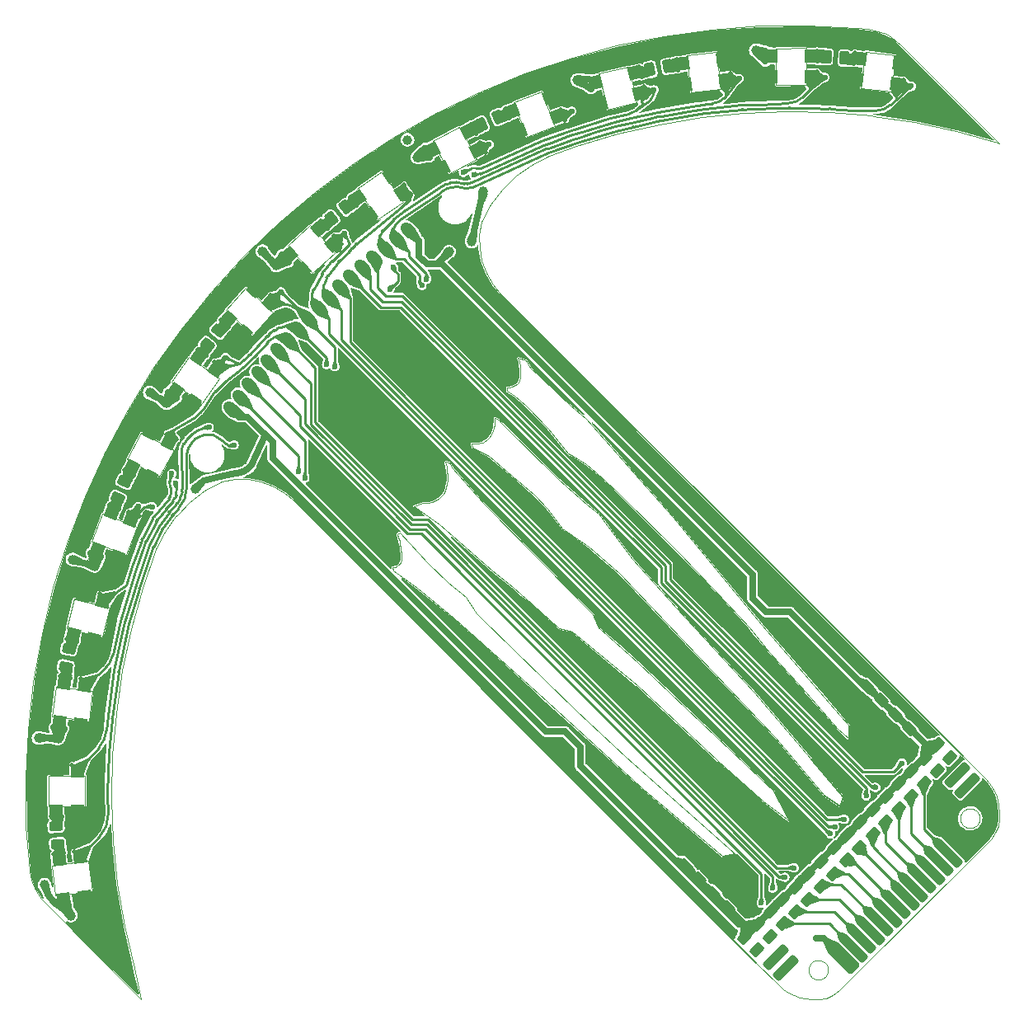
<source format=gtl>
G04 #@! TF.GenerationSoftware,KiCad,Pcbnew,7.0.1*
G04 #@! TF.CreationDate,2023-04-30T23:13:50+02:00*
G04 #@! TF.ProjectId,Solo_morro2,536f6c6f-5f6d-46f7-9272-6f322e6b6963,rev?*
G04 #@! TF.SameCoordinates,PX4afdbbcPY7f05f82*
G04 #@! TF.FileFunction,Copper,L1,Top*
G04 #@! TF.FilePolarity,Positive*
%FSLAX46Y46*%
G04 Gerber Fmt 4.6, Leading zero omitted, Abs format (unit mm)*
G04 Created by KiCad (PCBNEW 7.0.1) date 2023-04-30 23:13:50*
%MOMM*%
%LPD*%
G01*
G04 APERTURE LIST*
G04 Aperture macros list*
%AMRoundRect*
0 Rectangle with rounded corners*
0 $1 Rounding radius*
0 $2 $3 $4 $5 $6 $7 $8 $9 X,Y pos of 4 corners*
0 Add a 4 corners polygon primitive as box body*
4,1,4,$2,$3,$4,$5,$6,$7,$8,$9,$2,$3,0*
0 Add four circle primitives for the rounded corners*
1,1,$1+$1,$2,$3*
1,1,$1+$1,$4,$5*
1,1,$1+$1,$6,$7*
1,1,$1+$1,$8,$9*
0 Add four rect primitives between the rounded corners*
20,1,$1+$1,$2,$3,$4,$5,0*
20,1,$1+$1,$4,$5,$6,$7,0*
20,1,$1+$1,$6,$7,$8,$9,0*
20,1,$1+$1,$8,$9,$2,$3,0*%
%AMHorizOval*
0 Thick line with rounded ends*
0 $1 width*
0 $2 $3 position (X,Y) of the first rounded end (center of the circle)*
0 $4 $5 position (X,Y) of the second rounded end (center of the circle)*
0 Add line between two ends*
20,1,$1,$2,$3,$4,$5,0*
0 Add two circle primitives to create the rounded ends*
1,1,$1,$2,$3*
1,1,$1,$4,$5*%
%AMRotRect*
0 Rectangle, with rotation*
0 The origin of the aperture is its center*
0 $1 length*
0 $2 width*
0 $3 Rotation angle, in degrees counterclockwise*
0 Add horizontal line*
21,1,$1,$2,0,0,$3*%
G04 Aperture macros list end*
G04 #@! TA.AperFunction,SMDPad,CuDef*
%ADD10RotRect,1.344920X1.350000X262.700000*%
G04 #@! TD*
G04 #@! TA.AperFunction,ComponentPad*
%ADD11C,0.500000*%
G04 #@! TD*
G04 #@! TA.AperFunction,SMDPad,CuDef*
%ADD12RotRect,1.355080X1.350000X262.700000*%
G04 #@! TD*
G04 #@! TA.AperFunction,SMDPad,CuDef*
%ADD13RotRect,1.344920X1.350000X255.800000*%
G04 #@! TD*
G04 #@! TA.AperFunction,SMDPad,CuDef*
%ADD14RotRect,1.355080X1.350000X255.800000*%
G04 #@! TD*
G04 #@! TA.AperFunction,SMDPad,CuDef*
%ADD15RotRect,1.344920X1.350000X248.900000*%
G04 #@! TD*
G04 #@! TA.AperFunction,SMDPad,CuDef*
%ADD16RotRect,1.355080X1.350000X248.900000*%
G04 #@! TD*
G04 #@! TA.AperFunction,SMDPad,CuDef*
%ADD17RotRect,1.344920X1.350000X242.000000*%
G04 #@! TD*
G04 #@! TA.AperFunction,SMDPad,CuDef*
%ADD18RotRect,1.355080X1.350000X242.000000*%
G04 #@! TD*
G04 #@! TA.AperFunction,SMDPad,CuDef*
%ADD19RotRect,1.344920X1.350000X235.100000*%
G04 #@! TD*
G04 #@! TA.AperFunction,SMDPad,CuDef*
%ADD20RotRect,1.355080X1.350000X235.100000*%
G04 #@! TD*
G04 #@! TA.AperFunction,SMDPad,CuDef*
%ADD21RotRect,1.344920X1.350000X228.200000*%
G04 #@! TD*
G04 #@! TA.AperFunction,SMDPad,CuDef*
%ADD22RotRect,1.355080X1.350000X228.200000*%
G04 #@! TD*
G04 #@! TA.AperFunction,SMDPad,CuDef*
%ADD23RotRect,1.344920X1.350000X221.300000*%
G04 #@! TD*
G04 #@! TA.AperFunction,SMDPad,CuDef*
%ADD24RotRect,1.355080X1.350000X221.300000*%
G04 #@! TD*
G04 #@! TA.AperFunction,SMDPad,CuDef*
%ADD25RotRect,1.344920X1.350000X214.400000*%
G04 #@! TD*
G04 #@! TA.AperFunction,SMDPad,CuDef*
%ADD26RotRect,1.355080X1.350000X214.400000*%
G04 #@! TD*
G04 #@! TA.AperFunction,SMDPad,CuDef*
%ADD27RotRect,1.344920X1.350000X207.500000*%
G04 #@! TD*
G04 #@! TA.AperFunction,SMDPad,CuDef*
%ADD28RotRect,1.355080X1.350000X207.500000*%
G04 #@! TD*
G04 #@! TA.AperFunction,SMDPad,CuDef*
%ADD29RotRect,1.344920X1.350000X200.600000*%
G04 #@! TD*
G04 #@! TA.AperFunction,SMDPad,CuDef*
%ADD30RotRect,1.355080X1.350000X200.600000*%
G04 #@! TD*
G04 #@! TA.AperFunction,SMDPad,CuDef*
%ADD31RotRect,1.344920X1.350000X193.700000*%
G04 #@! TD*
G04 #@! TA.AperFunction,SMDPad,CuDef*
%ADD32RotRect,1.355080X1.350000X193.700000*%
G04 #@! TD*
G04 #@! TA.AperFunction,SMDPad,CuDef*
%ADD33RotRect,1.344920X1.350000X186.800000*%
G04 #@! TD*
G04 #@! TA.AperFunction,SMDPad,CuDef*
%ADD34RotRect,1.355080X1.350000X186.800000*%
G04 #@! TD*
G04 #@! TA.AperFunction,SMDPad,CuDef*
%ADD35RotRect,1.344920X1.350000X276.500000*%
G04 #@! TD*
G04 #@! TA.AperFunction,SMDPad,CuDef*
%ADD36RotRect,1.355080X1.350000X276.500000*%
G04 #@! TD*
G04 #@! TA.AperFunction,SMDPad,CuDef*
%ADD37RotRect,1.344920X1.350000X269.600000*%
G04 #@! TD*
G04 #@! TA.AperFunction,SMDPad,CuDef*
%ADD38RotRect,1.355080X1.350000X269.600000*%
G04 #@! TD*
G04 #@! TA.AperFunction,SMDPad,CuDef*
%ADD39RotRect,1.344920X1.350000X179.900000*%
G04 #@! TD*
G04 #@! TA.AperFunction,SMDPad,CuDef*
%ADD40RotRect,1.355080X1.350000X179.900000*%
G04 #@! TD*
G04 #@! TA.AperFunction,SMDPad,CuDef*
%ADD41RotRect,1.344920X1.350000X173.000000*%
G04 #@! TD*
G04 #@! TA.AperFunction,SMDPad,CuDef*
%ADD42RotRect,1.355080X1.350000X173.000000*%
G04 #@! TD*
G04 #@! TA.AperFunction,SMDPad,CuDef*
%ADD43RoundRect,0.250000X0.159099X-0.512652X0.512652X-0.159099X-0.159099X0.512652X-0.512652X0.159099X0*%
G04 #@! TD*
G04 #@! TA.AperFunction,SMDPad,CuDef*
%ADD44RoundRect,0.250000X-0.159099X0.512652X-0.512652X0.159099X0.159099X-0.512652X0.512652X-0.159099X0*%
G04 #@! TD*
G04 #@! TA.AperFunction,SMDPad,CuDef*
%ADD45RoundRect,0.250000X-0.503814X-0.132583X-0.132583X-0.503814X0.503814X0.132583X0.132583X0.503814X0*%
G04 #@! TD*
G04 #@! TA.AperFunction,SMDPad,CuDef*
%ADD46RoundRect,0.250000X0.397581X-0.336654X0.488746X0.180370X-0.397581X0.336654X-0.488746X-0.180370X0*%
G04 #@! TD*
G04 #@! TA.AperFunction,SMDPad,CuDef*
%ADD47RoundRect,0.250000X0.311660X-0.417462X0.516794X0.065804X-0.311660X0.417462X-0.516794X-0.065804X0*%
G04 #@! TD*
G04 #@! TA.AperFunction,SMDPad,CuDef*
%ADD48RoundRect,0.250000X0.192994X-0.483900X0.516216X-0.070195X-0.192994X0.483900X-0.516216X0.070195X0*%
G04 #@! TD*
G04 #@! TA.AperFunction,SMDPad,CuDef*
%ADD49RoundRect,0.250000X0.070195X-0.516216X0.483900X-0.192994X-0.070195X0.516216X-0.483900X0.192994X0*%
G04 #@! TD*
G04 #@! TA.AperFunction,SMDPad,CuDef*
%ADD50RoundRect,0.250000X-0.047728X-0.518776X0.428084X-0.296901X0.047728X0.518776X-0.428084X0.296901X0*%
G04 #@! TD*
G04 #@! TA.AperFunction,SMDPad,CuDef*
%ADD51RoundRect,0.250000X-0.180370X-0.488746X0.336654X-0.397581X0.180370X0.488746X-0.336654X0.397581X0*%
G04 #@! TD*
G04 #@! TA.AperFunction,SMDPad,CuDef*
%ADD52RoundRect,0.250000X0.471166X-0.222281X0.425409X0.300721X-0.471166X0.222281X-0.425409X-0.300721X0*%
G04 #@! TD*
G04 #@! TA.AperFunction,SMDPad,CuDef*
%ADD53RoundRect,0.250000X-0.300721X-0.425409X0.222281X-0.471166X0.300721X0.425409X-0.222281X0.471166X0*%
G04 #@! TD*
G04 #@! TA.AperFunction,ComponentPad*
%ADD54HorizOval,1.200000X0.282843X-0.282843X-0.282843X0.282843X0*%
G04 #@! TD*
G04 #@! TA.AperFunction,ComponentPad*
%ADD55RoundRect,0.150000X1.202082X0.707107X0.707107X1.202082X-1.202082X-0.707107X-0.707107X-1.202082X0*%
G04 #@! TD*
G04 #@! TA.AperFunction,ComponentPad*
%ADD56RoundRect,0.300000X-0.707107X1.343503X-1.343503X0.707107X0.707107X-1.343503X1.343503X-0.707107X0*%
G04 #@! TD*
G04 #@! TA.AperFunction,ComponentPad*
%ADD57RoundRect,0.150000X0.883883X-1.378858X1.378858X-0.883883X-0.883883X1.378858X-1.378858X0.883883X0*%
G04 #@! TD*
G04 #@! TA.AperFunction,ViaPad*
%ADD58C,1.000000*%
G04 #@! TD*
G04 #@! TA.AperFunction,ViaPad*
%ADD59C,0.600000*%
G04 #@! TD*
G04 #@! TA.AperFunction,ViaPad*
%ADD60C,0.500000*%
G04 #@! TD*
G04 #@! TA.AperFunction,Conductor*
%ADD61C,0.700000*%
G04 #@! TD*
G04 #@! TA.AperFunction,Conductor*
%ADD62C,0.400000*%
G04 #@! TD*
G04 #@! TA.AperFunction,Conductor*
%ADD63C,0.300000*%
G04 #@! TD*
G04 #@! TA.AperFunction,Conductor*
%ADD64C,0.250000*%
G04 #@! TD*
G04 #@! TA.AperFunction,Profile*
%ADD65C,0.100000*%
G04 #@! TD*
G04 #@! TA.AperFunction,Profile*
%ADD66C,0.200000*%
G04 #@! TD*
G04 APERTURE END LIST*
D10*
X3536507Y28908083D03*
D11*
X4003129Y28277218D03*
X2961640Y28410636D03*
X4676571Y33534259D03*
X3635082Y33667677D03*
D12*
X4063825Y33024445D03*
D11*
X6858739Y33254717D03*
X5718060Y33400841D03*
D12*
X6196398Y32751256D03*
D10*
X5669080Y28634894D03*
D11*
X6185297Y27997676D03*
X5044618Y28143800D03*
D13*
X4950797Y37901897D03*
D11*
X5338249Y37219543D03*
X4320331Y37477116D03*
X6638378Y42357603D03*
X5620460Y42615176D03*
D14*
X5968822Y41925095D03*
D11*
X8771158Y41817927D03*
X7656295Y42100031D03*
D14*
X8053130Y41397684D03*
D13*
X7035104Y37374486D03*
D11*
X7471028Y36679867D03*
X6356166Y36961970D03*
D15*
X7444901Y46656406D03*
D11*
X7747571Y45932447D03*
X6767970Y46310444D03*
X9655554Y50877101D03*
X8675953Y51255097D03*
D16*
X8938888Y50528163D03*
D11*
X11708052Y50085108D03*
X10635155Y50499104D03*
D16*
X10944738Y49754170D03*
D15*
X9450751Y45882413D03*
D11*
X9800069Y45140454D03*
X8727172Y45554450D03*
D17*
X10947219Y55064899D03*
D11*
X11160723Y54309821D03*
X10233628Y54802766D03*
X13648922Y58989443D03*
X12721827Y59482389D03*
D18*
X12895526Y58729131D03*
D11*
X15591407Y57956606D03*
X14576017Y58496498D03*
D18*
X14793863Y57719767D03*
D17*
X12845556Y54055535D03*
D11*
X13103207Y53276984D03*
X12087818Y53816876D03*
D19*
X15451153Y62989198D03*
D11*
X15572398Y62213940D03*
X14711238Y62814693D03*
X18604771Y66560745D03*
X17743612Y67161498D03*
D20*
X17825559Y66392828D03*
D11*
X20409105Y65302024D03*
X19465931Y65959991D03*
D20*
X19588885Y65162715D03*
D19*
X17214480Y61759084D03*
D11*
X17376732Y60955219D03*
X16433557Y61613187D03*
D21*
X20865501Y70318951D03*
D11*
X20892730Y69534742D03*
X20109980Y70234601D03*
X24425352Y73485764D03*
X23642602Y74185624D03*
D22*
X23631610Y73412677D03*
D11*
X26065399Y72019393D03*
X25208102Y72785905D03*
D22*
X25234384Y71979632D03*
D21*
X22468274Y68885906D03*
D11*
X22532777Y68068370D03*
X21675480Y68834883D03*
D23*
X27129020Y76930805D03*
D11*
X27061839Y76149004D03*
X26368838Y76937832D03*
X31043539Y79647013D03*
X30350538Y80435841D03*
D24*
X30246766Y79669812D03*
D11*
X32495543Y77994232D03*
X31736541Y78858186D03*
D24*
X31665769Y78054594D03*
D23*
X28548023Y75315588D03*
D11*
X28513843Y74496223D03*
X27754841Y75360177D03*
D25*
X34145136Y82758183D03*
D11*
X33984519Y81990116D03*
X33391304Y82856485D03*
X38357620Y84984441D03*
X37764405Y85850810D03*
D26*
X37569357Y85102796D03*
D11*
X39600548Y83169191D03*
X38950836Y84118071D03*
D26*
X38784036Y83328802D03*
D25*
X35359815Y80984189D03*
D11*
X35227446Y80174866D03*
X34577734Y81123746D03*
D27*
X41808960Y87698873D03*
D11*
X41557233Y86955664D03*
X41072397Y87887025D03*
X46258391Y89402931D03*
X45773555Y90334293D03*
D28*
X45490055Y89615129D03*
D11*
X47274238Y87451507D03*
X46743227Y88471570D03*
D28*
X46482814Y87708056D03*
D27*
X42801719Y85791799D03*
D11*
X42573080Y85004240D03*
X42042069Y86024302D03*
D29*
X50012175Y91673230D03*
D11*
X49672985Y90965645D03*
X49303551Y91948508D03*
X54634101Y92830406D03*
X54264667Y93813269D03*
D30*
X53896822Y93133373D03*
D11*
X55408152Y90771075D03*
X55003534Y91847544D03*
D30*
X54653282Y91120845D03*
D29*
X50768635Y89660702D03*
D11*
X50447037Y88906314D03*
X50042419Y89982783D03*
D31*
X58605306Y94621737D03*
D11*
X58183565Y93960027D03*
X57934885Y94980153D03*
X63332775Y95215269D03*
X63084095Y96235395D03*
D32*
X62637235Y95604616D03*
D11*
X63853819Y93077861D03*
X63581456Y94195142D03*
D32*
X63146437Y93515785D03*
D31*
X59114508Y92532907D03*
D11*
X58704609Y91822619D03*
X58432245Y92939900D03*
D33*
X67540774Y96541312D03*
D11*
X67042592Y95935061D03*
X66918268Y96977674D03*
X72305309Y96562602D03*
X72180985Y97605215D03*
D34*
X71661581Y97032688D03*
D11*
X72565798Y94378077D03*
X72429633Y95519988D03*
D34*
X71916149Y94897813D03*
D33*
X67795343Y94406436D03*
D11*
X67303081Y93750536D03*
X67166916Y94892447D03*
D35*
X3991613Y10743244D03*
D11*
X4595248Y10241894D03*
X3551997Y10123031D03*
X3995271Y15507825D03*
X2952020Y15388962D03*
D36*
X3521820Y14866567D03*
D11*
X6181129Y15756872D03*
X5038521Y15626689D03*
D36*
X5657999Y15109954D03*
D35*
X6127793Y10986631D03*
D11*
X6781106Y10490941D03*
X5638498Y10360758D03*
D37*
X3218416Y19821334D03*
D11*
X3757448Y19251097D03*
X2707474Y19258427D03*
X3794449Y24550967D03*
X2744475Y24558298D03*
D38*
X3247388Y23971232D03*
D11*
X5994395Y24535609D03*
X4844423Y24543637D03*
D38*
X5397336Y23956223D03*
D37*
X5368364Y19806324D03*
D11*
X5957395Y19235738D03*
X4807423Y19243766D03*
D39*
X76609931Y97347531D03*
D11*
X76042525Y96805520D03*
X76044357Y97855519D03*
X81342516Y96796270D03*
X81344349Y97846268D03*
D40*
X80759925Y97340288D03*
D11*
X81338677Y94596273D03*
X81340684Y95746271D03*
D40*
X80756173Y95190291D03*
D39*
X76606179Y95197534D03*
D11*
X76038685Y94605523D03*
X76040692Y95755522D03*
D41*
X85713135Y97065953D03*
D11*
X85084723Y96596034D03*
X85212685Y97638208D03*
X90345217Y95950127D03*
X90473180Y96992300D03*
D42*
X89832202Y96560195D03*
D11*
X90077105Y93766525D03*
X90217254Y94907953D03*
D42*
X89570183Y94426221D03*
D41*
X85451116Y94931978D03*
D11*
X84816610Y94412433D03*
X84956760Y95553861D03*
D43*
X86604075Y29826169D03*
X87947577Y31169671D03*
D44*
X70545959Y14182422D03*
X69202457Y12838920D03*
D43*
X88076837Y28353407D03*
X89420339Y29696909D03*
D44*
X72033996Y12687882D03*
X70690494Y11344380D03*
D43*
X89495717Y26898606D03*
X90839219Y28242108D03*
D44*
X73524720Y11197158D03*
X72181218Y9853656D03*
D43*
X85192122Y31215209D03*
X86535624Y32558711D03*
D44*
X69127929Y15575281D03*
X67784427Y14231779D03*
D45*
X76588543Y9513042D03*
X77879013Y8222572D03*
X77827819Y10752318D03*
X79118289Y9461848D03*
X79103013Y11991593D03*
X80393483Y10701123D03*
X80456697Y13379502D03*
X81747167Y12089032D03*
X81731897Y14654699D03*
X83022367Y13364229D03*
X83130836Y16039780D03*
X84421306Y14749310D03*
X84406032Y17314976D03*
X85696502Y16024506D03*
X85781213Y18661589D03*
X87071683Y17371119D03*
X87074370Y19954747D03*
X88364840Y18664277D03*
X88448701Y21324271D03*
X89739171Y20033801D03*
X89741860Y22617428D03*
X91032330Y21326958D03*
X91035017Y23910584D03*
X92325487Y22620114D03*
D46*
X4196939Y34634167D03*
X4513847Y36431441D03*
D47*
X9530407Y51962088D03*
X10243491Y53642010D03*
D48*
X18737597Y67683178D03*
X19861179Y69121298D03*
D49*
X31466498Y80677689D03*
X32904618Y81801271D03*
D50*
X46902175Y90301070D03*
X48556187Y91072348D03*
D51*
X64196521Y95960815D03*
X65993795Y96277723D03*
D45*
X73866323Y6843714D03*
X75156793Y5553244D03*
X75218029Y8187782D03*
X76508499Y6897312D03*
X92399592Y25233583D03*
X93690062Y23943113D03*
X93724849Y26602116D03*
X95015319Y25311646D03*
D52*
X3361111Y16418463D03*
X3202051Y18236519D03*
D53*
X82336996Y97283500D03*
X84155052Y97124440D03*
D54*
X40715757Y80258073D03*
X39464178Y79360047D03*
X38247955Y78426666D03*
X37031731Y77493285D03*
X35850863Y76524549D03*
X34669994Y75555813D03*
X33524481Y74551721D03*
X32414324Y73512274D03*
X31304166Y72472827D03*
X30194008Y71433380D03*
X29119206Y70358578D03*
X28079759Y69248420D03*
X27040312Y68138263D03*
X26036221Y66992750D03*
X25067484Y65811881D03*
X24098748Y64631013D03*
X23130012Y63450145D03*
X22196631Y62233921D03*
X21263250Y61017697D03*
X20329869Y59801474D03*
D55*
X77078214Y4762628D03*
X78138875Y3701968D03*
D56*
X84047317Y4690644D03*
D57*
X85068521Y5752577D03*
X85952404Y6636461D03*
X86836288Y7520344D03*
X87720171Y8404228D03*
X88604055Y9288111D03*
X89487938Y10171995D03*
X90371822Y11055878D03*
X91255705Y11939762D03*
X92139589Y12823645D03*
X93023472Y13707529D03*
X93907356Y14591412D03*
X94791239Y15475296D03*
D56*
X95906912Y16561553D03*
D55*
X96786695Y22431812D03*
X95726034Y23492472D03*
D58*
X77198350Y10175744D03*
X1395878Y27303071D03*
X14554559Y61703816D03*
X17517400Y52873699D03*
X40293247Y86947528D03*
X39281807Y88736785D03*
X45861711Y78267793D03*
X25815236Y75828273D03*
X7147617Y44963062D03*
X4725774Y9059716D03*
X79765147Y12742541D03*
X24388042Y77290821D03*
X47081472Y83411994D03*
X3452984Y27267715D03*
X75047545Y97907683D03*
X12825263Y62796716D03*
X2012441Y12241697D03*
X43563614Y77242486D03*
D59*
X81270083Y6733334D03*
D58*
X56716510Y94850154D03*
X4881212Y45634814D03*
D60*
X77589999Y15519997D03*
D59*
X86509746Y26914162D03*
X73524720Y11197158D03*
X83391405Y33157915D03*
X89495717Y26898606D03*
X45455126Y75280266D03*
X63019657Y20790619D03*
X42510372Y75041766D03*
X25992013Y53978675D03*
D60*
X55361692Y26454542D03*
D59*
X42962574Y72610938D03*
D60*
X74509998Y19579997D03*
D59*
X42007978Y77348553D03*
X34371226Y72610938D03*
X54095972Y28922346D03*
X22421123Y55746441D03*
X16180904Y58698612D03*
D60*
X30440000Y56199998D03*
D59*
X67460288Y16293418D03*
X78653788Y37867247D03*
D60*
X34700000Y63449997D03*
D59*
X34229807Y70913882D03*
X57921419Y25549446D03*
D60*
X76475898Y41035086D03*
D59*
X87952244Y24863554D03*
X81747166Y12089033D03*
X78979059Y13967037D03*
X13069634Y51061858D03*
X10948313Y49753712D03*
X80393482Y10701123D03*
X11637745Y51079538D03*
X78031534Y13019514D03*
X15084887Y54470115D03*
X79233618Y9461848D03*
X76794099Y11901366D03*
X75620301Y10339580D03*
X15459655Y53473093D03*
X77883044Y8076838D03*
X46091523Y85179761D03*
X92325487Y22620115D03*
X73350489Y95043902D03*
X90080635Y24715061D03*
X45030862Y85391893D03*
X87358275Y22233116D03*
X64582363Y93877173D03*
X91032330Y21326958D03*
X4196939Y34634167D03*
X20600322Y66370720D03*
X83022363Y13364230D03*
X30977115Y65645936D03*
X75156794Y5553245D03*
X21484207Y57390466D03*
X28074851Y54682656D03*
X28746603Y54010905D03*
X18920945Y59211265D03*
X76508499Y6897312D03*
X82153969Y95149967D03*
X93690062Y23943113D03*
X40770544Y73777664D03*
X41250246Y74417267D03*
X91010479Y94248407D03*
X95015319Y25311647D03*
X84421307Y14749310D03*
X31825643Y65433805D03*
X26292532Y73123591D03*
X82740867Y17460146D03*
X85696503Y16024505D03*
X32797914Y79098642D03*
X87071682Y17371119D03*
X83172200Y18188465D03*
X37447141Y73388757D03*
X88364840Y18664277D03*
X47682511Y88255677D03*
X37853729Y75633821D03*
X84162152Y18952140D03*
X86389538Y21363374D03*
X56167794Y91685143D03*
X89739172Y20033801D03*
X4513848Y36431441D03*
X10243488Y53642011D03*
X9530407Y51962087D03*
X19861177Y69121298D03*
X18737598Y67683179D03*
X31466499Y80677690D03*
X32904621Y81801270D03*
X48556186Y91072347D03*
X46902174Y90301069D03*
X65993796Y96277723D03*
X64196519Y95960816D03*
X3202052Y18236520D03*
X3361109Y16418464D03*
X82336993Y97283500D03*
X84155053Y97124441D03*
D61*
X84337583Y17314977D02*
X84406032Y17314976D01*
X7147617Y44963062D02*
X7747569Y45932446D01*
X47081472Y83411994D02*
X45861711Y78267793D01*
X73904225Y8187783D02*
X75218029Y8187782D01*
X57016323Y26412117D02*
X55470530Y27957907D01*
X65378624Y16106798D02*
X57016322Y24469100D01*
X73866324Y8149882D02*
X73904225Y8187783D01*
X22437168Y54688303D02*
X22837692Y54904309D01*
X74729345Y41642207D02*
X76136467Y40235085D01*
X86535627Y32558713D02*
X92399591Y26694747D01*
X7147617Y44963062D02*
X4881212Y45634814D01*
X14554559Y61703816D02*
X15451152Y62989198D01*
X84047318Y4690645D02*
X82004628Y6733335D01*
X55470530Y27957907D02*
X53527514Y27957908D01*
X25815236Y75828273D02*
X24388042Y77290821D01*
X75047545Y97907683D02*
X76042524Y96805520D01*
X78589139Y40235085D02*
X86265511Y32558712D01*
X57016322Y24469100D02*
X57016323Y26412117D01*
X25815236Y75828273D02*
X26368839Y76937832D01*
X73866324Y8149882D02*
X73866323Y6843714D01*
X77198350Y10175744D02*
X79765147Y12742541D01*
X67784424Y14231778D02*
X67253645Y14231778D01*
X92399591Y26694747D02*
X92399591Y25233583D01*
X14554559Y61703816D02*
X12825263Y62796716D01*
X82004628Y6733335D02*
X81270083Y6733334D01*
X18392568Y53748865D02*
X20085263Y54117688D01*
X74729346Y44094877D02*
X74729345Y41642207D01*
X67253645Y14231778D02*
X65378624Y16106798D01*
X3452984Y27267715D02*
X3536506Y28908084D01*
X43563614Y77242486D02*
X42308502Y75987373D01*
X3983754Y9731908D02*
X3551999Y10123031D01*
X24666186Y58486480D02*
X24401022Y58751645D01*
X75047545Y97907683D02*
X76044355Y97855518D01*
X7147617Y44963062D02*
X6767971Y46310445D01*
X41283196Y75987373D02*
X41672102Y75987373D01*
X27129018Y76930805D02*
X25815236Y75828273D01*
X24401022Y58751645D02*
X22863063Y60289603D01*
X56716510Y94850154D02*
X57934887Y94980154D01*
X73866323Y6843714D02*
X77198350Y10175744D01*
X92492222Y26602116D02*
X93724849Y26602116D01*
X40293247Y86947528D02*
X41072398Y87887024D01*
X26368839Y76937832D02*
X27129018Y76930805D01*
X86265511Y32558712D02*
X86535627Y32558713D01*
X70908199Y10577223D02*
X71631765Y9853657D01*
X23275956Y55376379D02*
X24666186Y58486480D01*
X41672102Y75987373D02*
X42836851Y75987373D01*
X25444005Y57708663D02*
X24666186Y58486480D01*
X84406032Y17314976D02*
X93693173Y26602116D01*
X22863063Y60289603D02*
X21991345Y60289602D01*
X2374644Y11234068D02*
X3046398Y10420897D01*
X67784424Y14231778D02*
X73866324Y8149882D01*
X40293247Y86947528D02*
X41808960Y87698871D01*
X14554559Y61703816D02*
X15572397Y62213940D01*
X40293247Y86947528D02*
X41557234Y86955661D01*
X76136467Y40235085D02*
X78589139Y40235085D01*
X42836851Y75987373D02*
X74729346Y44094877D01*
X3991614Y10743244D02*
X4725774Y9059716D01*
X73335541Y8149881D02*
X73866324Y8149882D01*
X40470024Y78354200D02*
X40470024Y76800545D01*
X40470024Y76800545D02*
X41283196Y75987373D01*
X3452984Y27267715D02*
X2961642Y28410636D01*
X92399591Y26694747D02*
X92492222Y26602116D01*
X3452984Y27267715D02*
X4003130Y28277218D01*
X53527514Y27957908D02*
X25444005Y56041418D01*
X20085263Y54117688D02*
X21201362Y54413948D01*
X42308502Y75987373D02*
X41672102Y75987373D01*
X65378624Y16106798D02*
X70908199Y10577223D01*
X14711238Y62814693D02*
X14554559Y61703816D01*
X39464178Y79360046D02*
X40470024Y78354200D01*
X21991345Y60289602D02*
X21263248Y61017696D01*
X56716510Y94850154D02*
X58183566Y93960026D01*
X25815236Y75828273D02*
X27061841Y76149004D01*
X73866323Y6843714D02*
X84337583Y17314977D01*
X3046398Y10420897D02*
X3991614Y10743244D01*
X21201362Y54413948D02*
X22141109Y54584544D01*
X25444005Y56041418D02*
X25444005Y57708663D01*
X71631765Y9853657D02*
X72181214Y9853657D01*
X3046398Y10420897D02*
X3983754Y9731908D01*
X3452984Y27267715D02*
X1395878Y27303071D01*
X2012441Y12241697D02*
X2374644Y11234068D01*
X79765147Y12742541D02*
X93624725Y26602116D01*
X17517400Y52873699D02*
X18392568Y53748865D01*
X4725774Y9059716D02*
X3983754Y9731908D01*
X70908199Y10577223D02*
X73335541Y8149881D01*
X93624725Y26602116D02*
X93724849Y26602116D01*
X7147617Y44963062D02*
X7444902Y46656407D01*
X93693173Y26602116D02*
X93724849Y26602116D01*
X22837691Y54904311D02*
G75*
G03*
X23275956Y55376379I-474707J880191D01*
G01*
X22141110Y54584537D02*
G75*
G03*
X22437168Y54688304I-178626J983865D01*
G01*
D62*
X85192123Y31215210D02*
X83391405Y33015928D01*
X50447039Y88906312D02*
X50899848Y88467808D01*
X87952244Y24863554D02*
X87952244Y25471664D01*
X13648922Y58989443D02*
X17376729Y60955219D01*
X77589999Y16499996D02*
X74509998Y19579997D01*
X69127929Y15575280D02*
X73506051Y11197158D01*
X75059739Y45675654D02*
X74187889Y46547504D01*
X45967777Y92056376D02*
X52119607Y94283760D01*
X45455126Y75280266D02*
X74187889Y46547504D01*
X71661581Y97032688D02*
X76606179Y95197533D01*
X77091082Y41650269D02*
X77091083Y43644309D01*
X34371226Y72610938D02*
X34229807Y72469517D01*
X20329866Y59801472D02*
X18814877Y60448701D01*
X22421123Y55746441D02*
X22916096Y57478853D01*
X73506051Y11197158D02*
X73524720Y11197158D01*
X89495717Y26911616D02*
X89495717Y26898606D01*
X58260830Y25549447D02*
X57921419Y25549446D01*
X42007979Y78965848D02*
X42007978Y77348553D01*
X3247389Y23971232D02*
X5669080Y28634894D01*
X6185298Y27997676D02*
X5669080Y28634894D01*
X18814877Y60448701D02*
X17259244Y59423397D01*
X50899848Y88467808D02*
X56415282Y90447707D01*
X37569356Y85102796D02*
X42801720Y85791798D01*
X77589999Y15519997D02*
X77589999Y16499996D01*
X39886659Y87955155D02*
X42396890Y90111830D01*
X9450751Y45407024D02*
X9450751Y45882413D01*
X5968821Y41925096D02*
X9450751Y45407024D01*
X77091083Y43644309D02*
X75059739Y45675654D01*
X63019657Y20790619D02*
X58260830Y25549447D01*
X5620460Y42615177D02*
X6183514Y42615176D01*
X37764405Y85850809D02*
X39886659Y87955155D01*
X68428460Y16293418D02*
X67460288Y16293418D01*
X23631610Y73412679D02*
X28548024Y75315589D01*
D63*
X75059739Y45675654D02*
X75172876Y45675654D01*
D62*
X40715758Y80258072D02*
X42007979Y78965848D01*
X85192123Y31215210D02*
X89495717Y26911616D01*
X17259244Y59423397D02*
X16180904Y58698612D01*
X42962574Y72610938D02*
X42510373Y73063141D01*
X56415282Y90447707D02*
X58704611Y91822618D01*
X45455126Y75280266D02*
X44995506Y77755139D01*
X13103206Y53276984D02*
X12845558Y54055535D01*
X76475898Y41035086D02*
X77091082Y41650269D01*
X53896825Y93133371D02*
X59114508Y92532908D01*
X44995506Y77755139D02*
X40715758Y80258072D01*
X87952244Y25471664D02*
X86509746Y26914162D01*
X6183514Y42615176D02*
X9450751Y45882413D01*
X34229807Y72469517D02*
X34229807Y70913882D01*
X42510373Y73063141D02*
X42510372Y75041766D01*
X73524720Y11197158D02*
X68428460Y16293418D01*
X22916096Y57478853D02*
X20329866Y59801472D01*
X52119607Y94283760D02*
X54264669Y93813269D01*
X42396890Y90111830D02*
X45967777Y92056376D01*
X83391405Y33015928D02*
X83391405Y33157915D01*
D64*
X15174773Y58856217D02*
X17317153Y60143304D01*
X15591407Y57956606D02*
X15174773Y58856217D01*
X81747166Y12089033D02*
X81943552Y12285414D01*
X29825518Y65353055D02*
X27040313Y68138262D01*
X18408385Y61304396D02*
X19318476Y62609223D01*
X26221822Y68704173D02*
X27040313Y68138262D01*
X41403405Y49774926D02*
X39791200Y49774926D01*
X77211292Y13967037D02*
X41403405Y49774926D01*
X19569232Y62903436D02*
X20635823Y63933907D01*
X29825518Y59712323D02*
X29825518Y65353055D01*
X39791200Y49774926D02*
X38122428Y51443698D01*
X20635823Y63933907D02*
X22167683Y65151064D01*
X83838985Y12285414D02*
X87720172Y8404228D01*
X38094143Y51443698D02*
X29825518Y59712323D01*
X17996658Y60736590D02*
X18408385Y61304396D01*
X17317153Y60143304D02*
X17996658Y60736590D01*
X78979059Y13967037D02*
X77211292Y13967037D01*
X25688468Y68500529D02*
X26221822Y68704173D01*
X23587850Y66529820D02*
X24931159Y67987453D01*
X14576018Y58496498D02*
X15174773Y58856217D01*
X22324547Y65289699D02*
X23587850Y66529820D01*
X38122428Y51443698D02*
X38094143Y51443698D01*
X81943552Y12285414D02*
X83838985Y12285414D01*
X22167684Y65151062D02*
G75*
G03*
X22324547Y65289699I-1245100J1566840D01*
G01*
X19569233Y62903435D02*
G75*
G03*
X19318476Y62609223I1389851J-1438533D01*
G01*
X25688470Y68500523D02*
G75*
G03*
X24931160Y67987452I713314J-1868321D01*
G01*
X12256462Y51061858D02*
X13069634Y51061858D01*
X80393482Y10701123D02*
X83655507Y10701123D01*
X10948314Y50390107D02*
X10948313Y49753712D01*
X10944738Y49754171D02*
X11637744Y50447177D01*
X11637745Y51079538D02*
X10948314Y50390107D01*
X29375518Y59525927D02*
X29375519Y63698201D01*
X78031534Y13019514D02*
X77484949Y13019514D01*
X83655507Y10701123D02*
X86836287Y7520346D01*
X29375519Y63698201D02*
X26268402Y66805317D01*
X10945197Y49753711D02*
X10948313Y49753712D01*
X39663919Y49237523D02*
X29375518Y59525927D01*
X77484949Y13019514D02*
X41266940Y49237523D01*
X10948313Y49753712D02*
X12256462Y51061858D01*
X10944738Y49754171D02*
X10945197Y49753711D01*
X11637744Y50447177D02*
X11637745Y51079538D01*
X41266940Y49237523D02*
X39663919Y49237523D01*
X11019025Y44931243D02*
X11891003Y47381226D01*
X39494217Y48770833D02*
X41097234Y48770833D01*
X13115411Y49834338D02*
X13144872Y49891635D01*
X41097234Y48770833D02*
X76794099Y13073968D01*
X14872758Y53833717D02*
X15084887Y54470115D01*
X79118289Y9461848D02*
X79233618Y9461848D01*
X28732051Y62147313D02*
X28732051Y59532998D01*
X8053130Y41397684D02*
X10416667Y42961448D01*
X79118289Y9461848D02*
X79278747Y9622309D01*
X14874664Y52061476D02*
X14912734Y52130491D01*
X28732051Y59532998D02*
X39494217Y48770833D01*
X14846136Y53647377D02*
X14872758Y53833717D01*
X12047141Y47795813D02*
X13111832Y49827447D01*
X25309027Y65616890D02*
X25309028Y65570336D01*
X11893031Y47386979D02*
X11988745Y47661190D01*
X14969379Y52975231D02*
X14903811Y53144202D01*
X76794099Y13073968D02*
X76794099Y11901366D01*
X79233618Y9461848D02*
X83127018Y9461849D01*
X83127018Y9461849D02*
X85952402Y6636461D01*
X13261125Y50068673D02*
X14772104Y51910136D01*
X25309028Y65570336D02*
X28732051Y62147313D01*
X10416667Y42961448D02*
X11019025Y44931243D01*
X13111832Y49827447D02*
G75*
G03*
X13115411Y49834338I-964648J505355D01*
G01*
X14912715Y52130501D02*
G75*
G03*
X14969378Y52975231I-875631J483001D01*
G01*
X13261123Y50068675D02*
G75*
G03*
X13144872Y49891635I772861J-634173D01*
G01*
X14772097Y51910141D02*
G75*
G03*
X14874664Y52061476I-772613J634061D01*
G01*
X11891002Y47381226D02*
G75*
G03*
X11893030Y47386979I-840218J299476D01*
G01*
X12047145Y47795811D02*
G75*
G03*
X11988745Y47661190I885939J-464309D01*
G01*
X14846118Y53647380D02*
G75*
G03*
X14903811Y53144202I990066J-141378D01*
G01*
X75620302Y13372796D02*
X40672265Y48320833D01*
X40672265Y48320833D02*
X39265392Y48320833D01*
X28282048Y59304177D02*
X28282050Y60447710D01*
X9774519Y39330958D02*
X11337225Y44429198D01*
X13599775Y49747829D02*
X14503765Y50872936D01*
X15368161Y51927550D02*
X15522025Y52291404D01*
X11337225Y44429198D02*
X12360784Y47361556D01*
X39265392Y48320833D02*
X28282048Y59304177D01*
X77883043Y8218541D02*
X77883044Y8076838D01*
X24328054Y64120842D02*
X24328055Y64401707D01*
X77879010Y8222572D02*
X77883043Y8218541D01*
X28282050Y60447710D02*
X24098748Y64631013D01*
X9049977Y35893035D02*
X9774519Y39330958D01*
X14535574Y50910586D02*
X15194863Y51653033D01*
X82598525Y8222572D02*
X85068519Y5752578D01*
X12415600Y47489285D02*
X13490002Y49578771D01*
X24328055Y64401707D02*
X24349654Y64428463D01*
X77879010Y8222572D02*
X82598525Y8222572D01*
X15580705Y52881264D02*
X15459655Y53473093D01*
X75620301Y10339580D02*
X75620302Y13372796D01*
X6196401Y32751256D02*
X7975756Y34158915D01*
X12415602Y47489284D02*
G75*
G03*
X12360785Y47361556I888582J-456982D01*
G01*
X7975749Y34158924D02*
G75*
G03*
X9049977Y35893035I-1861265J2352778D01*
G01*
X15522012Y52291409D02*
G75*
G03*
X15580705Y52881264I-921028J389493D01*
G01*
X13599772Y49747831D02*
G75*
G03*
X13490002Y49578771I779712J-626429D01*
G01*
X14535573Y50910586D02*
G75*
G03*
X14503765Y50872936I744911J-661584D01*
G01*
X15194860Y51653036D02*
G75*
G03*
X15368160Y51927550I-747676J663966D01*
G01*
X66238969Y43606979D02*
X66238969Y45190898D01*
X36192028Y76183383D02*
X35850863Y76524547D01*
X71916149Y94897813D02*
X73350489Y95043902D01*
X67481503Y92003343D02*
X69090171Y92268508D01*
X37040555Y72699327D02*
X36192028Y73547856D01*
X71971630Y93170068D02*
X71841170Y93039608D01*
X64988951Y91596755D02*
X62225666Y90950053D01*
X53463109Y88273354D02*
X53074201Y88131931D01*
X92325487Y22620115D02*
X92378732Y22566869D01*
X67481503Y92003343D02*
X64988951Y91596755D01*
X66238969Y45190898D02*
X38730541Y72699326D01*
X69090171Y92268508D02*
X70080119Y92409928D01*
X90080635Y24715061D02*
X89182608Y23817036D01*
X92325487Y22620115D02*
X92325487Y17941048D01*
X71971630Y93170068D02*
X73350489Y95043902D01*
X60498822Y90571451D02*
X57458264Y89652211D01*
X53831862Y88399507D02*
X53463109Y88273354D01*
X36192028Y73547856D02*
X36192028Y76183383D01*
X86028914Y23817035D02*
X66238969Y43606979D01*
X53074201Y88131931D02*
X46697326Y85244315D01*
X71971630Y94842332D02*
X71971630Y93170068D01*
X92325487Y17941048D02*
X94791239Y15475295D01*
X62225666Y90950053D02*
X60498822Y90571451D01*
X71916149Y94897813D02*
X71971630Y94842332D01*
X70080119Y92409928D02*
X70623188Y92463470D01*
X55920304Y89174914D02*
X53831862Y88399507D01*
X46515372Y85200383D02*
X46091523Y85179761D01*
X57458264Y89652211D02*
X55920304Y89174914D01*
X89182608Y23817036D02*
X86028914Y23817035D01*
X38730541Y72699326D02*
X37040555Y72699327D01*
X46515372Y85200388D02*
G75*
G03*
X46697326Y85244315I-24288J499414D01*
G01*
X70623187Y92463483D02*
G75*
G03*
X71841170Y93039608I-196203J1990319D01*
G01*
X35431886Y73353400D02*
X35431886Y74793918D01*
X64244469Y92871536D02*
X62746854Y91717533D01*
X65788969Y45004502D02*
X38712864Y72080608D01*
X55584431Y89546145D02*
X53021168Y88609229D01*
X64582363Y93877173D02*
X64582363Y93620950D01*
X46386100Y85796030D02*
X46345066Y85816005D01*
X91032330Y17466437D02*
X93907353Y14591412D01*
X64582363Y93877173D02*
X63146437Y93515785D01*
X38712864Y72080608D02*
X36704679Y72080608D01*
X87358275Y22233116D02*
X86976434Y22233116D01*
X55831409Y89618498D02*
X55584431Y89546145D01*
X36704679Y72080608D02*
X35431886Y73353400D01*
X63146437Y93515785D02*
X63334278Y92781159D01*
X45908437Y85816526D02*
X45030862Y85391893D01*
X62027087Y91394917D02*
X60109914Y90960359D01*
X53021168Y88609229D02*
X46811634Y85790308D01*
X91032330Y21326958D02*
X91032330Y17466437D01*
X64582363Y93877173D02*
X63334278Y92781159D01*
X63203811Y92170983D02*
X63415639Y92462961D01*
X63334278Y92781159D02*
X63415639Y92462961D01*
X86976434Y22233116D02*
X65788968Y43420583D01*
X35431886Y74793918D02*
X34669995Y75555812D01*
X65788968Y43420583D02*
X65788969Y45004502D01*
X60109914Y90960359D02*
X55831409Y89618498D01*
X64244486Y92871516D02*
G75*
G03*
X64582363Y93620950I-662102J749386D01*
G01*
X46386113Y85796056D02*
G75*
G03*
X46811634Y85790309I218871J449546D01*
G01*
X62027079Y91394952D02*
G75*
G03*
X63203810Y92170984I-442095J1950550D01*
G01*
X46345054Y85815981D02*
G75*
G03*
X45908437Y85816526I-218870J-449579D01*
G01*
D62*
X4063826Y33024446D02*
X4196939Y34634167D01*
X4676574Y33534260D02*
X4196939Y34634167D01*
D64*
X19588885Y65162715D02*
X21996858Y65716647D01*
X19588885Y65162715D02*
X20600322Y66370720D01*
X30977115Y65645936D02*
X30977115Y66351063D01*
X27158739Y69747156D02*
X28079756Y69248419D01*
X20600322Y66370720D02*
X21996858Y65716647D01*
X25590635Y69181674D02*
X25884999Y69335864D01*
X24851407Y68571196D02*
X25104436Y68824225D01*
X83022363Y13364230D02*
X84527938Y13364230D01*
X26255394Y69484895D02*
X27158739Y69747156D01*
X30977115Y66351063D02*
X28079756Y69248419D01*
X21996858Y65716647D02*
X22957106Y66550429D01*
X84527938Y13364230D02*
X88604054Y9288113D01*
X23111312Y66699565D02*
X24800146Y68518006D01*
X22957107Y66550428D02*
G75*
G03*
X23111312Y66699565I-1311323J1510174D01*
G01*
X25590640Y69181664D02*
G75*
G03*
X25104437Y68824224I928044J-1771762D01*
G01*
X24851407Y68571196D02*
G75*
G03*
X24800146Y68518006I1416477J-1416394D01*
G01*
X26255395Y69484892D02*
G75*
G03*
X25884999Y69335864I557489J-1920390D01*
G01*
X16534458Y56457085D02*
X16746590Y57107621D01*
X16612075Y53026430D02*
X16534458Y56457085D01*
X19274496Y58433447D02*
X19698759Y58256670D01*
X9612113Y34147098D02*
X10565349Y38662791D01*
X19698759Y58256670D02*
X20246769Y57920795D01*
X8943574Y29329093D02*
X9599970Y34077489D01*
X17400663Y58009183D02*
X17771896Y58238994D01*
X5658002Y15109954D02*
X7704566Y17231834D01*
X21272075Y57284399D02*
X21484207Y57390466D01*
X11760208Y42714041D02*
X13125614Y46782537D01*
X17771896Y58238994D02*
X18372937Y58451124D01*
X16746590Y57107621D02*
X17047109Y57620275D01*
X8631209Y25765625D02*
X8937944Y29279131D01*
X18372937Y58451124D02*
X18779522Y58504157D01*
X14126014Y48792191D02*
X15103707Y50171319D01*
X8481686Y21692591D02*
X8628082Y25715025D01*
X22196630Y62233920D02*
X28131010Y56299541D01*
X13177880Y46908887D02*
X14046045Y48658371D01*
X28131010Y54738814D02*
X28074851Y54682656D01*
X8544091Y19398790D02*
X8481419Y21628119D01*
X10584800Y38739700D02*
X11749255Y42679330D01*
X28131010Y56299541D02*
X28131010Y54738814D01*
X18779522Y58504157D02*
X19274496Y58433447D01*
X15202557Y50290108D02*
X15763689Y50867198D01*
X17047109Y57620275D02*
X17400663Y58009183D01*
X20635678Y57531886D02*
X20953876Y57319753D01*
X20246769Y57920795D02*
X20635678Y57531886D01*
X20953876Y57319753D02*
X21272075Y57284399D01*
X9612115Y34147098D02*
G75*
G03*
X9599971Y34077489I979169J-206696D01*
G01*
X8943574Y29329093D02*
G75*
G03*
X8937944Y29279131I987710J-136591D01*
G01*
X15763666Y50867220D02*
G75*
G03*
X16612074Y53026430I-2150782J2091382D01*
G01*
X8631212Y25765625D02*
G75*
G03*
X8628082Y25715025I999772J-87223D01*
G01*
X8481687Y21692591D02*
G75*
G03*
X8481419Y21628119I1001697J-36389D01*
G01*
X7704559Y17231841D02*
G75*
G03*
X8544091Y19398790I-2159275J2082661D01*
G01*
X10584802Y38739699D02*
G75*
G03*
X10565350Y38662791I960282J-283797D01*
G01*
X15202559Y50290106D02*
G75*
G03*
X15103707Y50171319I717125J-697304D01*
G01*
X11760209Y42714041D02*
G75*
G03*
X11749256Y42679330I940075J-315739D01*
G01*
X14126011Y48792193D02*
G75*
G03*
X14046045Y48658371I815973J-578391D01*
G01*
X13177875Y46908890D02*
G75*
G03*
X13125614Y46782537I894809J-444088D01*
G01*
X17206212Y58521835D02*
X17701186Y58875389D01*
X28767407Y57812749D02*
X23130011Y63450144D01*
X16658201Y58044539D02*
X17206212Y58521835D01*
X12753248Y47087360D02*
X13748459Y49074889D01*
X11299178Y42744188D02*
X11386722Y43036197D01*
X28767406Y54031708D02*
X28767407Y57812749D01*
X10149283Y38885480D02*
X11299178Y42744188D01*
X8508797Y29622381D02*
X9166406Y34268072D01*
X28746603Y54010905D02*
X28767406Y54031708D01*
X16315351Y57552324D02*
X16658201Y58044539D01*
X12673588Y46849994D02*
X12753248Y47087360D01*
X14842892Y50565766D02*
X15499730Y51259737D01*
X16107483Y57023182D02*
X16169872Y57246001D01*
X8380943Y28107390D02*
X8508797Y29622381D01*
X5397337Y23956222D02*
X7590304Y26318702D01*
X13748459Y49074889D02*
X14760388Y50466477D01*
X9166406Y34268072D02*
X10149283Y38885480D01*
X17701186Y58875389D02*
X18302225Y59158233D01*
X18302225Y59158233D02*
X18920945Y59211265D01*
X16145558Y52885605D02*
X16070632Y56734087D01*
X11386722Y43036197D02*
X12673588Y46849994D01*
X16004227Y52147315D02*
X16119301Y52637677D01*
X15630922Y51432600D02*
X15888138Y51861234D01*
X16315351Y57552324D02*
G75*
G03*
X16169873Y57246001I817433J-575922D01*
G01*
X16119311Y52637675D02*
G75*
G03*
X16145558Y52885605I-973627J228427D01*
G01*
X16107492Y57023180D02*
G75*
G03*
X16070632Y56734087I962992J-269678D01*
G01*
X7590289Y26318716D02*
G75*
G03*
X8380943Y28107390I-2198705J2040986D01*
G01*
X15888145Y51861230D02*
G75*
G03*
X16004226Y52147315I-857361J514472D01*
G01*
X14842897Y50565761D02*
G75*
G03*
X14760389Y50466477I726487J-687659D01*
G01*
X15499726Y51259740D02*
G75*
G03*
X15630922Y51432600I-726042J687262D01*
G01*
X64067759Y90898429D02*
X65006629Y91119458D01*
X38060344Y76464670D02*
X37031731Y77493284D01*
X40523054Y74838325D02*
X38896710Y76464670D01*
X37031731Y77493284D02*
X36404157Y78426892D01*
X43260307Y84193318D02*
X43655912Y84335735D01*
X77221896Y92445284D02*
X78123458Y92498317D01*
X53532614Y87814354D02*
X53744390Y87888890D01*
X58554277Y89510790D02*
X60584327Y90106563D01*
X45842763Y84367768D02*
X53532614Y87814354D01*
X75153120Y92370965D02*
X77221896Y92445284D01*
X56309216Y88821361D02*
X56856827Y88981776D01*
X43183257Y84170895D02*
X43219905Y84180677D01*
X38967635Y81443939D02*
X42700424Y83914943D01*
X62205365Y90484563D02*
X64067759Y90898429D01*
X36478334Y78971860D02*
X36688012Y79354212D01*
X80756172Y95190290D02*
X82153969Y95149967D01*
X36404157Y78426892D02*
X36417140Y78751427D01*
X44540447Y84375042D02*
X45127922Y84240158D01*
X40770544Y73777664D02*
X40523056Y74025152D01*
X65872833Y91278557D02*
X68133582Y91644383D01*
X69828566Y91919523D02*
X72093024Y92150165D01*
X36772866Y79467348D02*
X37904108Y80598593D01*
X38896710Y76464670D02*
X38060344Y76464670D01*
X44454191Y84395719D02*
X44535654Y84376168D01*
X40523056Y74025152D02*
X40523054Y74838325D01*
X80611930Y93855419D02*
X82153969Y95149967D01*
X68133582Y91644383D02*
X69828566Y91919523D01*
X56856827Y88981776D02*
X58554277Y89510790D01*
X72093024Y92150165D02*
X73597005Y92307519D01*
X79836663Y93080152D02*
X80611930Y93855419D01*
X78123458Y92498317D02*
X78394738Y92494558D01*
X37946963Y80636788D02*
X38932930Y81418762D01*
X43709616Y84351732D02*
X43802412Y84373794D01*
X43891669Y84386656D02*
X44311110Y84408828D01*
X74356744Y92343184D02*
X75153120Y92370965D01*
X73597005Y92307519D02*
X74356744Y92343184D01*
X80611930Y95046051D02*
X80756172Y95190290D01*
X65301871Y91168360D02*
X65872833Y91278557D01*
X60584327Y90106563D02*
X62205365Y90484563D01*
X53744390Y87888890D02*
X56309216Y88821361D01*
X42730392Y83933298D02*
X43066182Y84123091D01*
X65006629Y91119458D02*
X65301871Y91168360D01*
X45357568Y84241542D02*
X45756023Y84338100D01*
X80611930Y93855419D02*
X80611930Y95046051D01*
X44535654Y84376169D02*
G75*
G03*
X44540447Y84375042I123430J514533D01*
G01*
X44454190Y84395714D02*
G75*
G03*
X44311110Y84408828I-116706J-486212D01*
G01*
X43891669Y84386658D02*
G75*
G03*
X43802412Y84373794I26415J-499356D01*
G01*
X38967635Y81443939D02*
G75*
G03*
X38932930Y81418762I276349J-417437D01*
G01*
X43709617Y84351730D02*
G75*
G03*
X43655912Y84335735I115667J-486528D01*
G01*
X45127919Y84240146D02*
G75*
G03*
X45357568Y84241542I111865J487356D01*
G01*
X37946964Y80636787D02*
G75*
G03*
X37904108Y80598593I309920J-390885D01*
G01*
X42730393Y83933297D02*
G75*
G03*
X42700424Y83914942I246491J-436095D01*
G01*
X36478318Y78971869D02*
G75*
G03*
X36417140Y78751427I438366J-240367D01*
G01*
X43183257Y84170897D02*
G75*
G03*
X43066182Y84123091I128927J-482995D01*
G01*
X45756024Y84338097D02*
G75*
G03*
X45842763Y84367769I-117740J485805D01*
G01*
X78394738Y92494593D02*
G75*
G03*
X79836663Y93080152I27746J1999809D01*
G01*
X36772860Y79467354D02*
G75*
G03*
X36688012Y79354212I353324J-353352D01*
G01*
X43219904Y84180680D02*
G75*
G03*
X43260307Y84193318I-129320J484322D01*
G01*
X77521590Y92003314D02*
X74492407Y91897643D01*
X38122427Y80138090D02*
X38685039Y80636139D01*
X43793425Y83906968D02*
X43351484Y83747869D01*
X45225317Y83747869D02*
X44341434Y83960002D01*
X87459690Y91738175D02*
X85157577Y91738176D01*
X43351484Y83747869D02*
X42891864Y83500381D01*
X39444718Y76800546D02*
X41250245Y74995020D01*
X41250245Y74995020D02*
X41250246Y74417267D01*
X42396887Y83146829D02*
X40717510Y81997782D01*
X45914744Y83906968D02*
X45225317Y83747869D01*
X78460818Y92036857D02*
X77523246Y92003372D01*
X80727599Y92003534D02*
X78563943Y92037878D01*
X40717510Y81997782D02*
X40240211Y81697260D01*
X53781307Y87424825D02*
X45914744Y83906968D01*
X37753502Y79281260D02*
X38247953Y78426665D01*
X37818372Y79664328D02*
X37753502Y79281260D01*
X82572561Y91951956D02*
X80751909Y92003000D01*
X89437169Y92887225D02*
X88873905Y92323962D01*
X89570182Y94426220D02*
X91010479Y94248407D01*
X62434010Y90074304D02*
X60693275Y89669889D01*
X38685039Y80636139D02*
X40240211Y81697260D01*
X60693275Y89669889D02*
X56945609Y88538519D01*
X74471315Y91896796D02*
X73760076Y91864467D01*
X39444717Y77229901D02*
X39444718Y76800546D01*
X89570182Y94426220D02*
X89437169Y94293207D01*
X38247953Y78426665D02*
X39444717Y77229901D01*
X65257121Y90701756D02*
X62452742Y90078560D01*
X44341434Y83960002D02*
X43793425Y83906968D01*
X69826931Y91463474D02*
X67823738Y91138169D01*
X89437169Y92887225D02*
X91010479Y94248407D01*
X73648236Y91856236D02*
X69944863Y91479041D01*
X42891864Y83500381D02*
X42396887Y83146829D01*
X38122427Y80138090D02*
X37818372Y79664328D01*
X84984315Y91745695D02*
X82689769Y91945223D01*
X67811024Y91136063D02*
X65357678Y90721412D01*
X89437169Y94293207D02*
X89437169Y92887225D01*
X56945609Y88538519D02*
X53781307Y87424825D01*
X74492407Y91897642D02*
G75*
G03*
X74471315Y91896795I67777J-1952040D01*
G01*
X80751909Y92003000D02*
G75*
G03*
X80727599Y92003533I-56025J-1998398D01*
G01*
X65357678Y90721411D02*
G75*
G03*
X65257121Y90701755I333806J-1974809D01*
G01*
X67823738Y91138168D02*
G75*
G03*
X67811024Y91136063I326446J-2010466D01*
G01*
X73760076Y91864464D02*
G75*
G03*
X73648236Y91856236I90708J-1997062D01*
G01*
X69944863Y91479039D02*
G75*
G03*
X69826931Y91463473I203021J-1992637D01*
G01*
X77522470Y92002516D02*
G75*
G03*
X77523246Y92003372I-1229898210J1114932910D01*
G01*
X62452742Y90078559D02*
G75*
G03*
X62434010Y90074303I491842J-2208157D01*
G01*
X87459690Y91738179D02*
G75*
G03*
X88873904Y92323963I-6J2000023D01*
G01*
X78563943Y92037879D02*
G75*
G03*
X78460818Y92036856I-31659J-2006677D01*
G01*
X84984315Y91745694D02*
G75*
G03*
X85157577Y91738176I173269J1992808D01*
G01*
X82689769Y91945223D02*
G75*
G03*
X82572561Y91951955I-173185J-1991621D01*
G01*
X27769514Y71426423D02*
X29119204Y70358577D01*
X25234382Y71979632D02*
X26703978Y71850251D01*
X84910624Y14749309D02*
X89487938Y10171995D01*
X84421307Y14749310D02*
X84910624Y14749309D01*
X26292532Y73123591D02*
X29119204Y70358577D01*
X31825644Y67484414D02*
X29119203Y70190851D01*
X25234382Y71979632D02*
X26292532Y73123591D01*
X89168327Y10002290D02*
X89516221Y10002288D01*
X31825643Y65433805D02*
X31825644Y67484414D01*
X29119203Y70190851D02*
X29119204Y70358577D01*
X27769522Y71426433D02*
G75*
G03*
X26703978Y71850251I-1240938J-1568531D01*
G01*
X85696503Y16024505D02*
X85696503Y15589777D01*
X85696503Y16024505D02*
X90371822Y11349186D01*
X90371822Y11349186D02*
X90371821Y11055880D01*
X29565074Y72224205D02*
X29524174Y72540437D01*
X82599445Y17460145D02*
X31228138Y68831452D01*
X31548679Y76281665D02*
X32489060Y77144756D01*
X31228138Y70399249D02*
X30194008Y71433379D01*
X29592345Y73314993D02*
X30517392Y74990189D01*
X30194008Y71433379D02*
X29565074Y72224205D01*
X30711313Y75278828D02*
X31344161Y76063630D01*
X32797914Y79098642D02*
X33345921Y78020305D01*
X85696503Y16024505D02*
X85905028Y15815980D01*
X85767426Y16095429D02*
X85873349Y16095430D01*
X31665772Y78054595D02*
X32489060Y77144756D01*
X31665772Y78054595D02*
X32495542Y77994232D01*
X82740867Y17460146D02*
X82599445Y17460145D01*
X29521896Y73035277D02*
X29533607Y73132869D01*
X31665772Y78054595D02*
X32797914Y79098642D01*
X33345921Y78020305D02*
X32489060Y77144756D01*
X31228138Y68831452D02*
X31228138Y70399249D01*
X31548684Y76281659D02*
G75*
G03*
X31344162Y76063629I1352400J-1473557D01*
G01*
X29521895Y73035277D02*
G75*
G03*
X29524175Y72540437I1985889J-238275D01*
G01*
X30711316Y75278826D02*
G75*
G03*
X30517393Y74990189I1556368J-1255124D01*
G01*
X29592329Y73315002D02*
G75*
G03*
X29533608Y73132869I437855J-241700D01*
G01*
X34039241Y78060167D02*
X38578512Y81732617D01*
X32493858Y71283133D02*
X31304165Y72472826D01*
X31304165Y72472826D02*
X30644148Y73267920D01*
X32493859Y68202127D02*
X32493858Y71283133D01*
X87071682Y17371119D02*
X87071682Y16123785D01*
X30956780Y74554876D02*
X30697264Y73866965D01*
X30634197Y73463064D02*
X30644148Y73267920D01*
X32285567Y76309332D02*
X33306847Y77309553D01*
X39085032Y82145335D02*
X39533106Y82510433D01*
X39269617Y82462981D02*
X38578512Y81732617D01*
X38578512Y81732617D02*
X39085032Y82145335D01*
X31105647Y74819154D02*
X32198503Y76212148D01*
X39269619Y82843218D02*
X39269617Y82462981D01*
X33569081Y77572449D02*
X33938672Y77966679D01*
X38784034Y83328803D02*
X39269619Y82843218D01*
X33314249Y77316880D02*
X33546652Y77549284D01*
X39533106Y82510433D02*
X39600546Y83169191D01*
X82507521Y18188465D02*
X32493859Y68202127D01*
X83172200Y18188465D02*
X82507521Y18188465D01*
X87071682Y16123785D02*
X91255705Y11939762D01*
X33546651Y77549285D02*
G75*
G03*
X33569081Y77572449I-702267J702417D01*
G01*
X31105639Y74819160D02*
G75*
G03*
X30956780Y74554876I786845J-617258D01*
G01*
X30697263Y73866965D02*
G75*
G03*
X30634197Y73463064I935621J-352963D01*
G01*
X34039238Y78060171D02*
G75*
G03*
X33938672Y77966679I629046J-777469D01*
G01*
X32285572Y76309327D02*
G75*
G03*
X32198503Y76212148I699512J-714325D01*
G01*
X33306846Y77309554D02*
G75*
G03*
X33314248Y77316881I-725762J740648D01*
G01*
X33413098Y72513500D02*
X32414322Y73512273D01*
X38295671Y74237284D02*
X38295671Y74944391D01*
X46482817Y87708055D02*
X47682511Y88255677D01*
X33413097Y67919286D02*
X33413098Y72513500D01*
X38295671Y74944391D02*
X37853727Y75386332D01*
X88364839Y16598395D02*
X92139586Y12823645D01*
X37447141Y73388757D02*
X38295671Y74237284D01*
X82380243Y18952140D02*
X33413097Y67919286D01*
X84162152Y18952140D02*
X82380243Y18952140D01*
X37853727Y75386332D02*
X37853729Y75633821D01*
X88364840Y18664277D02*
X88364839Y16598395D01*
X65338968Y44818106D02*
X38624472Y71532600D01*
X86389537Y22183618D02*
X65338968Y43234186D01*
X86389538Y21363374D02*
X86389537Y22183618D01*
X56167794Y91685143D02*
X54653280Y91120844D01*
X89739174Y16991827D02*
X93023472Y13707529D01*
X56167794Y91685143D02*
X55408155Y90925504D01*
X89739172Y20033801D02*
X89739174Y16991827D01*
X65338968Y43234186D02*
X65338968Y44818106D01*
X55408155Y90925504D02*
X55408154Y90771075D01*
X38624472Y71532600D02*
X36543601Y71532600D01*
X36543601Y71532600D02*
X33524481Y74551719D01*
D62*
X4513848Y36431441D02*
X5338249Y37219542D01*
X4513848Y36431441D02*
X4950797Y37901897D01*
X10243488Y53642011D02*
X11160723Y54309821D01*
X10947217Y55064900D02*
X10243488Y53642011D01*
X11160723Y54309821D02*
X10947217Y55064900D01*
X9655552Y50877101D02*
X9530407Y51962087D01*
X9530407Y51962087D02*
X8938889Y50528164D01*
X19861177Y69121298D02*
X20865499Y70318951D01*
X19861177Y69121298D02*
X20892729Y69534742D01*
X18737598Y67683179D02*
X18604769Y66560745D01*
X18737598Y67683179D02*
X17825559Y66392828D01*
X31466499Y80677690D02*
X31043541Y79647014D01*
X30246766Y79669814D02*
X31466499Y80677690D01*
X33984517Y81990117D02*
X32904621Y81801270D01*
X32904621Y81801270D02*
X34145133Y82758183D01*
X48556186Y91072347D02*
X49672988Y90965644D01*
X48556186Y91072347D02*
X50012174Y91673228D01*
X45773556Y90334291D02*
X46902174Y90301069D01*
X46902174Y90301069D02*
X45490055Y89615128D01*
X46258392Y89402930D02*
X46902174Y90301069D01*
X67042592Y95935061D02*
X65993796Y96277723D01*
X65993796Y96277723D02*
X67540775Y96541312D01*
X66918267Y96977675D02*
X65993796Y96277723D01*
X63332777Y95215269D02*
X64196519Y95960816D01*
X64196519Y95960816D02*
X62637236Y95604615D01*
X3202052Y18236520D02*
X3757448Y19251097D01*
X3218414Y18252887D02*
X3218416Y19821334D01*
X3202052Y18236520D02*
X3218414Y18252887D01*
X3995273Y15507826D02*
X3361109Y16418464D01*
X3521819Y16257753D02*
X3521819Y14866567D01*
X3361109Y16418464D02*
X3521819Y16257753D01*
X82336993Y97283500D02*
X80759924Y97340288D01*
X81344349Y97846268D02*
X82336993Y97283500D01*
X81342516Y96796270D02*
X82336993Y97283500D01*
X84155053Y97124441D02*
X85713133Y97065952D01*
X84155053Y97124441D02*
X85084722Y96596034D01*
G04 #@! TA.AperFunction,Conductor*
G36*
X31058066Y80181340D02*
G01*
X31408531Y80037520D01*
X31414645Y80031741D01*
X31415300Y80023353D01*
X31278201Y79563722D01*
X31274742Y79558304D01*
X31268944Y79555530D01*
X31262555Y79556239D01*
X31043207Y79646070D01*
X31043120Y79646106D01*
X30824407Y79737725D01*
X30819403Y79741721D01*
X30817253Y79747754D01*
X30818601Y79754015D01*
X31043301Y80176016D01*
X31049658Y80181521D01*
X31058066Y80181340D01*
G37*
G04 #@! TD.AperFunction*
G04 #@! TA.AperFunction,Conductor*
G36*
X46392993Y89915883D02*
G01*
X46700901Y89695174D01*
X46705521Y89688137D01*
X46704220Y89679820D01*
X46494469Y89316118D01*
X46488119Y89310892D01*
X46479899Y89311136D01*
X46260003Y89401219D01*
X46256132Y89403806D01*
X46089335Y89571928D01*
X46085946Y89579833D01*
X46088876Y89587919D01*
X46377415Y89914128D01*
X46384865Y89918000D01*
X46392993Y89915883D01*
G37*
G04 #@! TD.AperFunction*
G04 #@! TA.AperFunction,Conductor*
G36*
X9528989Y51958710D02*
G01*
X9535253Y51952482D01*
X9808274Y51308937D01*
X9808794Y51301301D01*
X9804481Y51294977D01*
X9329719Y50942202D01*
X9324187Y50939983D01*
X9318279Y50940777D01*
X8960804Y51088244D01*
X8956029Y51091878D01*
X8953684Y51097402D01*
X8868835Y51689991D01*
X8870292Y51697513D01*
X8876090Y51702519D01*
X9520159Y51958784D01*
X9528989Y51958710D01*
G37*
G04 #@! TD.AperFunction*
G04 #@! TA.AperFunction,Conductor*
G36*
X49162561Y92042433D02*
G01*
X50002196Y91678340D01*
X50006975Y91674526D01*
X50009178Y91668822D01*
X50008202Y91662785D01*
X49624112Y90813431D01*
X49618696Y90807794D01*
X49610940Y90806825D01*
X48850916Y90973844D01*
X48845909Y90976306D01*
X48842612Y90980808D01*
X48694711Y91339190D01*
X48693880Y91344761D01*
X48695750Y91350076D01*
X49148131Y92038128D01*
X49154560Y92042910D01*
X49162561Y92042433D01*
G37*
G04 #@! TD.AperFunction*
G04 #@! TA.AperFunction,Conductor*
G36*
X92329995Y22619232D02*
G01*
X92592806Y22509424D01*
X92598902Y22503565D01*
X92599458Y22495128D01*
X92453058Y22028314D01*
X92448820Y22022385D01*
X92441894Y22020115D01*
X92209079Y22020115D01*
X92202153Y22022385D01*
X92197915Y22028314D01*
X92051517Y22495128D01*
X92052073Y22503565D01*
X92058167Y22509423D01*
X92320980Y22619232D01*
X92325488Y22620135D01*
X92329995Y22619232D01*
G37*
G04 #@! TD.AperFunction*
G04 #@! TA.AperFunction,Conductor*
G36*
X66740066Y97092449D02*
G01*
X66744891Y97088714D01*
X66802465Y97012672D01*
X66977461Y96781543D01*
X66979816Y96775115D01*
X66978171Y96768470D01*
X66557988Y96066709D01*
X66551734Y96061648D01*
X66543690Y96061822D01*
X66002021Y96273592D01*
X65996050Y96278813D01*
X65994781Y96286642D01*
X66129194Y97004352D01*
X66132640Y97010683D01*
X66139144Y97013793D01*
X66734018Y97093247D01*
X66740066Y97092449D01*
G37*
G04 #@! TD.AperFunction*
G04 #@! TA.AperFunction,Conductor*
G36*
X83507699Y13872630D02*
G01*
X84238684Y13492508D01*
X84243285Y13488201D01*
X84244984Y13482129D01*
X84244985Y13247273D01*
X84242926Y13240645D01*
X84237475Y13236349D01*
X83245271Y12855803D01*
X83236470Y12855974D01*
X83230279Y12862232D01*
X83024265Y13357265D01*
X83023553Y13363836D01*
X83026514Y13369743D01*
X83493751Y13870234D01*
X83500321Y13873780D01*
X83507699Y13872630D01*
G37*
G04 #@! TD.AperFunction*
G04 #@! TA.AperFunction,Conductor*
G36*
X79603621Y9970249D02*
G01*
X80117870Y9702831D01*
X80334606Y9590125D01*
X80339209Y9585817D01*
X80340908Y9579745D01*
X80340908Y9344892D01*
X80338849Y9338264D01*
X80333398Y9333968D01*
X79341193Y8953422D01*
X79332392Y8953593D01*
X79326201Y8959851D01*
X79120187Y9454884D01*
X79119475Y9461455D01*
X79122436Y9467362D01*
X79589673Y9967853D01*
X79596243Y9971399D01*
X79603621Y9970249D01*
G37*
G04 #@! TD.AperFunction*
G04 #@! TA.AperFunction,Conductor*
G36*
X10991786Y54478820D02*
G01*
X11159842Y54312084D01*
X11162429Y54308213D01*
X11252547Y54088236D01*
X11252806Y54080060D01*
X11247646Y54073713D01*
X10887091Y53861922D01*
X10878781Y53860555D01*
X10871706Y53865123D01*
X10648727Y54171386D01*
X10646550Y54179497D01*
X10650367Y54186976D01*
X10975730Y54479220D01*
X10983836Y54482210D01*
X10991786Y54478820D01*
G37*
G04 #@! TD.AperFunction*
G04 #@! TA.AperFunction,Conductor*
G36*
X66452763Y96663072D02*
G01*
X66907652Y96284429D01*
X67089180Y96133328D01*
X67092938Y96127574D01*
X67092816Y96120702D01*
X66973203Y95754592D01*
X66969813Y95749444D01*
X66964277Y95746734D01*
X66381934Y95635485D01*
X66374926Y95636313D01*
X66369669Y95641020D01*
X66302485Y95754592D01*
X65997816Y96269626D01*
X65996340Y96277465D01*
X66000229Y96284426D01*
X66437625Y96662927D01*
X66445168Y96665778D01*
X66452763Y96663072D01*
G37*
G04 #@! TD.AperFunction*
G04 #@! TA.AperFunction,Conductor*
G36*
X82131878Y97488659D02*
G01*
X82336212Y97285609D01*
X82338789Y97281751D01*
X82446867Y97018351D01*
X82447576Y97011943D01*
X82444783Y97006132D01*
X82439335Y97002683D01*
X81898445Y96844066D01*
X81890436Y96844586D01*
X81884646Y96850145D01*
X81808222Y97006132D01*
X81717350Y97191608D01*
X81716512Y97199612D01*
X81721040Y97206261D01*
X82116818Y97489871D01*
X82124569Y97492022D01*
X82131878Y97488659D01*
G37*
G04 #@! TD.AperFunction*
G04 #@! TA.AperFunction,Conductor*
G36*
X66800206Y97126356D02*
G01*
X67531991Y96549467D01*
X67535674Y96544464D01*
X67536276Y96538280D01*
X67533627Y96532660D01*
X66954038Y95857185D01*
X66948941Y95853732D01*
X66942796Y95853345D01*
X66937306Y95856131D01*
X66405771Y96337435D01*
X66404296Y96339045D01*
X66170579Y96647730D01*
X66168297Y96653348D01*
X66169132Y96659353D01*
X66172859Y96664132D01*
X66785919Y97126510D01*
X66793088Y97128867D01*
X66800206Y97126356D01*
G37*
G04 #@! TD.AperFunction*
G04 #@! TA.AperFunction,Conductor*
G36*
X87772511Y10806764D02*
G01*
X87776899Y10804675D01*
X87780060Y10800984D01*
X88585760Y9322278D01*
X88587066Y9315010D01*
X88583759Y9308407D01*
X88577156Y9305100D01*
X88569888Y9306406D01*
X87091180Y10112103D01*
X87087489Y10115264D01*
X87085400Y10119652D01*
X86926202Y10784347D01*
X86926320Y10790251D01*
X86929305Y10795343D01*
X87096824Y10962862D01*
X87101916Y10965847D01*
X87107820Y10965965D01*
X87772511Y10806764D01*
G37*
G04 #@! TD.AperFunction*
G04 #@! TA.AperFunction,Conductor*
G36*
X3446229Y27764962D02*
G01*
X3451162Y27760655D01*
X3453007Y27754371D01*
X3453981Y27267698D01*
X3453981Y27267652D01*
X3453008Y26781499D01*
X3451095Y26775111D01*
X3446003Y26770805D01*
X3439386Y26769981D01*
X2458696Y26933269D01*
X2451627Y26937324D01*
X2448920Y26945011D01*
X2454466Y27267652D01*
X2460603Y27624762D01*
X2463562Y27632340D01*
X2470747Y27636156D01*
X3439756Y27765944D01*
X3446229Y27764962D01*
G37*
G04 #@! TD.AperFunction*
G04 #@! TA.AperFunction,Conductor*
G36*
X84702694Y97611905D02*
G01*
X85182059Y97289462D01*
X85185957Y97285059D01*
X85187221Y97279315D01*
X85172713Y96892884D01*
X85170916Y96887080D01*
X85166451Y96882959D01*
X84623726Y96598583D01*
X84616133Y96597449D01*
X84609471Y96601265D01*
X84364277Y96882959D01*
X84161565Y97115848D01*
X84158710Y97124208D01*
X84162513Y97132181D01*
X84688289Y97610850D01*
X84695308Y97613866D01*
X84702694Y97611905D01*
G37*
G04 #@! TD.AperFunction*
G04 #@! TA.AperFunction,Conductor*
G36*
X40295652Y79301266D02*
G01*
X40301473Y79299215D01*
X40305441Y79294489D01*
X40812383Y78193276D01*
X40813131Y78185648D01*
X40808997Y78179193D01*
X40801755Y78176683D01*
X40123144Y78176683D01*
X40117316Y78178238D01*
X39522860Y78519746D01*
X39518753Y78523712D01*
X39517012Y78529147D01*
X39465027Y79347677D01*
X39466465Y79354081D01*
X39471126Y79358703D01*
X39477539Y79360088D01*
X40295652Y79301266D01*
G37*
G04 #@! TD.AperFunction*
G04 #@! TA.AperFunction,Conductor*
G36*
X2473984Y12425106D02*
G01*
X2477191Y12419140D01*
X2676673Y11432842D01*
X2675398Y11424780D01*
X2669163Y11419513D01*
X2029392Y11189539D01*
X2021268Y11189616D01*
X2015153Y11194964D01*
X1893177Y11419513D01*
X1556693Y12038958D01*
X1555295Y12045248D01*
X1557439Y12051324D01*
X1562473Y12055342D01*
X2012102Y12242637D01*
X2461270Y12427640D01*
X2468009Y12428296D01*
X2473984Y12425106D01*
G37*
G04 #@! TD.AperFunction*
G04 #@! TA.AperFunction,Conductor*
G36*
X93597091Y26611024D02*
G01*
X93714026Y26603559D01*
X93722015Y26599668D01*
X93724966Y26591285D01*
X93688257Y25873551D01*
X93686606Y25868132D01*
X93682603Y25864123D01*
X93106967Y25517816D01*
X93099513Y25516229D01*
X93092663Y25519569D01*
X92611051Y26001185D01*
X92607672Y26008396D01*
X92609691Y26016098D01*
X93040499Y26640857D01*
X93045023Y26644740D01*
X93050874Y26645889D01*
X93597091Y26611024D01*
G37*
G04 #@! TD.AperFunction*
G04 #@! TA.AperFunction,Conductor*
G36*
X11642249Y51078654D02*
G01*
X11905063Y50968846D01*
X11911159Y50962987D01*
X11911715Y50954550D01*
X11765314Y50487737D01*
X11761076Y50481808D01*
X11754150Y50479538D01*
X11521337Y50479538D01*
X11514411Y50481808D01*
X11510173Y50487737D01*
X11363773Y50954550D01*
X11364329Y50962987D01*
X11370423Y50968846D01*
X11633234Y51078654D01*
X11637742Y51079557D01*
X11642249Y51078654D01*
G37*
G04 #@! TD.AperFunction*
G04 #@! TA.AperFunction,Conductor*
G36*
X64188900Y95964437D02*
G01*
X64194775Y95959825D01*
X64196663Y95952599D01*
X64147923Y95249926D01*
X64145174Y95243168D01*
X64138954Y95239353D01*
X63494494Y95086328D01*
X63488191Y95086579D01*
X63482934Y95090066D01*
X63344949Y95249926D01*
X63231474Y95381391D01*
X63228702Y95387760D01*
X63230029Y95394577D01*
X63636495Y96149710D01*
X63642585Y96155079D01*
X63650705Y96155191D01*
X64188900Y95964437D01*
G37*
G04 #@! TD.AperFunction*
G04 #@! TA.AperFunction,Conductor*
G36*
X85127386Y97753607D02*
G01*
X85706215Y97075196D01*
X85708848Y97069568D01*
X85708227Y97063385D01*
X85704528Y97058392D01*
X84970372Y96483378D01*
X84963371Y96480891D01*
X84956284Y96483122D01*
X84364295Y96912966D01*
X84360647Y96917316D01*
X84359477Y96922872D01*
X84364984Y97069568D01*
X84374010Y97309998D01*
X84375640Y97315528D01*
X84379714Y97319609D01*
X85112499Y97756065D01*
X85120392Y97757556D01*
X85127386Y97753607D01*
G37*
G04 #@! TD.AperFunction*
G04 #@! TA.AperFunction,Conductor*
G36*
X86512870Y21961104D02*
G01*
X86517108Y21955175D01*
X86663508Y21488363D01*
X86662952Y21479926D01*
X86656855Y21474066D01*
X86394048Y21364260D01*
X86389537Y21363356D01*
X86385026Y21364260D01*
X86122219Y21474066D01*
X86116122Y21479926D01*
X86115566Y21488362D01*
X86261964Y21955175D01*
X86266203Y21961104D01*
X86273129Y21963374D01*
X86505944Y21963374D01*
X86512870Y21961104D01*
G37*
G04 #@! TD.AperFunction*
G04 #@! TA.AperFunction,Conductor*
G36*
X89743682Y20032918D02*
G01*
X90006491Y19923110D01*
X90012587Y19917251D01*
X90013143Y19908814D01*
X89866743Y19442001D01*
X89862505Y19436072D01*
X89855579Y19433802D01*
X89622766Y19433802D01*
X89615840Y19436072D01*
X89611602Y19442001D01*
X89465203Y19908814D01*
X89465759Y19917251D01*
X89471853Y19923109D01*
X89734667Y20032919D01*
X89739173Y20033821D01*
X89743682Y20032918D01*
G37*
G04 #@! TD.AperFunction*
G04 #@! TA.AperFunction,Conductor*
G36*
X15501221Y58454281D02*
G01*
X15761381Y58141559D01*
X15764076Y58133563D01*
X15760691Y58125834D01*
X15595275Y57959177D01*
X15591449Y57956610D01*
X15586929Y57955719D01*
X15351130Y57956571D01*
X15343661Y57959301D01*
X15339661Y57966174D01*
X15309167Y58133563D01*
X15270243Y58347229D01*
X15271368Y58354710D01*
X15276835Y58359939D01*
X15487310Y58457416D01*
X15494798Y58458212D01*
X15501221Y58454281D01*
G37*
G04 #@! TD.AperFunction*
G04 #@! TA.AperFunction,Conductor*
G36*
X27117982Y76932225D02*
G01*
X27123751Y76930253D01*
X27127745Y76925645D01*
X27128879Y76919654D01*
X27058352Y76001369D01*
X27055681Y75994783D01*
X27049691Y75990957D01*
X26330848Y75799943D01*
X26324313Y75800096D01*
X26318881Y75803730D01*
X25878451Y76328551D01*
X25875816Y76334522D01*
X25876790Y76340976D01*
X26174954Y76986784D01*
X26179599Y76991938D01*
X26186345Y76993555D01*
X27117982Y76932225D01*
G37*
G04 #@! TD.AperFunction*
G04 #@! TA.AperFunction,Conductor*
G36*
X3539040Y28903195D02*
G01*
X3543999Y28899476D01*
X4116095Y28161105D01*
X4118489Y28155097D01*
X4117325Y28148735D01*
X3820975Y27552006D01*
X3816406Y27547112D01*
X3809901Y27545525D01*
X3126054Y27580344D01*
X3119787Y27582553D01*
X3115734Y27587818D01*
X2836251Y28312412D01*
X2835840Y28319546D01*
X2839655Y28325589D01*
X3527243Y28901283D01*
X3532876Y28903859D01*
X3539040Y28903195D01*
G37*
G04 #@! TD.AperFunction*
G04 #@! TA.AperFunction,Conductor*
G36*
X4204190Y34626327D02*
G01*
X4534109Y34219784D01*
X4657940Y34067193D01*
X4660553Y34060023D01*
X4658190Y34052767D01*
X4315487Y33599140D01*
X4310930Y33595513D01*
X4305188Y33594533D01*
X3919831Y33626399D01*
X3914048Y33628501D01*
X3910132Y33633245D01*
X3651770Y34205687D01*
X3651088Y34213352D01*
X3655314Y34219782D01*
X4187989Y34628239D01*
X4196478Y34630572D01*
X4204190Y34626327D01*
G37*
G04 #@! TD.AperFunction*
G04 #@! TA.AperFunction,Conductor*
G36*
X18735403Y67680239D02*
G01*
X18740011Y67672702D01*
X18854272Y66971482D01*
X18852970Y66963951D01*
X18847297Y66958831D01*
X18314957Y66732784D01*
X18309136Y66731920D01*
X18303631Y66733999D01*
X17987848Y66957200D01*
X17983969Y66961871D01*
X17982953Y66967856D01*
X18040722Y67577198D01*
X18043914Y67584177D01*
X18050745Y67587678D01*
X18726841Y67682407D01*
X18735403Y67680239D01*
G37*
G04 #@! TD.AperFunction*
G04 #@! TA.AperFunction,Conductor*
G36*
X31161661Y80684319D02*
G01*
X31166184Y80680970D01*
X31413140Y80382103D01*
X31415568Y80377070D01*
X31415384Y80371485D01*
X31203833Y79618986D01*
X31199343Y79612612D01*
X31191845Y79610474D01*
X30257912Y79668437D01*
X30252104Y79670409D01*
X30248092Y79675047D01*
X30246977Y79681075D01*
X30322791Y80599139D01*
X30326141Y80606410D01*
X30333381Y80609824D01*
X31156099Y80685168D01*
X31161661Y80684319D01*
G37*
G04 #@! TD.AperFunction*
G04 #@! TA.AperFunction,Conductor*
G36*
X3843136Y28244768D02*
G01*
X3850600Y28241564D01*
X3854179Y28234273D01*
X3951667Y27280580D01*
X3950538Y27274248D01*
X3946232Y27269470D01*
X3940051Y27267690D01*
X3452954Y27266719D01*
X3452908Y27266719D01*
X2967206Y27267688D01*
X2960717Y27269668D01*
X2956417Y27274916D01*
X2955753Y27281666D01*
X3152095Y28269934D01*
X3156380Y28276882D01*
X3164165Y28279338D01*
X3843136Y28244768D01*
G37*
G04 #@! TD.AperFunction*
G04 #@! TA.AperFunction,Conductor*
G36*
X46267357Y90520884D02*
G01*
X46274763Y90516877D01*
X46277561Y90508935D01*
X46266415Y90130274D01*
X46263166Y90122522D01*
X46255559Y90118948D01*
X45786043Y90085189D01*
X45779859Y90086451D01*
X45775231Y90090742D01*
X45773504Y90096812D01*
X45773413Y90119706D01*
X45772557Y90334322D01*
X45773502Y90571051D01*
X45775344Y90577305D01*
X45780249Y90581603D01*
X45786688Y90582608D01*
X46267357Y90520884D01*
G37*
G04 #@! TD.AperFunction*
G04 #@! TA.AperFunction,Conductor*
G36*
X26574683Y73229101D02*
G01*
X26804334Y72801409D01*
X26805610Y72794232D01*
X26802390Y72787693D01*
X26639586Y72621259D01*
X26633126Y72617896D01*
X26625928Y72619006D01*
X26187356Y72841541D01*
X26181683Y72847899D01*
X26181827Y72856419D01*
X26289961Y73119772D01*
X26292510Y73123598D01*
X26296334Y73126146D01*
X26559931Y73234390D01*
X26568323Y73234580D01*
X26574683Y73229101D01*
G37*
G04 #@! TD.AperFunction*
G04 #@! TA.AperFunction,Conductor*
G36*
X28909465Y69195669D02*
G01*
X28915634Y69193425D01*
X28919625Y69188211D01*
X29296764Y68212543D01*
X29297298Y68205906D01*
X29294124Y68200052D01*
X29128126Y68034049D01*
X29122272Y68030875D01*
X29115635Y68031409D01*
X28139969Y68408552D01*
X28134755Y68412543D01*
X28132511Y68418713D01*
X28079908Y69235843D01*
X28081328Y69242227D01*
X28085952Y69246851D01*
X28092335Y69248271D01*
X28909465Y69195669D01*
G37*
G04 #@! TD.AperFunction*
G04 #@! TA.AperFunction,Conductor*
G36*
X9537368Y51957428D02*
G01*
X10091762Y51514486D01*
X10095773Y51508326D01*
X10095318Y51500989D01*
X9856827Y50906488D01*
X9853068Y50901544D01*
X9847309Y50899221D01*
X9464782Y50855099D01*
X9458007Y50856361D01*
X9453117Y50861217D01*
X9104765Y51514486D01*
X9060190Y51598078D01*
X9059094Y51606120D01*
X9063493Y51612942D01*
X9523046Y51957648D01*
X9530244Y51959986D01*
X9537368Y51957428D01*
G37*
G04 #@! TD.AperFunction*
G04 #@! TA.AperFunction,Conductor*
G36*
X48705916Y91340049D02*
G01*
X49158727Y91217361D01*
X49165287Y91212727D01*
X49167314Y91204955D01*
X49131141Y90826388D01*
X49127691Y90819152D01*
X49120393Y90815836D01*
X48568743Y90773315D01*
X48562533Y90774555D01*
X48557878Y90778850D01*
X48556144Y90784941D01*
X48555196Y91070083D01*
X48556099Y91074624D01*
X48667035Y91340051D01*
X48672686Y91346046D01*
X48680889Y91346830D01*
X48705916Y91340049D01*
G37*
G04 #@! TD.AperFunction*
G04 #@! TA.AperFunction,Conductor*
G36*
X66815074Y97021973D02*
G01*
X66819821Y97018831D01*
X67531141Y96548006D01*
X67535291Y96543185D01*
X67536305Y96536905D01*
X67533884Y96531023D01*
X66957769Y95797555D01*
X66952230Y95793670D01*
X66945467Y95793500D01*
X66242022Y95986832D01*
X66236668Y95990027D01*
X66233714Y95995519D01*
X66234001Y96001744D01*
X66353898Y96368716D01*
X66355364Y96371686D01*
X66798969Y97018833D01*
X66806379Y97023700D01*
X66815074Y97021973D01*
G37*
G04 #@! TD.AperFunction*
G04 #@! TA.AperFunction,Conductor*
G36*
X32530215Y79209560D02*
G01*
X32794127Y79101178D01*
X32797956Y79098628D01*
X32800505Y79094799D01*
X32908486Y78831789D01*
X32908565Y78823098D01*
X32902627Y78816750D01*
X32450917Y78605089D01*
X32443699Y78604203D01*
X32437352Y78607752D01*
X32279510Y78778911D01*
X32276483Y78785549D01*
X32277976Y78792688D01*
X32515636Y79204585D01*
X32521991Y79209810D01*
X32530215Y79209560D01*
G37*
G04 #@! TD.AperFunction*
G04 #@! TA.AperFunction,Conductor*
G36*
X37861496Y77440524D02*
G01*
X37867632Y77438312D01*
X37871630Y77433156D01*
X38180240Y76653867D01*
X38204841Y76591747D01*
X38205663Y76587439D01*
X38205663Y76355132D01*
X38203517Y76348378D01*
X38197866Y76344102D01*
X38190784Y76343872D01*
X37092925Y76653867D01*
X37087007Y76657769D01*
X37084428Y76664371D01*
X37034623Y77433156D01*
X37031588Y77480013D01*
X37033005Y77486394D01*
X37037625Y77491020D01*
X37044004Y77492444D01*
X37861496Y77440524D01*
G37*
G04 #@! TD.AperFunction*
G04 #@! TA.AperFunction,Conductor*
G36*
X33887140Y82217569D02*
G01*
X33892835Y82211558D01*
X33984584Y81992479D01*
X33985492Y81987913D01*
X33984560Y81750968D01*
X33981407Y81743024D01*
X33973692Y81739344D01*
X33541648Y81708546D01*
X33533612Y81710996D01*
X33529291Y81718201D01*
X33464032Y82091383D01*
X33465660Y82099638D01*
X33472405Y82104665D01*
X33878895Y82218306D01*
X33887140Y82217569D01*
G37*
G04 #@! TD.AperFunction*
G04 #@! TA.AperFunction,Conductor*
G36*
X5205755Y37358137D02*
G01*
X5471346Y37080314D01*
X5474356Y37074552D01*
X5473826Y37068072D01*
X5221407Y36403902D01*
X5216874Y36398267D01*
X5209893Y36396373D01*
X4521370Y36430344D01*
X4514739Y36432814D01*
X4510744Y36438655D01*
X4350245Y36971378D01*
X4350804Y36979610D01*
X4356654Y36985425D01*
X5192506Y37360726D01*
X5199541Y37361535D01*
X5205755Y37358137D01*
G37*
G04 #@! TD.AperFunction*
G04 #@! TA.AperFunction,Conductor*
G36*
X89023663Y12877371D02*
G01*
X89542518Y12574963D01*
X89546900Y12570453D01*
X90349588Y11097271D01*
X90350852Y11089730D01*
X90347188Y11083019D01*
X90340162Y11080004D01*
X90332774Y11081972D01*
X90331221Y11083019D01*
X88898064Y12049208D01*
X88894513Y12052989D01*
X88892946Y12057935D01*
X88839547Y12699733D01*
X88840221Y12704724D01*
X88842932Y12708970D01*
X89009499Y12875537D01*
X89016268Y12878866D01*
X89023663Y12877371D01*
G37*
G04 #@! TD.AperFunction*
G04 #@! TA.AperFunction,Conductor*
G36*
X7379882Y45984392D02*
G01*
X7849098Y45693994D01*
X7958089Y45626539D01*
X7963077Y45620152D01*
X7962718Y45612057D01*
X7614055Y44782432D01*
X7607729Y44776149D01*
X7598813Y44776147D01*
X7149263Y44961318D01*
X7145430Y44963879D01*
X6801696Y45308954D01*
X6798293Y45316775D01*
X6801103Y45324827D01*
X7364848Y45982061D01*
X7371935Y45986004D01*
X7379882Y45984392D01*
G37*
G04 #@! TD.AperFunction*
G04 #@! TA.AperFunction,Conductor*
G36*
X4645805Y10908339D02*
G01*
X4651142Y10904840D01*
X4653849Y10899062D01*
X4860948Y9630953D01*
X4859675Y9623470D01*
X4854078Y9618342D01*
X4228260Y9345432D01*
X4221278Y9344686D01*
X4215126Y9348072D01*
X3579946Y10012511D01*
X3576788Y10019191D01*
X3578261Y10026430D01*
X3988750Y10739875D01*
X3991821Y10743360D01*
X3996007Y10745374D01*
X4639428Y10908517D01*
X4645805Y10908339D01*
G37*
G04 #@! TD.AperFunction*
G04 #@! TA.AperFunction,Conductor*
G36*
X90424162Y13458413D02*
G01*
X90428550Y13456324D01*
X90431711Y13452633D01*
X91237408Y11973928D01*
X91238714Y11966660D01*
X91235407Y11960057D01*
X91228804Y11956750D01*
X91221536Y11958056D01*
X89742829Y12763755D01*
X89739138Y12766916D01*
X89737049Y12771304D01*
X89577850Y13435997D01*
X89577968Y13441901D01*
X89580953Y13446993D01*
X89748475Y13614513D01*
X89753567Y13617498D01*
X89759471Y13617616D01*
X90424162Y13458413D01*
G37*
G04 #@! TD.AperFunction*
G04 #@! TA.AperFunction,Conductor*
G36*
X4204547Y34632100D02*
G01*
X4856056Y34389449D01*
X4861735Y34384933D01*
X4863659Y34377937D01*
X4831297Y33687851D01*
X4829245Y33681762D01*
X4824287Y33677674D01*
X4471791Y33523961D01*
X4464807Y33523216D01*
X4458654Y33526604D01*
X3844099Y34169880D01*
X3840873Y34177395D01*
X3843356Y34185187D01*
X4191262Y34628363D01*
X4197293Y34632398D01*
X4204547Y34632100D01*
G37*
G04 #@! TD.AperFunction*
G04 #@! TA.AperFunction,Conductor*
G36*
X47625224Y88370795D02*
G01*
X47629796Y88368432D01*
X47632912Y88364333D01*
X47732164Y88146898D01*
X47733220Y88141971D01*
X47732105Y88137056D01*
X47399823Y87431402D01*
X47393944Y87425674D01*
X47385748Y87425218D01*
X46493426Y87704042D01*
X46488228Y87707373D01*
X46485449Y87712886D01*
X46485862Y87719042D01*
X46784361Y88579104D01*
X46789899Y88585585D01*
X46798367Y88586587D01*
X47625224Y88370795D01*
G37*
G04 #@! TD.AperFunction*
G04 #@! TA.AperFunction,Conductor*
G36*
X68522440Y14168835D02*
G01*
X68527394Y14167246D01*
X68531170Y14163666D01*
X68892799Y13621040D01*
X68894706Y13613398D01*
X68891336Y13606279D01*
X68409925Y13124868D01*
X68402806Y13121498D01*
X68395164Y13123405D01*
X67852538Y13485034D01*
X67848958Y13488810D01*
X67847369Y13493764D01*
X67784912Y14218634D01*
X67786273Y14225192D01*
X67791012Y14229931D01*
X67797570Y14231292D01*
X68522440Y14168835D01*
G37*
G04 #@! TD.AperFunction*
G04 #@! TA.AperFunction,Conductor*
G36*
X41280375Y87305386D02*
G01*
X41287524Y87301494D01*
X41290406Y87293880D01*
X41294782Y86614046D01*
X41291995Y86606392D01*
X41284887Y86602411D01*
X40306724Y86449636D01*
X40300152Y86450511D01*
X40295110Y86454818D01*
X40293219Y86461171D01*
X40292247Y86947522D01*
X40293219Y87434050D01*
X40295085Y87440365D01*
X40300067Y87444673D01*
X40306587Y87445607D01*
X41280375Y87305386D01*
G37*
G04 #@! TD.AperFunction*
G04 #@! TA.AperFunction,Conductor*
G36*
X88371804Y18662379D02*
G01*
X88866837Y18456363D01*
X88873095Y18450172D01*
X88873266Y18441371D01*
X88492721Y17449168D01*
X88488425Y17443717D01*
X88481797Y17441658D01*
X88246940Y17441658D01*
X88240868Y17443357D01*
X88236561Y17447958D01*
X87856439Y18178943D01*
X87855289Y18186321D01*
X87858835Y18192891D01*
X88359326Y18660130D01*
X88365233Y18663091D01*
X88371804Y18662379D01*
G37*
G04 #@! TD.AperFunction*
G04 #@! TA.AperFunction,Conductor*
G36*
X4066522Y16291660D02*
G01*
X4072949Y16288179D01*
X4076055Y16281563D01*
X4154953Y15634268D01*
X4154019Y15628075D01*
X4150025Y15623251D01*
X3834132Y15403268D01*
X3827536Y15401169D01*
X3820910Y15403166D01*
X3118426Y15876464D01*
X3113692Y15883035D01*
X3114359Y15891106D01*
X3356730Y16411111D01*
X3361952Y16416554D01*
X3369412Y16417678D01*
X4066522Y16291660D01*
G37*
G04 #@! TD.AperFunction*
G04 #@! TA.AperFunction,Conductor*
G36*
X46217209Y85452195D02*
G01*
X46502628Y85328133D01*
X46507589Y85324055D01*
X46509650Y85317972D01*
X46521090Y85082837D01*
X46519614Y85076555D01*
X46515033Y85072011D01*
X46217732Y84908857D01*
X46211436Y84907433D01*
X46205343Y84909565D01*
X46201309Y84914601D01*
X46092408Y85175203D01*
X46091503Y85179713D01*
X46092407Y85184224D01*
X46148280Y85317972D01*
X46201751Y85445975D01*
X46205497Y85450801D01*
X46211166Y85453082D01*
X46217209Y85452195D01*
G37*
G04 #@! TD.AperFunction*
G04 #@! TA.AperFunction,Conductor*
G36*
X86888629Y9922880D02*
G01*
X86893017Y9920791D01*
X86896178Y9917100D01*
X87701876Y8438395D01*
X87703182Y8431127D01*
X87699875Y8424524D01*
X87693272Y8421217D01*
X87686004Y8422523D01*
X86207299Y9228221D01*
X86203608Y9231382D01*
X86201519Y9235770D01*
X86042318Y9900463D01*
X86042436Y9906367D01*
X86045421Y9911459D01*
X86212941Y10078978D01*
X86218033Y10081963D01*
X86223937Y10082081D01*
X86888629Y9922880D01*
G37*
G04 #@! TD.AperFunction*
G04 #@! TA.AperFunction,Conductor*
G36*
X11022326Y54454693D02*
G01*
X11027903Y54450543D01*
X11254405Y54139442D01*
X11256606Y54133523D01*
X11255411Y54127322D01*
X10958467Y53533514D01*
X10953333Y53528332D01*
X10946127Y53527198D01*
X10939143Y53528332D01*
X10880162Y53537910D01*
X10251437Y53640000D01*
X10244841Y53643479D01*
X10241686Y53650236D01*
X10177644Y54217225D01*
X10179591Y54225110D01*
X10186203Y54229827D01*
X11015379Y54454947D01*
X11022326Y54454693D01*
G37*
G04 #@! TD.AperFunction*
G04 #@! TA.AperFunction,Conductor*
G36*
X75403760Y98253714D02*
G01*
X75409004Y98249408D01*
X75968876Y97411601D01*
X75970759Y97403657D01*
X75966988Y97396415D01*
X75462352Y96940855D01*
X75454808Y96937844D01*
X75447121Y96940470D01*
X74704015Y97545963D01*
X74700338Y97551239D01*
X74700005Y97557661D01*
X74703114Y97563287D01*
X75046876Y97908424D01*
X75391022Y98251200D01*
X75397008Y98254385D01*
X75403760Y98253714D01*
G37*
G04 #@! TD.AperFunction*
G04 #@! TA.AperFunction,Conductor*
G36*
X18447895Y67609257D02*
G01*
X18764595Y67385409D01*
X18768240Y67381218D01*
X18769541Y67375817D01*
X18766846Y66572058D01*
X18764112Y66564581D01*
X18757228Y66560584D01*
X17836590Y66394113D01*
X17830524Y66394625D01*
X17825536Y66398116D01*
X17822978Y66403640D01*
X17795946Y66560584D01*
X17664689Y67322657D01*
X17666110Y67330532D01*
X17672259Y67335652D01*
X18437184Y67610714D01*
X18442717Y67611296D01*
X18447895Y67609257D01*
G37*
G04 #@! TD.AperFunction*
G04 #@! TA.AperFunction,Conductor*
G36*
X74482885Y7941886D02*
G01*
X74964493Y7460278D01*
X74967854Y7453242D01*
X74966048Y7445657D01*
X74604355Y6885657D01*
X74600383Y6881876D01*
X74595125Y6880320D01*
X73878561Y6843670D01*
X73872286Y6845124D01*
X73867732Y6849678D01*
X73866278Y6855953D01*
X73896828Y7453242D01*
X73902928Y7572518D01*
X73904484Y7577775D01*
X73908263Y7581746D01*
X74468265Y7943442D01*
X74475849Y7945247D01*
X74482885Y7941886D01*
G37*
G04 #@! TD.AperFunction*
G04 #@! TA.AperFunction,Conductor*
G36*
X30761080Y73468764D02*
G01*
X31243367Y73312450D01*
X31249000Y73308497D01*
X31251436Y73302062D01*
X31303126Y72488966D01*
X31301205Y72481764D01*
X31295323Y72477184D01*
X31287869Y72477085D01*
X30430560Y72752701D01*
X30424274Y72757552D01*
X30422532Y72765298D01*
X30490747Y73308497D01*
X30508136Y73446970D01*
X30511783Y73454083D01*
X30519147Y73457195D01*
X30756884Y73469318D01*
X30761080Y73468764D01*
G37*
G04 #@! TD.AperFunction*
G04 #@! TA.AperFunction,Conductor*
G36*
X10525096Y54647203D02*
G01*
X10871724Y54475767D01*
X10876160Y54471934D01*
X10878180Y54466429D01*
X10934593Y53894284D01*
X10932819Y53886853D01*
X10926838Y53882101D01*
X10253839Y53644918D01*
X10245015Y53645345D01*
X10239004Y53651820D01*
X10150899Y53885151D01*
X9998779Y54288018D01*
X9998575Y54295697D01*
X10003177Y54301847D01*
X10513368Y54646413D01*
X10519126Y54648388D01*
X10525096Y54647203D01*
G37*
G04 #@! TD.AperFunction*
G04 #@! TA.AperFunction,Conductor*
G36*
X5083646Y46091483D02*
G01*
X5923177Y45692646D01*
X5928841Y45686844D01*
X5929374Y45678753D01*
X5736155Y45026851D01*
X5731278Y45020343D01*
X5723337Y45018586D01*
X4891291Y45133423D01*
X4884078Y45137318D01*
X4881191Y45144991D01*
X4880256Y45632751D01*
X4881155Y45637266D01*
X5067828Y46085415D01*
X5071676Y46090325D01*
X5077502Y46092560D01*
X5083646Y46091483D01*
G37*
G04 #@! TD.AperFunction*
G04 #@! TA.AperFunction,Conductor*
G36*
X4952656Y37896826D02*
G01*
X4956975Y37892473D01*
X5406692Y37100214D01*
X5408021Y37092307D01*
X5403949Y37085402D01*
X4764062Y36559133D01*
X4758951Y36556702D01*
X4753297Y36556954D01*
X4381706Y36667373D01*
X4376881Y36670202D01*
X4373921Y36674946D01*
X4134377Y37406660D01*
X4134543Y37414411D01*
X4139517Y37420357D01*
X4940824Y37896755D01*
X4946729Y37898397D01*
X4952656Y37896826D01*
G37*
G04 #@! TD.AperFunction*
G04 #@! TA.AperFunction,Conductor*
G36*
X40908497Y87984662D02*
G01*
X41798592Y87702881D01*
X41803721Y87699594D01*
X41806502Y87694174D01*
X41806181Y87688090D01*
X41519492Y86811448D01*
X41515338Y86805684D01*
X41508614Y86803387D01*
X40766715Y86788059D01*
X40760408Y86789752D01*
X40755991Y86794560D01*
X40451691Y87408441D01*
X40450539Y87414855D01*
X40452996Y87420890D01*
X40895790Y87980766D01*
X40901537Y87984693D01*
X40908497Y87984662D01*
G37*
G04 #@! TD.AperFunction*
G04 #@! TA.AperFunction,Conductor*
G36*
X18851190Y67030999D02*
G01*
X18858616Y67027088D01*
X18861512Y67019209D01*
X18854939Y66572228D01*
X18851469Y66564083D01*
X18843286Y66560700D01*
X18607025Y66559763D01*
X18602460Y66560671D01*
X18382767Y66652661D01*
X18376913Y66658040D01*
X18375849Y66665919D01*
X18452027Y67019209D01*
X18462195Y67066365D01*
X18466830Y67073417D01*
X18475004Y67075516D01*
X18851190Y67030999D01*
G37*
G04 #@! TD.AperFunction*
G04 #@! TA.AperFunction,Conductor*
G36*
X21370395Y57660554D02*
G01*
X21374458Y57655486D01*
X21483160Y57394418D01*
X21484059Y57389913D01*
X21483154Y57385408D01*
X21373266Y57122545D01*
X21367735Y57116609D01*
X21359673Y57115698D01*
X20860328Y57238690D01*
X20854104Y57242601D01*
X20851441Y57249452D01*
X20853391Y57256540D01*
X20981266Y57448352D01*
X20985270Y57452060D01*
X21357932Y57661193D01*
X21364255Y57662674D01*
X21370395Y57660554D01*
G37*
G04 #@! TD.AperFunction*
G04 #@! TA.AperFunction,Conductor*
G36*
X46893709Y90302709D02*
G01*
X46900631Y90299605D01*
X46904193Y90292906D01*
X47016370Y89591120D01*
X47015209Y89583897D01*
X47009985Y89578776D01*
X46429834Y89293143D01*
X46423705Y89291980D01*
X46417850Y89294131D01*
X46104939Y89518424D01*
X46100762Y89523927D01*
X46100418Y89530824D01*
X46308575Y90346410D01*
X46313164Y90353073D01*
X46320978Y90355166D01*
X46893709Y90302709D01*
G37*
G04 #@! TD.AperFunction*
G04 #@! TA.AperFunction,Conductor*
G36*
X74214238Y8063744D02*
G01*
X74218330Y8057125D01*
X74377406Y7327667D01*
X74377144Y7321688D01*
X74373959Y7316622D01*
X73871837Y6847864D01*
X73865929Y6844902D01*
X73859358Y6845614D01*
X73362345Y7052452D01*
X73356620Y7057558D01*
X73355288Y7065110D01*
X73514739Y8056491D01*
X73518703Y8063538D01*
X73526291Y8066332D01*
X74206899Y8066332D01*
X74214238Y8063744D01*
G37*
G04 #@! TD.AperFunction*
G04 #@! TA.AperFunction,Conductor*
G36*
X3575669Y19318515D02*
G01*
X3906483Y19137421D01*
X3912974Y19133867D01*
X3917549Y19129347D01*
X3919045Y19123092D01*
X3888781Y18431547D01*
X3886233Y18424756D01*
X3880171Y18420771D01*
X3209800Y18237889D01*
X3202559Y18238242D01*
X3196916Y18242794D01*
X2889718Y18714666D01*
X2887933Y18722650D01*
X2891813Y18729849D01*
X3562348Y19317055D01*
X3568778Y19319881D01*
X3575669Y19318515D01*
G37*
G04 #@! TD.AperFunction*
G04 #@! TA.AperFunction,Conductor*
G36*
X15746707Y53473136D02*
G01*
X15752888Y53471345D01*
X15757188Y53466555D01*
X15758303Y53460215D01*
X15702090Y52924480D01*
X15699119Y52917840D01*
X15692799Y52914238D01*
X15464671Y52867577D01*
X15457440Y52868409D01*
X15452100Y52873355D01*
X15188848Y53346853D01*
X15187391Y53353162D01*
X15189512Y53359280D01*
X15194561Y53363333D01*
X15457276Y53473162D01*
X15461819Y53474066D01*
X15746707Y53473136D01*
G37*
G04 #@! TD.AperFunction*
G04 #@! TA.AperFunction,Conductor*
G36*
X34682677Y75552404D02*
G01*
X35540747Y75254045D01*
X35546410Y75249814D01*
X35548604Y75243094D01*
X35556783Y74283200D01*
X35555249Y74277308D01*
X35550962Y74272984D01*
X35545083Y74271400D01*
X35310750Y74271400D01*
X35303780Y74273703D01*
X34534528Y74844289D01*
X34530580Y74849480D01*
X34530025Y74855977D01*
X34667365Y75543646D01*
X34670409Y75549468D01*
X34676115Y75552731D01*
X34682677Y75552404D01*
G37*
G04 #@! TD.AperFunction*
G04 #@! TA.AperFunction,Conductor*
G36*
X32133872Y72420076D02*
G01*
X32140041Y72417832D01*
X32144032Y72412618D01*
X32521175Y71436949D01*
X32521709Y71430312D01*
X32518535Y71424458D01*
X32352531Y71258454D01*
X32346677Y71255280D01*
X32340040Y71255814D01*
X31364376Y71632959D01*
X31359162Y71636950D01*
X31356918Y71643120D01*
X31306930Y72419595D01*
X31304313Y72460253D01*
X31305733Y72466636D01*
X31310357Y72471260D01*
X31316740Y72472680D01*
X32133872Y72420076D01*
G37*
G04 #@! TD.AperFunction*
G04 #@! TA.AperFunction,Conductor*
G36*
X25955004Y76869758D02*
G01*
X26563368Y76566220D01*
X26568923Y76560302D01*
X26569290Y76552194D01*
X26281034Y75649030D01*
X26277523Y75643722D01*
X26271754Y75641037D01*
X26265432Y75641769D01*
X25816962Y75826485D01*
X25813129Y75829046D01*
X25468592Y76174891D01*
X25465225Y76182136D01*
X25467292Y76189851D01*
X25940192Y76865996D01*
X25946899Y76870629D01*
X25955004Y76869758D01*
G37*
G04 #@! TD.AperFunction*
G04 #@! TA.AperFunction,Conductor*
G36*
X82440247Y97564782D02*
G01*
X82445347Y97561200D01*
X82447886Y97555508D01*
X82447141Y97549319D01*
X82338759Y97285199D01*
X82336182Y97281341D01*
X82132359Y97078818D01*
X82124668Y97075431D01*
X82116691Y97078073D01*
X81728341Y97396733D01*
X81724261Y97403637D01*
X81725585Y97411546D01*
X81913158Y97742396D01*
X81919253Y97747589D01*
X81927262Y97747645D01*
X82440247Y97564782D01*
G37*
G04 #@! TD.AperFunction*
G04 #@! TA.AperFunction,Conductor*
G36*
X57078260Y95196808D02*
G01*
X57737525Y94641848D01*
X57741535Y94634795D01*
X57739993Y94626829D01*
X57387267Y94045489D01*
X57380924Y94040445D01*
X57372826Y94040732D01*
X56536011Y94383770D01*
X56531189Y94387445D01*
X56528853Y94393039D01*
X56529630Y94399050D01*
X56714763Y94848505D01*
X56717319Y94852330D01*
X57062470Y95196148D01*
X57070235Y95199547D01*
X57078260Y95196808D01*
G37*
G04 #@! TD.AperFunction*
G04 #@! TA.AperFunction,Conductor*
G36*
X34354188Y74498969D02*
G01*
X34360357Y74496725D01*
X34364348Y74491511D01*
X34741491Y73515843D01*
X34742025Y73509206D01*
X34738851Y73503352D01*
X34572848Y73337349D01*
X34566994Y73334175D01*
X34560357Y73334709D01*
X33584690Y73711854D01*
X33579476Y73715845D01*
X33577232Y73722014D01*
X33524630Y74539147D01*
X33526050Y74545530D01*
X33530674Y74550154D01*
X33537057Y74551574D01*
X34354188Y74498969D01*
G37*
G04 #@! TD.AperFunction*
G04 #@! TA.AperFunction,Conductor*
G36*
X3321156Y18850074D02*
G01*
X3654747Y18667461D01*
X3660033Y18661439D01*
X3660205Y18653428D01*
X3483222Y18133492D01*
X3479671Y18128303D01*
X3473948Y18125702D01*
X3467704Y18126438D01*
X3203758Y18234747D01*
X3199903Y18237323D01*
X2997248Y18441274D01*
X2993866Y18448871D01*
X2996386Y18456797D01*
X3158924Y18661439D01*
X3306376Y18847089D01*
X3313221Y18851279D01*
X3321156Y18850074D01*
G37*
G04 #@! TD.AperFunction*
G04 #@! TA.AperFunction,Conductor*
G36*
X20341385Y69526695D02*
G01*
X20346776Y69520705D01*
X20488213Y69167813D01*
X20488455Y69159767D01*
X20483443Y69153470D01*
X19987609Y68851225D01*
X19981207Y68849519D01*
X19974906Y68851563D01*
X19970726Y68856701D01*
X19860251Y69120926D01*
X19751652Y69385590D01*
X19750991Y69392260D01*
X19754101Y69398199D01*
X19759958Y69401456D01*
X20333401Y69527778D01*
X20341385Y69526695D01*
G37*
G04 #@! TD.AperFunction*
G04 #@! TA.AperFunction,Conductor*
G36*
X84700258Y97399656D02*
G01*
X85178825Y96776067D01*
X85181215Y96769749D01*
X85179715Y96763163D01*
X84989161Y96427909D01*
X84985000Y96423652D01*
X84979283Y96421994D01*
X84389073Y96407155D01*
X84381978Y96409331D01*
X84377620Y96415336D01*
X84157121Y97115595D01*
X84157468Y97123577D01*
X84162857Y97129475D01*
X84685555Y97402901D01*
X84693497Y97403958D01*
X84700258Y97399656D01*
G37*
G04 #@! TD.AperFunction*
G04 #@! TA.AperFunction,Conductor*
G36*
X4621710Y37472197D02*
G01*
X4992338Y37362065D01*
X4997317Y37359083D01*
X5000251Y37354075D01*
X5156059Y36810718D01*
X5155658Y36803104D01*
X5150651Y36797354D01*
X4523384Y36436140D01*
X4514684Y36434934D01*
X4507596Y36440122D01*
X4157235Y37006235D01*
X4155564Y37013758D01*
X4158934Y37020687D01*
X4610130Y37469279D01*
X4615519Y37472326D01*
X4621710Y37472197D01*
G37*
G04 #@! TD.AperFunction*
G04 #@! TA.AperFunction,Conductor*
G36*
X35857021Y76520474D02*
G01*
X36605789Y75903619D01*
X36609617Y75897742D01*
X36609396Y75890732D01*
X36319764Y75061151D01*
X36315492Y75055468D01*
X36308718Y75053308D01*
X36073366Y75053308D01*
X36067792Y75054721D01*
X36063565Y75058618D01*
X35512650Y75903619D01*
X35312279Y76210951D01*
X35310387Y76216975D01*
X35311902Y76223107D01*
X35316380Y76227556D01*
X35843891Y76521664D01*
X35850638Y76523095D01*
X35857021Y76520474D01*
G37*
G04 #@! TD.AperFunction*
G04 #@! TA.AperFunction,Conductor*
G36*
X81882364Y97805956D02*
G01*
X82330474Y97292089D01*
X82333337Y97283731D01*
X82329540Y97275754D01*
X81803838Y96796296D01*
X81796821Y96793273D01*
X81789433Y96795227D01*
X81310194Y97116911D01*
X81306293Y97121307D01*
X81305023Y97127046D01*
X81310377Y97275754D01*
X81318936Y97513502D01*
X81320725Y97519307D01*
X81325184Y97523433D01*
X81868108Y97808624D01*
X81875699Y97809765D01*
X81882364Y97805956D01*
G37*
G04 #@! TD.AperFunction*
G04 #@! TA.AperFunction,Conductor*
G36*
X85159220Y14952255D02*
G01*
X85164933Y14947007D01*
X85475057Y14365222D01*
X85476304Y14357995D01*
X85473005Y14351445D01*
X85305458Y14183893D01*
X85297993Y14180494D01*
X84534317Y14127658D01*
X84526254Y14130151D01*
X84521966Y14137420D01*
X84422317Y14739644D01*
X84423998Y14747849D01*
X84430730Y14752828D01*
X85151483Y14952777D01*
X85159220Y14952255D01*
G37*
G04 #@! TD.AperFunction*
G04 #@! TA.AperFunction,Conductor*
G36*
X11759846Y50880080D02*
G01*
X11763556Y50872380D01*
X11817776Y50151491D01*
X11816157Y50144619D01*
X11810879Y50139930D01*
X10956508Y49758425D01*
X10950153Y49757516D01*
X10944274Y49760098D01*
X10940645Y49765392D01*
X10668750Y50577350D01*
X10669342Y50586220D01*
X10675998Y50592112D01*
X11510882Y50882554D01*
X11514714Y50883202D01*
X11751889Y50883202D01*
X11759846Y50880080D01*
G37*
G04 #@! TD.AperFunction*
G04 #@! TA.AperFunction,Conductor*
G36*
X89746138Y20031903D02*
G01*
X90241169Y19825888D01*
X90247427Y19819697D01*
X90247598Y19810896D01*
X89867053Y18818692D01*
X89862757Y18813241D01*
X89856129Y18811182D01*
X89621277Y18811182D01*
X89615205Y18812881D01*
X89610897Y18817484D01*
X89230772Y19548467D01*
X89229621Y19555846D01*
X89233167Y19562416D01*
X89733660Y20029654D01*
X89739567Y20032615D01*
X89746138Y20031903D01*
G37*
G04 #@! TD.AperFunction*
G04 #@! TA.AperFunction,Conductor*
G36*
X76050084Y98207164D02*
G01*
X76057026Y98202869D01*
X76059470Y98195081D01*
X76023943Y97516157D01*
X76020729Y97508697D01*
X76013433Y97505127D01*
X75060394Y97408980D01*
X75054069Y97410116D01*
X75049297Y97414422D01*
X75047520Y97420598D01*
X75047329Y97516157D01*
X75046551Y97905388D01*
X75047449Y97909901D01*
X75235199Y98360767D01*
X75240501Y98366595D01*
X75248296Y98367740D01*
X76050084Y98207164D01*
G37*
G04 #@! TD.AperFunction*
G04 #@! TA.AperFunction,Conductor*
G36*
X37937708Y79644117D02*
G01*
X37944318Y79640553D01*
X38759300Y78764568D01*
X38762278Y78758502D01*
X38761406Y78751801D01*
X38756974Y78746701D01*
X38254143Y78429689D01*
X38247806Y78427886D01*
X38241499Y78429794D01*
X37434382Y78957627D01*
X37429672Y78963762D01*
X37429818Y78971493D01*
X37691753Y79676124D01*
X37696870Y79682178D01*
X37704671Y79683581D01*
X37937708Y79644117D01*
G37*
G04 #@! TD.AperFunction*
G04 #@! TA.AperFunction,Conductor*
G36*
X90742462Y94359455D02*
G01*
X91006715Y94250918D01*
X91010542Y94248368D01*
X91013091Y94244539D01*
X91120910Y93981899D01*
X91120917Y93973029D01*
X91114699Y93966703D01*
X90649010Y93766957D01*
X90641774Y93766308D01*
X90635550Y93770055D01*
X90483221Y93946125D01*
X90480405Y93952867D01*
X90482137Y93959965D01*
X90728086Y94354819D01*
X90734426Y94359767D01*
X90742462Y94359455D01*
G37*
G04 #@! TD.AperFunction*
G04 #@! TA.AperFunction,Conductor*
G36*
X18743225Y67677273D02*
G01*
X19181858Y67128406D01*
X19184408Y67121577D01*
X19182420Y67114563D01*
X18809519Y66561314D01*
X18804694Y66557218D01*
X18798442Y66556234D01*
X18416321Y66601457D01*
X18409965Y66604294D01*
X18406345Y66610239D01*
X18197180Y67447180D01*
X18198072Y67455259D01*
X18204013Y67460808D01*
X18729570Y67680763D01*
X18736981Y67681305D01*
X18743225Y67677273D01*
G37*
G04 #@! TD.AperFunction*
G04 #@! TA.AperFunction,Conductor*
G36*
X4865730Y36948111D02*
G01*
X4872172Y36943324D01*
X4874014Y36935510D01*
X4815075Y36441721D01*
X4811238Y36434371D01*
X4803494Y36431408D01*
X4515927Y36430491D01*
X4511377Y36431397D01*
X4248208Y36541428D01*
X4243263Y36545335D01*
X4241062Y36551241D01*
X4242245Y36557431D01*
X4430234Y36935510D01*
X4487375Y37050432D01*
X4493184Y37055951D01*
X4501184Y37056437D01*
X4865730Y36948111D01*
G37*
G04 #@! TD.AperFunction*
G04 #@! TA.AperFunction,Conductor*
G36*
X7446191Y46650538D02*
G01*
X7450310Y46645612D01*
X7830254Y45791218D01*
X7831257Y45786077D01*
X7829916Y45781014D01*
X7558809Y45266049D01*
X7553610Y45260996D01*
X7546433Y45259975D01*
X6962716Y45362453D01*
X6873177Y45378173D01*
X6867067Y45381286D01*
X6863752Y45387287D01*
X6688719Y46219715D01*
X6689506Y46226936D01*
X6694402Y46232300D01*
X7433855Y46651040D01*
X7440094Y46652548D01*
X7446191Y46650538D01*
G37*
G04 #@! TD.AperFunction*
G04 #@! TA.AperFunction,Conductor*
G36*
X20098422Y69700151D02*
G01*
X20389809Y69455803D01*
X20393819Y69448839D01*
X20392391Y69440932D01*
X20143475Y69015274D01*
X20137123Y69010096D01*
X20128932Y69010356D01*
X19862726Y69119633D01*
X19858868Y69122211D01*
X19657986Y69324431D01*
X19654899Y69329992D01*
X19655177Y69336347D01*
X19658737Y69341615D01*
X20083357Y69700127D01*
X20090884Y69702886D01*
X20098422Y69700151D01*
G37*
G04 #@! TD.AperFunction*
G04 #@! TA.AperFunction,Conductor*
G36*
X86410025Y16030395D02*
G01*
X86414013Y16023227D01*
X86508793Y15393949D01*
X86508337Y15388548D01*
X86505496Y15383933D01*
X86337074Y15215512D01*
X86332459Y15212671D01*
X86327058Y15212215D01*
X85697780Y15306996D01*
X85690612Y15310984D01*
X85687824Y15318696D01*
X85695666Y16013778D01*
X85699092Y16021916D01*
X85707230Y16025341D01*
X86402313Y16033183D01*
X86410025Y16030395D01*
G37*
G04 #@! TD.AperFunction*
G04 #@! TA.AperFunction,Conductor*
G36*
X84375357Y97329851D02*
G01*
X84763560Y97010557D01*
X84767633Y97003648D01*
X84766300Y96995740D01*
X84578368Y96665096D01*
X84572265Y96659907D01*
X84564256Y96659860D01*
X84051780Y96843151D01*
X84046685Y96846735D01*
X84044151Y96852425D01*
X84044895Y96858607D01*
X84153284Y97122747D01*
X84155859Y97126601D01*
X84359679Y97329116D01*
X84367376Y97332502D01*
X84375357Y97329851D01*
G37*
G04 #@! TD.AperFunction*
G04 #@! TA.AperFunction,Conductor*
G36*
X93713668Y26603582D02*
G01*
X93719463Y26601607D01*
X93723467Y26596972D01*
X93724581Y26590949D01*
X93665266Y25869124D01*
X93663364Y25863628D01*
X93659050Y25859726D01*
X93072532Y25551337D01*
X93065331Y25550126D01*
X93058814Y25553420D01*
X92577270Y26034964D01*
X92573864Y26042537D01*
X92576339Y26050460D01*
X93040459Y26641471D01*
X93044882Y26644923D01*
X93050404Y26645919D01*
X93713668Y26603582D01*
G37*
G04 #@! TD.AperFunction*
G04 #@! TA.AperFunction,Conductor*
G36*
X28071465Y71562650D02*
G01*
X29058836Y71198382D01*
X29064164Y71194401D01*
X29066461Y71188158D01*
X29119065Y70371163D01*
X29117645Y70364780D01*
X29113021Y70360156D01*
X29106637Y70358736D01*
X28289385Y70411338D01*
X28283281Y70413534D01*
X28279285Y70418643D01*
X27892393Y71379473D01*
X27891771Y71386118D01*
X27894881Y71392021D01*
X28059056Y71559855D01*
X28064848Y71563086D01*
X28071465Y71562650D01*
G37*
G04 #@! TD.AperFunction*
G04 #@! TA.AperFunction,Conductor*
G36*
X46697034Y90506253D02*
G01*
X46901394Y90303173D01*
X46903971Y90299315D01*
X47012034Y90035958D01*
X47012741Y90029538D01*
X47009934Y90023720D01*
X47004467Y90020279D01*
X46462020Y89863064D01*
X46454011Y89863611D01*
X46448239Y89869190D01*
X46282106Y90211207D01*
X46281296Y90219215D01*
X46285851Y90225853D01*
X46682009Y90507491D01*
X46689747Y90509615D01*
X46697034Y90506253D01*
G37*
G04 #@! TD.AperFunction*
G04 #@! TA.AperFunction,Conductor*
G36*
X6649803Y16307138D02*
G01*
X6805910Y16156573D01*
X6818696Y16144240D01*
X6821971Y16138463D01*
X6821575Y16131835D01*
X6368568Y14881078D01*
X6362643Y14874521D01*
X6353823Y14873977D01*
X5661948Y15107669D01*
X5657957Y15109976D01*
X5655167Y15113645D01*
X5348694Y15744986D01*
X5347564Y15751118D01*
X5349745Y15756960D01*
X5354615Y15760851D01*
X6637084Y16309474D01*
X6643796Y16310224D01*
X6649803Y16307138D01*
G37*
G04 #@! TD.AperFunction*
G04 #@! TA.AperFunction,Conductor*
G36*
X82263693Y12408515D02*
G01*
X82268173Y12404215D01*
X82269821Y12398227D01*
X82269823Y12165575D01*
X82268828Y12160853D01*
X82266012Y12156935D01*
X81967535Y11884423D01*
X81959394Y11881366D01*
X81951392Y11884770D01*
X81749628Y12085587D01*
X81747070Y12089408D01*
X81746182Y12093919D01*
X81747130Y12377841D01*
X81750403Y12385916D01*
X81758350Y12389490D01*
X82257643Y12409917D01*
X82263693Y12408515D01*
G37*
G04 #@! TD.AperFunction*
G04 #@! TA.AperFunction,Conductor*
G36*
X63993509Y96163886D02*
G01*
X64195598Y95963138D01*
X64198176Y95959280D01*
X64307522Y95692913D01*
X64307810Y95684809D01*
X64302761Y95678464D01*
X63884125Y95424798D01*
X63876233Y95423248D01*
X63869205Y95427159D01*
X63740013Y95576833D01*
X63620741Y95715015D01*
X63617900Y95722517D01*
X63620558Y95730084D01*
X63976225Y96163014D01*
X63981494Y96166661D01*
X63987896Y96166985D01*
X63993509Y96163886D01*
G37*
G04 #@! TD.AperFunction*
G04 #@! TA.AperFunction,Conductor*
G36*
X72519215Y95631107D02*
G01*
X73244439Y95162280D01*
X73248066Y95158562D01*
X73249727Y95153640D01*
X73273928Y94916064D01*
X73273306Y94910942D01*
X73270541Y94906585D01*
X72676171Y94315075D01*
X72668613Y94311689D01*
X72660707Y94314155D01*
X71924498Y94890399D01*
X71920837Y94895289D01*
X71920140Y94901357D01*
X71922596Y94906950D01*
X72503754Y95628620D01*
X72511007Y95632832D01*
X72519215Y95631107D01*
G37*
G04 #@! TD.AperFunction*
G04 #@! TA.AperFunction,Conductor*
G36*
X26866134Y66939986D02*
G01*
X26872182Y66937829D01*
X26876183Y66932803D01*
X27270897Y65983822D01*
X27271571Y65977055D01*
X27268367Y65971056D01*
X27102339Y65805031D01*
X27096653Y65801894D01*
X27090171Y65802271D01*
X26096737Y66153009D01*
X26091303Y66156981D01*
X26088956Y66163288D01*
X26036368Y66980175D01*
X26037788Y66986558D01*
X26042412Y66991182D01*
X26048795Y66992602D01*
X26866134Y66939986D01*
G37*
G04 #@! TD.AperFunction*
G04 #@! TA.AperFunction,Conductor*
G36*
X81699682Y97190944D02*
G01*
X81705838Y97185231D01*
X81785727Y97022168D01*
X81872503Y96845050D01*
X81873235Y96836649D01*
X81868129Y96829938D01*
X81449831Y96572467D01*
X81443423Y96570734D01*
X81437103Y96572767D01*
X81432907Y96577910D01*
X81341619Y96795829D01*
X81341583Y96795916D01*
X81324901Y96836649D01*
X81251440Y97016024D01*
X81250694Y97022168D01*
X81253187Y97027834D01*
X81258218Y97031433D01*
X81691287Y97191061D01*
X81699682Y97190944D01*
G37*
G04 #@! TD.AperFunction*
G04 #@! TA.AperFunction,Conductor*
G36*
X84236977Y7271231D02*
G01*
X84241365Y7269142D01*
X84244526Y7265451D01*
X85050225Y5786743D01*
X85051531Y5779475D01*
X85048224Y5772872D01*
X85041621Y5769565D01*
X85034353Y5770871D01*
X83555644Y6576570D01*
X83551953Y6579731D01*
X83549864Y6584119D01*
X83390666Y7248811D01*
X83390784Y7254715D01*
X83393769Y7259807D01*
X83561290Y7427328D01*
X83566382Y7430313D01*
X83572286Y7430431D01*
X84236977Y7271231D01*
G37*
G04 #@! TD.AperFunction*
G04 #@! TA.AperFunction,Conductor*
G36*
X92747509Y26453615D02*
G01*
X92751601Y26446996D01*
X92910673Y25717536D01*
X92910411Y25711557D01*
X92907226Y25706491D01*
X92405106Y25237732D01*
X92399198Y25234770D01*
X92392627Y25235482D01*
X91895612Y25442321D01*
X91889887Y25447427D01*
X91888555Y25454979D01*
X92048007Y26446362D01*
X92051971Y26453409D01*
X92059559Y26456203D01*
X92740170Y26456203D01*
X92747509Y26453615D01*
G37*
G04 #@! TD.AperFunction*
G04 #@! TA.AperFunction,Conductor*
G36*
X34031621Y82769970D02*
G01*
X34133468Y82759639D01*
X34139390Y82757296D01*
X34143207Y82752199D01*
X34143789Y82745857D01*
X33973042Y81828896D01*
X33969965Y81822920D01*
X33964107Y81819623D01*
X33253808Y81659899D01*
X33247578Y81660202D01*
X33242389Y81663663D01*
X33239716Y81669299D01*
X33173224Y82049521D01*
X33173133Y82052939D01*
X33256854Y82745857D01*
X33267736Y82835921D01*
X33272043Y82843653D01*
X33280532Y82846157D01*
X34031621Y82769970D01*
G37*
G04 #@! TD.AperFunction*
G04 #@! TA.AperFunction,Conductor*
G36*
X73084849Y95153978D02*
G01*
X73348894Y95045604D01*
X73352749Y95043027D01*
X73553050Y94841404D01*
X73556195Y94835586D01*
X73555683Y94828992D01*
X73551678Y94823730D01*
X73105730Y94496049D01*
X73098798Y94493777D01*
X73091868Y94496053D01*
X72904331Y94634054D01*
X72900105Y94639965D01*
X72900182Y94647228D01*
X73069328Y95146905D01*
X73072875Y95152103D01*
X73078602Y95154712D01*
X73084849Y95153978D01*
G37*
G04 #@! TD.AperFunction*
G04 #@! TA.AperFunction,Conductor*
G36*
X15445327Y62987423D02*
G01*
X15450364Y62983680D01*
X15452743Y62977874D01*
X15555453Y62106495D01*
X15553254Y62098187D01*
X15545972Y62093622D01*
X14949174Y61982627D01*
X14945401Y61982545D01*
X14268248Y62078050D01*
X14262092Y62080905D01*
X14258557Y62086697D01*
X14258830Y62093476D01*
X14510552Y62817401D01*
X14514013Y62822460D01*
X14519556Y62825075D01*
X15439084Y62988025D01*
X15445327Y62987423D01*
G37*
G04 #@! TD.AperFunction*
G04 #@! TA.AperFunction,Conductor*
G36*
X29948009Y70305792D02*
G01*
X29954678Y70303160D01*
X29958560Y70297133D01*
X30236678Y69254934D01*
X30236674Y69248883D01*
X30233647Y69243644D01*
X30067634Y69077629D01*
X30061208Y69074349D01*
X30054081Y69075462D01*
X29178404Y69518391D01*
X29173920Y69522386D01*
X29172009Y69528078D01*
X29119354Y70346002D01*
X29120775Y70352385D01*
X29125399Y70357009D01*
X29131780Y70358429D01*
X29948009Y70305792D01*
G37*
G04 #@! TD.AperFunction*
G04 #@! TA.AperFunction,Conductor*
G36*
X13187038Y63143077D02*
G01*
X13842057Y62569980D01*
X13845932Y62562856D01*
X13844243Y62554924D01*
X13480965Y61980110D01*
X13474532Y61975183D01*
X13466440Y61975618D01*
X12644488Y62330218D01*
X12638286Y62336552D01*
X12638304Y62345415D01*
X12823525Y62795083D01*
X12826081Y62798908D01*
X13171078Y63142562D01*
X13178956Y63145966D01*
X13187038Y63143077D01*
G37*
G04 #@! TD.AperFunction*
G04 #@! TA.AperFunction,Conductor*
G36*
X11865406Y50837935D02*
G01*
X12031906Y50671432D01*
X12035093Y50665515D01*
X12034499Y50658821D01*
X11528079Y49390466D01*
X11523837Y49385159D01*
X11517361Y49383105D01*
X11510836Y49384995D01*
X11502420Y49390466D01*
X10948122Y49750803D01*
X10944837Y49754014D01*
X10943043Y49758243D01*
X10783079Y50532916D01*
X10784553Y50541381D01*
X10791410Y50546555D01*
X11854009Y50840938D01*
X11860113Y50840976D01*
X11865406Y50837935D01*
G37*
G04 #@! TD.AperFunction*
G04 #@! TA.AperFunction,Conductor*
G36*
X43219666Y77586472D02*
G01*
X43564320Y77243193D01*
X43564353Y77243160D01*
X43907597Y76898541D01*
X43910748Y76892733D01*
X43910250Y76886144D01*
X43906261Y76880875D01*
X43112096Y76293883D01*
X43104272Y76291624D01*
X43096869Y76295019D01*
X42616145Y76775743D01*
X42612750Y76783146D01*
X42615008Y76790968D01*
X43202001Y77585137D01*
X43207268Y77589125D01*
X43213858Y77589623D01*
X43219666Y77586472D01*
G37*
G04 #@! TD.AperFunction*
G04 #@! TA.AperFunction,Conductor*
G36*
X5170420Y37387444D02*
G01*
X5338937Y37220267D01*
X5339003Y37220201D01*
X5433329Y37125118D01*
X5505757Y37052108D01*
X5508872Y37046408D01*
X5508466Y37039924D01*
X5504664Y37034657D01*
X5124136Y36736731D01*
X5116083Y36734273D01*
X5108466Y36737858D01*
X4846694Y37011687D01*
X4843456Y37019445D01*
X4846254Y37027371D01*
X5153285Y37386740D01*
X5158551Y37390261D01*
X5164882Y37390522D01*
X5170420Y37387444D01*
G37*
G04 #@! TD.AperFunction*
G04 #@! TA.AperFunction,Conductor*
G36*
X79421199Y13086527D02*
G01*
X79765853Y12743248D01*
X79765886Y12743215D01*
X80109131Y12398595D01*
X80112282Y12392787D01*
X80111784Y12386198D01*
X80107795Y12380929D01*
X79313629Y11793935D01*
X79305805Y11791676D01*
X79298402Y11795071D01*
X78817678Y12275798D01*
X78814283Y12283201D01*
X78816541Y12291023D01*
X79403534Y13085192D01*
X79408801Y13089180D01*
X79415391Y13089678D01*
X79421199Y13086527D01*
G37*
G04 #@! TD.AperFunction*
G04 #@! TA.AperFunction,Conductor*
G36*
X39602838Y83169268D02*
G01*
X39821056Y83077900D01*
X39827292Y83071713D01*
X39827463Y83062928D01*
X39677554Y82671121D01*
X39672759Y82665338D01*
X39665435Y82663663D01*
X39434627Y82687293D01*
X39427767Y82690443D01*
X39424260Y82697125D01*
X39352647Y83155742D01*
X39353519Y83162306D01*
X39357816Y83167346D01*
X39364157Y83169246D01*
X39598277Y83170175D01*
X39602838Y83169268D01*
G37*
G04 #@! TD.AperFunction*
G04 #@! TA.AperFunction,Conductor*
G36*
X82534302Y6702809D02*
G01*
X83450346Y6313295D01*
X83454251Y6310586D01*
X83456756Y6306547D01*
X84039368Y4713597D01*
X84039126Y4704949D01*
X84033009Y4698832D01*
X84024361Y4698590D01*
X82431413Y5281205D01*
X82427374Y5283710D01*
X82424665Y5287615D01*
X82035152Y6203659D01*
X82034433Y6210466D01*
X82037644Y6216508D01*
X82521453Y6700317D01*
X82527495Y6703528D01*
X82534302Y6702809D01*
G37*
G04 #@! TD.AperFunction*
G04 #@! TA.AperFunction,Conductor*
G36*
X28890573Y54604365D02*
G01*
X28894760Y54598148D01*
X29021060Y54135626D01*
X29020287Y54127410D01*
X29014284Y54121748D01*
X28751115Y54011790D01*
X28746604Y54010886D01*
X28742093Y54011790D01*
X28479702Y54121423D01*
X28473506Y54127502D01*
X28473203Y54136177D01*
X28595318Y54475809D01*
X28639621Y54599025D01*
X28643901Y54604637D01*
X28650631Y54606766D01*
X28883473Y54606766D01*
X28890573Y54604365D01*
G37*
G04 #@! TD.AperFunction*
G04 #@! TA.AperFunction,Conductor*
G36*
X46613404Y90387020D02*
G01*
X46618602Y90384878D01*
X46622201Y90380560D01*
X46791601Y90031818D01*
X46792772Y90026357D01*
X46791278Y90020976D01*
X46407363Y89337516D01*
X46401481Y89332372D01*
X46393673Y89332078D01*
X45500539Y89611137D01*
X45495373Y89614432D01*
X45492581Y89619888D01*
X45492929Y89626005D01*
X45784825Y90500929D01*
X45789805Y90507196D01*
X45797648Y90508795D01*
X46613404Y90387020D01*
G37*
G04 #@! TD.AperFunction*
G04 #@! TA.AperFunction,Conductor*
G36*
X82355019Y17886040D02*
G01*
X82810375Y17750767D01*
X82843263Y17740996D01*
X82848690Y17737537D01*
X82851467Y17731732D01*
X82850754Y17725336D01*
X82742472Y17461630D01*
X82739895Y17457773D01*
X82538146Y17257364D01*
X82532416Y17254239D01*
X82525903Y17254669D01*
X82520634Y17258521D01*
X82177848Y17703100D01*
X82175438Y17710996D01*
X82178840Y17718516D01*
X82343420Y17883098D01*
X82348815Y17886164D01*
X82355019Y17886040D01*
G37*
G04 #@! TD.AperFunction*
G04 #@! TA.AperFunction,Conductor*
G36*
X76917431Y12499096D02*
G01*
X76921669Y12493167D01*
X77068065Y12026355D01*
X77067509Y12017918D01*
X77061412Y12012058D01*
X76798609Y11902252D01*
X76794098Y11901348D01*
X76789587Y11902252D01*
X76526780Y12012058D01*
X76520683Y12017918D01*
X76520127Y12026354D01*
X76666525Y12493167D01*
X76670764Y12499096D01*
X76677690Y12501366D01*
X76910505Y12501366D01*
X76917431Y12499096D01*
G37*
G04 #@! TD.AperFunction*
G04 #@! TA.AperFunction,Conductor*
G36*
X75004182Y8697486D02*
G01*
X75009288Y8691761D01*
X75216130Y8194748D01*
X75216842Y8188177D01*
X75213880Y8182269D01*
X74745118Y7680149D01*
X74740052Y7676964D01*
X74734073Y7676702D01*
X74175597Y7798490D01*
X74004616Y7835777D01*
X73997998Y7839868D01*
X73995410Y7847207D01*
X73995410Y8527814D01*
X73998204Y8535402D01*
X74005252Y8539366D01*
X74996630Y8698818D01*
X75004182Y8697486D01*
G37*
G04 #@! TD.AperFunction*
G04 #@! TA.AperFunction,Conductor*
G36*
X93075809Y16110065D02*
G01*
X93080197Y16107976D01*
X93083358Y16104285D01*
X93889057Y14625580D01*
X93890363Y14618312D01*
X93887056Y14611709D01*
X93880453Y14608402D01*
X93873185Y14609708D01*
X92394483Y15415404D01*
X92390792Y15418565D01*
X92388703Y15422953D01*
X92229503Y16087648D01*
X92229621Y16093552D01*
X92232606Y16098644D01*
X92400125Y16266163D01*
X92405217Y16269148D01*
X92411121Y16269266D01*
X93075809Y16110065D01*
G37*
G04 #@! TD.AperFunction*
G04 #@! TA.AperFunction,Conductor*
G36*
X66119923Y96548892D02*
G01*
X66614059Y96287240D01*
X66619432Y96281283D01*
X66619705Y96273266D01*
X66501612Y95911807D01*
X66496641Y95905488D01*
X66488764Y95903869D01*
X66003737Y95976240D01*
X65996614Y95980160D01*
X65993764Y95987775D01*
X65992858Y96273266D01*
X65992850Y96275672D01*
X65993755Y96280217D01*
X66103658Y96543066D01*
X66107645Y96548068D01*
X66113668Y96550225D01*
X66119923Y96548892D01*
G37*
G04 #@! TD.AperFunction*
G04 #@! TA.AperFunction,Conductor*
G36*
X31948976Y66031534D02*
G01*
X31953214Y66025605D01*
X32099612Y65558793D01*
X32099056Y65550356D01*
X32092959Y65544496D01*
X31830154Y65434690D01*
X31825643Y65433786D01*
X31821132Y65434690D01*
X31558325Y65544497D01*
X31552229Y65550356D01*
X31551673Y65558793D01*
X31698071Y66025605D01*
X31702309Y66031534D01*
X31709235Y66033804D01*
X31942050Y66033804D01*
X31948976Y66031534D01*
G37*
G04 #@! TD.AperFunction*
G04 #@! TA.AperFunction,Conductor*
G36*
X23026339Y62181170D02*
G01*
X23032508Y62178926D01*
X23036499Y62173712D01*
X23413642Y61198044D01*
X23414176Y61191407D01*
X23411002Y61185553D01*
X23244999Y61019549D01*
X23239145Y61016375D01*
X23232508Y61016909D01*
X22256837Y61394055D01*
X22251623Y61398046D01*
X22249379Y61404215D01*
X22196780Y62221346D01*
X22198200Y62227729D01*
X22202824Y62232353D01*
X22209207Y62233773D01*
X23026339Y62181170D01*
G37*
G04 #@! TD.AperFunction*
G04 #@! TA.AperFunction,Conductor*
G36*
X75743635Y10937310D02*
G01*
X75747873Y10931381D01*
X75894271Y10464569D01*
X75893715Y10456132D01*
X75887618Y10450272D01*
X75624811Y10340466D01*
X75620300Y10339562D01*
X75615789Y10340466D01*
X75352982Y10450272D01*
X75346885Y10456132D01*
X75346329Y10464568D01*
X75492727Y10931381D01*
X75496966Y10937310D01*
X75503892Y10939580D01*
X75736709Y10939580D01*
X75743635Y10937310D01*
G37*
G04 #@! TD.AperFunction*
G04 #@! TA.AperFunction,Conductor*
G36*
X9265992Y52071661D02*
G01*
X9530786Y51963012D01*
X9530858Y51962982D01*
X9794888Y51852585D01*
X9800047Y51848375D01*
X9802073Y51842032D01*
X9800309Y51835610D01*
X9491754Y51339655D01*
X9485406Y51334699D01*
X9477358Y51335020D01*
X9125910Y51479998D01*
X9119976Y51485446D01*
X9118970Y51493438D01*
X9199192Y51842032D01*
X9250150Y52063464D01*
X9253435Y52069264D01*
X9259357Y52072329D01*
X9265992Y52071661D01*
G37*
G04 #@! TD.AperFunction*
G04 #@! TA.AperFunction,Conductor*
G36*
X29007277Y71207597D02*
G01*
X29013414Y71204047D01*
X29016373Y71197604D01*
X29118258Y70371973D01*
X29117113Y70365313D01*
X29112477Y70360397D01*
X29105896Y70358864D01*
X28288269Y70411411D01*
X28282858Y70413140D01*
X28278900Y70417214D01*
X27803457Y71236453D01*
X27801906Y71243165D01*
X27804399Y71249583D01*
X27950034Y71433658D01*
X27955280Y71437418D01*
X27961723Y71437823D01*
X29007277Y71207597D01*
G37*
G04 #@! TD.AperFunction*
G04 #@! TA.AperFunction,Conductor*
G36*
X26685789Y76411158D02*
G01*
X26690413Y76404486D01*
X26859840Y75745962D01*
X26859016Y75737900D01*
X26853152Y75732308D01*
X26017462Y75371040D01*
X26011418Y75370163D01*
X26005756Y75372451D01*
X26002019Y75377279D01*
X25815170Y75825859D01*
X25814272Y75830376D01*
X25815212Y76317693D01*
X25818251Y76325534D01*
X25825763Y76329311D01*
X26677937Y76413215D01*
X26685789Y76411158D01*
G37*
G04 #@! TD.AperFunction*
G04 #@! TA.AperFunction,Conductor*
G36*
X3629364Y28301783D02*
G01*
X4226400Y27976415D01*
X4231734Y27970309D01*
X4231817Y27962201D01*
X3919053Y27087923D01*
X3915466Y27082825D01*
X3909769Y27080293D01*
X3903581Y27081046D01*
X3454675Y27265943D01*
X3450842Y27268504D01*
X3106625Y27614047D01*
X3103240Y27621524D01*
X3105600Y27629384D01*
X3614456Y28298593D01*
X3621318Y28302950D01*
X3629364Y28301783D01*
G37*
G04 #@! TD.AperFunction*
G04 #@! TA.AperFunction,Conductor*
G36*
X41027373Y87699385D02*
G01*
X41033278Y87693814D01*
X41335235Y87084669D01*
X41336084Y87076560D01*
X41331430Y87069866D01*
X40654818Y86599549D01*
X40647111Y86597501D01*
X40639883Y86600867D01*
X40294015Y86945425D01*
X40291455Y86949256D01*
X40106751Y87397701D01*
X40106021Y87404029D01*
X40108717Y87409804D01*
X40114037Y87413308D01*
X41019265Y87699773D01*
X41027373Y87699385D01*
G37*
G04 #@! TD.AperFunction*
G04 #@! TA.AperFunction,Conductor*
G36*
X46635213Y90411687D02*
G01*
X46900565Y90302780D01*
X46904423Y90300202D01*
X47105999Y90097299D01*
X47109018Y90092016D01*
X47108975Y90085932D01*
X47105883Y90080692D01*
X46725456Y89708318D01*
X46718165Y89705013D01*
X46710456Y89707170D01*
X46401322Y89928756D01*
X46396802Y89935368D01*
X46397594Y89943338D01*
X46620229Y90405939D01*
X46626579Y90411786D01*
X46635213Y90411687D01*
G37*
G04 #@! TD.AperFunction*
G04 #@! TA.AperFunction,Conductor*
G36*
X15190096Y58998028D02*
G01*
X15312601Y58794114D01*
X15313314Y58792726D01*
X15634396Y58048890D01*
X15635252Y58042713D01*
X15632814Y58036974D01*
X15627774Y58033302D01*
X14804704Y57723655D01*
X14798423Y57723107D01*
X14792770Y57725898D01*
X14789386Y57731216D01*
X14518685Y58625881D01*
X14519036Y58633651D01*
X14524182Y58639483D01*
X15174367Y59002221D01*
X15183080Y59003308D01*
X15190096Y58998028D01*
G37*
G04 #@! TD.AperFunction*
G04 #@! TA.AperFunction,Conductor*
G36*
X46895398Y90598267D02*
G01*
X46900356Y90593966D01*
X46902218Y90587672D01*
X46903173Y90301040D01*
X46903173Y90300962D01*
X46902221Y90015221D01*
X46900243Y90008751D01*
X46895015Y90004457D01*
X46888283Y90003776D01*
X46307916Y90116863D01*
X46301016Y90121041D01*
X46298459Y90128691D01*
X46309645Y90508709D01*
X46312629Y90516175D01*
X46319724Y90519953D01*
X46888907Y90599221D01*
X46895398Y90598267D01*
G37*
G04 #@! TD.AperFunction*
G04 #@! TA.AperFunction,Conductor*
G36*
X46549960Y90511410D02*
G01*
X46555809Y90509707D01*
X46560009Y90505294D01*
X46561422Y90499368D01*
X46550036Y90112581D01*
X46549708Y90110153D01*
X46375965Y89397579D01*
X46373017Y89392227D01*
X46367773Y89389090D01*
X46361663Y89389025D01*
X45501019Y89612059D01*
X45495598Y89615195D01*
X45492572Y89620677D01*
X45492806Y89626935D01*
X45776711Y90518397D01*
X45781047Y90524357D01*
X45788088Y90526542D01*
X46549960Y90511410D01*
G37*
G04 #@! TD.AperFunction*
G04 #@! TA.AperFunction,Conductor*
G36*
X33445778Y82100667D02*
G01*
X33453297Y82097920D01*
X33457290Y82090982D01*
X33522810Y81716316D01*
X33521407Y81708432D01*
X33515262Y81703298D01*
X33029901Y81527893D01*
X33021217Y81528185D01*
X33015129Y81534383D01*
X32939076Y81716316D01*
X32904546Y81798918D01*
X32903642Y81803463D01*
X32904582Y82089597D01*
X32908027Y82097848D01*
X32916294Y82101257D01*
X33445778Y82100667D01*
G37*
G04 #@! TD.AperFunction*
G04 #@! TA.AperFunction,Conductor*
G36*
X20860295Y70317693D02*
G01*
X20864889Y70313658D01*
X20866821Y70307857D01*
X20919940Y69377211D01*
X20917752Y69369705D01*
X20911326Y69365253D01*
X20160249Y69161251D01*
X20154671Y69161115D01*
X20149664Y69163577D01*
X19852596Y69412692D01*
X19849277Y69417247D01*
X19848472Y69422823D01*
X19930654Y70242080D01*
X19934137Y70249297D01*
X19941447Y70252580D01*
X20854294Y70318859D01*
X20860295Y70317693D01*
G37*
G04 #@! TD.AperFunction*
G04 #@! TA.AperFunction,Conductor*
G36*
X84762137Y97010683D02*
G01*
X85169945Y96831592D01*
X85176087Y96825265D01*
X85176067Y96816446D01*
X85086492Y96597739D01*
X85083906Y96593868D01*
X84914895Y96426155D01*
X84907644Y96422802D01*
X84899931Y96424884D01*
X84563525Y96661061D01*
X84558832Y96668073D01*
X84560075Y96676416D01*
X84747264Y97005752D01*
X84753754Y97011075D01*
X84762137Y97010683D01*
G37*
G04 #@! TD.AperFunction*
G04 #@! TA.AperFunction,Conductor*
G36*
X81446055Y97908125D02*
G01*
X81953774Y97320090D01*
X81955425Y97317592D01*
X82125319Y96970821D01*
X82126469Y96964671D01*
X82124286Y96958808D01*
X82119395Y96954908D01*
X81443548Y96667196D01*
X81436745Y96666474D01*
X81430701Y96669679D01*
X81140922Y96958808D01*
X80768020Y97330874D01*
X80764908Y97336426D01*
X80765163Y97342787D01*
X80768709Y97348071D01*
X81429626Y97909398D01*
X81438102Y97912144D01*
X81446055Y97908125D01*
G37*
G04 #@! TD.AperFunction*
G04 #@! TA.AperFunction,Conductor*
G36*
X3883264Y16020514D02*
G01*
X4165001Y15692799D01*
X4167822Y15684755D01*
X4164435Y15676931D01*
X3997514Y15508692D01*
X3993643Y15506106D01*
X3773904Y15416089D01*
X3765603Y15415873D01*
X3759250Y15421219D01*
X3553285Y15790690D01*
X3552104Y15799020D01*
X3556817Y15805987D01*
X3867709Y16022489D01*
X3875865Y16024494D01*
X3883264Y16020514D01*
G37*
G04 #@! TD.AperFunction*
G04 #@! TA.AperFunction,Conductor*
G36*
X31455908Y80679666D02*
G01*
X31463639Y80675398D01*
X31466183Y80666939D01*
X31399491Y79965931D01*
X31396318Y79958972D01*
X31389523Y79955460D01*
X30810105Y79871429D01*
X30804216Y79872092D01*
X30799408Y79875554D01*
X30553086Y80173656D01*
X30550573Y80179138D01*
X30551125Y80185144D01*
X30759948Y80752665D01*
X30764808Y80758595D01*
X30772298Y80760243D01*
X31455908Y80679666D01*
G37*
G04 #@! TD.AperFunction*
G04 #@! TA.AperFunction,Conductor*
G36*
X11290264Y50260288D02*
G01*
X11372576Y50177976D01*
X11454888Y50095663D01*
X11458180Y50089162D01*
X11456985Y50081973D01*
X11230420Y49648366D01*
X11224060Y49642793D01*
X11215606Y49642961D01*
X10952129Y49751151D01*
X10948300Y49753701D01*
X10945750Y49757530D01*
X10837562Y50021005D01*
X10837394Y50029459D01*
X10842965Y50035818D01*
X11276574Y50262386D01*
X11283762Y50263580D01*
X11290264Y50260288D01*
G37*
G04 #@! TD.AperFunction*
G04 #@! TA.AperFunction,Conductor*
G36*
X33088084Y79098672D02*
G01*
X33095601Y79095907D01*
X33099578Y79088953D01*
X33178053Y78632161D01*
X33176978Y78624931D01*
X33171823Y78619750D01*
X32964271Y78514272D01*
X32957093Y78513154D01*
X32950639Y78516487D01*
X32593913Y78878264D01*
X32590544Y78886502D01*
X32593944Y78894725D01*
X32794016Y79096068D01*
X32797835Y79098628D01*
X32802345Y79099519D01*
X33088084Y79098672D01*
G37*
G04 #@! TD.AperFunction*
G04 #@! TA.AperFunction,Conductor*
G36*
X18810641Y59477658D02*
G01*
X18891803Y59283457D01*
X18920054Y59215861D01*
X18920959Y59211350D01*
X18920055Y59206840D01*
X18809896Y58943095D01*
X18804510Y58937230D01*
X18796617Y58936170D01*
X18346182Y59033987D01*
X18339878Y59037695D01*
X18337008Y59044421D01*
X18317124Y59276387D01*
X18318780Y59283457D01*
X18324290Y59288188D01*
X18795359Y59483950D01*
X18804301Y59483964D01*
X18810641Y59477658D01*
G37*
G04 #@! TD.AperFunction*
G04 #@! TA.AperFunction,Conductor*
G36*
X7213939Y46009356D02*
G01*
X7219664Y46003617D01*
X7604496Y45165425D01*
X7605498Y45159316D01*
X7603243Y45153550D01*
X7598362Y45149743D01*
X7150058Y44963007D01*
X7145537Y44962107D01*
X6657943Y44963043D01*
X6650206Y44965986D01*
X6646353Y44973312D01*
X6542953Y45812900D01*
X6544822Y45820806D01*
X6551390Y45825589D01*
X7205860Y46009996D01*
X7213939Y46009356D01*
G37*
G04 #@! TD.AperFunction*
G04 #@! TA.AperFunction,Conductor*
G36*
X15446230Y62987440D02*
G01*
X15451202Y62983972D01*
X15453771Y62978482D01*
X15616508Y62061067D01*
X15615572Y62054036D01*
X15610746Y62048838D01*
X14975196Y61689508D01*
X14968885Y61688006D01*
X14962744Y61690097D01*
X14400698Y62082142D01*
X14396615Y62087183D01*
X14395845Y62093623D01*
X14513583Y62814235D01*
X14516794Y62820555D01*
X14523065Y62823861D01*
X15440193Y62987955D01*
X15446230Y62987440D01*
G37*
G04 #@! TD.AperFunction*
G04 #@! TA.AperFunction,Conductor*
G36*
X47478241Y88459996D02*
G01*
X47679953Y88259538D01*
X47682514Y88255718D01*
X47683405Y88251205D01*
X47682542Y87965964D01*
X47679606Y87958247D01*
X47672306Y87954391D01*
X47198871Y87894686D01*
X47191710Y87896075D01*
X47186763Y87901436D01*
X47090083Y88113240D01*
X47089269Y88120468D01*
X47092884Y88126780D01*
X47462154Y88460379D01*
X47470273Y88463393D01*
X47478241Y88459996D01*
G37*
G04 #@! TD.AperFunction*
G04 #@! TA.AperFunction,Conductor*
G36*
X38143236Y75633845D02*
G01*
X38151041Y75630837D01*
X38154843Y75623387D01*
X38197455Y75224349D01*
X38196853Y75219211D01*
X38194094Y75214834D01*
X38029545Y75050285D01*
X38024300Y75047257D01*
X38018244Y75047257D01*
X38013001Y75050284D01*
X37831427Y75231858D01*
X37649842Y75413443D01*
X37646415Y75421696D01*
X37649813Y75429961D01*
X37849579Y75631064D01*
X37853394Y75633622D01*
X37857901Y75634515D01*
X38143236Y75633845D01*
G37*
G04 #@! TD.AperFunction*
G04 #@! TA.AperFunction,Conductor*
G36*
X3417573Y19263408D02*
G01*
X3421833Y19259293D01*
X3421995Y19259028D01*
X3718279Y18772279D01*
X3719907Y18764848D01*
X3716621Y18757986D01*
X3210020Y18243612D01*
X3201947Y18240125D01*
X3193725Y18243246D01*
X2703755Y18697979D01*
X2700147Y18704795D01*
X2701563Y18712373D01*
X3015041Y19259029D01*
X3019326Y19263332D01*
X3025190Y19264908D01*
X3411844Y19264908D01*
X3417573Y19263408D01*
G37*
G04 #@! TD.AperFunction*
G04 #@! TA.AperFunction,Conductor*
G36*
X2390164Y27637520D02*
G01*
X2397233Y27633465D01*
X2399940Y27625778D01*
X2388256Y26946028D01*
X2385297Y26938449D01*
X2378111Y26934633D01*
X1409105Y26804844D01*
X1402630Y26805826D01*
X1397697Y26810133D01*
X1395852Y26816417D01*
X1395608Y26938449D01*
X1394880Y27303089D01*
X1395850Y27789292D01*
X1397763Y27795678D01*
X1402855Y27799984D01*
X1409470Y27800808D01*
X2390164Y27637520D01*
G37*
G04 #@! TD.AperFunction*
G04 #@! TA.AperFunction,Conductor*
G36*
X24928456Y64578261D02*
G01*
X24934625Y64576017D01*
X24938616Y64570803D01*
X25315758Y63595136D01*
X25316292Y63588499D01*
X25313118Y63582645D01*
X25147117Y63416641D01*
X25141263Y63413467D01*
X25134626Y63414001D01*
X24158958Y63791146D01*
X24153744Y63795137D01*
X24151500Y63801307D01*
X24098892Y64618438D01*
X24100312Y64624822D01*
X24104936Y64629446D01*
X24111319Y64630866D01*
X24928456Y64578261D01*
G37*
G04 #@! TD.AperFunction*
G04 #@! TA.AperFunction,Conductor*
G36*
X67482885Y14949493D02*
G01*
X67488118Y14947076D01*
X67491562Y14942453D01*
X67782626Y14237150D01*
X67783426Y14231281D01*
X67781249Y14225772D01*
X67492891Y13832183D01*
X67485372Y13827556D01*
X67476760Y13829502D01*
X66444262Y14549650D01*
X66440087Y14554913D01*
X66439495Y14561605D01*
X66442680Y14567517D01*
X66923428Y15048263D01*
X66928232Y15051162D01*
X66933832Y15051491D01*
X67482885Y14949493D01*
G37*
G04 #@! TD.AperFunction*
G04 #@! TA.AperFunction,Conductor*
G36*
X10612145Y54145651D02*
G01*
X10836016Y53838168D01*
X10838229Y53830474D01*
X10834978Y53823158D01*
X10463863Y53438424D01*
X10458618Y53435286D01*
X10452507Y53435221D01*
X10447196Y53438247D01*
X10244358Y53639756D01*
X10241780Y53643614D01*
X10132839Y53909052D01*
X10132724Y53917644D01*
X10138506Y53923996D01*
X10597532Y54149268D01*
X10605497Y54150121D01*
X10612145Y54145651D01*
G37*
G04 #@! TD.AperFunction*
G04 #@! TA.AperFunction,Conductor*
G36*
X91308045Y14342298D02*
G01*
X91312433Y14340209D01*
X91315594Y14336518D01*
X92121290Y12857813D01*
X92122596Y12850545D01*
X92119289Y12843942D01*
X92112686Y12840635D01*
X92105418Y12841941D01*
X90626714Y13647637D01*
X90623023Y13650798D01*
X90620934Y13655186D01*
X90461736Y14319881D01*
X90461854Y14325785D01*
X90464839Y14330877D01*
X90632358Y14498396D01*
X90637450Y14501381D01*
X90643354Y14501499D01*
X91308045Y14342298D01*
G37*
G04 #@! TD.AperFunction*
G04 #@! TA.AperFunction,Conductor*
G36*
X4665564Y34062474D02*
G01*
X4901140Y33641369D01*
X4902614Y33635057D01*
X4900501Y33628928D01*
X4895450Y33624866D01*
X4677011Y33533361D01*
X4676924Y33533325D01*
X4457309Y33443384D01*
X4451000Y33442662D01*
X4445243Y33445343D01*
X4441735Y33450636D01*
X4296968Y33901764D01*
X4297447Y33910158D01*
X4303430Y33916064D01*
X4650678Y34067488D01*
X4659086Y34067850D01*
X4665564Y34062474D01*
G37*
G04 #@! TD.AperFunction*
G04 #@! TA.AperFunction,Conductor*
G36*
X40651336Y74272354D02*
G01*
X40973060Y73997996D01*
X40976591Y73992724D01*
X40976850Y73986383D01*
X40973761Y73980840D01*
X40773990Y73780127D01*
X40770169Y73777569D01*
X40765658Y73776681D01*
X40480628Y73777631D01*
X40472999Y73780494D01*
X40469090Y73787642D01*
X40400005Y74261767D01*
X40400934Y74268299D01*
X40405251Y74273291D01*
X40411579Y74275152D01*
X40643744Y74275152D01*
X40651336Y74272354D01*
G37*
G04 #@! TD.AperFunction*
G04 #@! TA.AperFunction,Conductor*
G36*
X55900501Y91795894D02*
G01*
X56163978Y91687706D01*
X56167807Y91685156D01*
X56170357Y91681327D01*
X56278545Y91417850D01*
X56278713Y91409396D01*
X56273140Y91403036D01*
X55839531Y91176470D01*
X55832342Y91175275D01*
X55825840Y91178567D01*
X55661216Y91343191D01*
X55657924Y91349693D01*
X55659119Y91356882D01*
X55828648Y91681327D01*
X55885688Y91790491D01*
X55892047Y91796062D01*
X55900501Y91795894D01*
G37*
G04 #@! TD.AperFunction*
G04 #@! TA.AperFunction,Conductor*
G36*
X80703830Y10916963D02*
G01*
X80985283Y10828695D01*
X80991212Y10824457D01*
X80993482Y10817531D01*
X80993482Y10584715D01*
X80991212Y10577789D01*
X80985283Y10573551D01*
X80518470Y10427153D01*
X80510033Y10427709D01*
X80504174Y10433805D01*
X80394366Y10696616D01*
X80393463Y10701123D01*
X80394366Y10705631D01*
X80504175Y10968444D01*
X80510033Y10974538D01*
X80518469Y10975094D01*
X80703830Y10916963D01*
G37*
G04 #@! TD.AperFunction*
G04 #@! TA.AperFunction,Conductor*
G36*
X9818047Y51962128D02*
G01*
X9824076Y51960432D01*
X9828366Y51955869D01*
X9829688Y51949747D01*
X9797863Y51403526D01*
X9794687Y51396171D01*
X9787524Y51392584D01*
X9409715Y51349008D01*
X9401912Y51350877D01*
X9397149Y51357333D01*
X9256194Y51837233D01*
X9256857Y51845561D01*
X9262906Y51851323D01*
X9528110Y51962171D01*
X9532653Y51963075D01*
X9818047Y51962128D01*
G37*
G04 #@! TD.AperFunction*
G04 #@! TA.AperFunction,Conductor*
G36*
X40665455Y87928928D02*
G01*
X41188813Y87494891D01*
X41192879Y87487841D01*
X41191365Y87479845D01*
X40760373Y86764793D01*
X40754019Y86759722D01*
X40745895Y86760015D01*
X40294782Y86945865D01*
X40290949Y86948426D01*
X39948460Y87292281D01*
X39945385Y87297759D01*
X39945586Y87304037D01*
X39949003Y87309305D01*
X40650244Y87928691D01*
X40657806Y87931620D01*
X40665455Y87928928D01*
G37*
G04 #@! TD.AperFunction*
G04 #@! TA.AperFunction,Conductor*
G36*
X91036838Y21326075D02*
G01*
X91299648Y21216267D01*
X91305744Y21210408D01*
X91306300Y21201971D01*
X91159902Y20735157D01*
X91155664Y20729228D01*
X91148738Y20726958D01*
X90915921Y20726958D01*
X90908995Y20729228D01*
X90904757Y20735157D01*
X90758359Y21201971D01*
X90758915Y21210408D01*
X90765009Y21216266D01*
X91027823Y21326076D01*
X91032329Y21326978D01*
X91036838Y21326075D01*
G37*
G04 #@! TD.AperFunction*
G04 #@! TA.AperFunction,Conductor*
G36*
X9310292Y42377798D02*
G01*
X9315467Y42373489D01*
X9444833Y42177960D01*
X9446775Y42171447D01*
X9444770Y42164954D01*
X8650120Y40988781D01*
X8645470Y40984775D01*
X8639432Y40983673D01*
X8633667Y40985780D01*
X8056288Y41394309D01*
X8053126Y41397656D01*
X8051502Y41401961D01*
X7934217Y42115808D01*
X7936194Y42124438D01*
X7943650Y42129211D01*
X9303602Y42378541D01*
X9310292Y42377798D01*
G37*
G04 #@! TD.AperFunction*
G04 #@! TA.AperFunction,Conductor*
G36*
X64082529Y96231953D02*
G01*
X64086241Y96227154D01*
X64196582Y95963223D01*
X64197487Y95958672D01*
X64196555Y95671898D01*
X64193324Y95663863D01*
X64185452Y95660251D01*
X63671447Y95633979D01*
X63663792Y95636333D01*
X63659444Y95643058D01*
X63655516Y95660251D01*
X63574740Y96013858D01*
X63575734Y96021800D01*
X63581601Y96027244D01*
X64070904Y96233424D01*
X64076913Y96234249D01*
X64082529Y96231953D01*
G37*
G04 #@! TD.AperFunction*
G04 #@! TA.AperFunction,Conductor*
G36*
X87273639Y32495768D02*
G01*
X87278593Y32494179D01*
X87282369Y32490599D01*
X87643998Y31947975D01*
X87645905Y31940333D01*
X87642535Y31933214D01*
X87161124Y31451803D01*
X87154005Y31448433D01*
X87146363Y31450340D01*
X86603738Y31811968D01*
X86600158Y31815744D01*
X86598569Y31820698D01*
X86536109Y32545569D01*
X86537470Y32552127D01*
X86542209Y32556866D01*
X86548767Y32558227D01*
X87273639Y32495768D01*
G37*
G04 #@! TD.AperFunction*
G04 #@! TA.AperFunction,Conductor*
G36*
X9794995Y51389420D02*
G01*
X9799609Y51382350D01*
X9884511Y50982251D01*
X9883430Y50974392D01*
X9877585Y50969030D01*
X9657858Y50877026D01*
X9653293Y50876118D01*
X9417068Y50877056D01*
X9408873Y50880451D01*
X9405415Y50888618D01*
X9400157Y51336383D01*
X9403076Y51344250D01*
X9410514Y51348140D01*
X9786825Y51391544D01*
X9794995Y51389420D01*
G37*
G04 #@! TD.AperFunction*
G04 #@! TA.AperFunction,Conductor*
G36*
X49667115Y91214025D02*
G01*
X49671433Y91209758D01*
X49673031Y91203902D01*
X49673981Y90965549D01*
X49673981Y90965455D01*
X49673040Y90729737D01*
X49671067Y90723282D01*
X49665857Y90718991D01*
X49659143Y90718292D01*
X49170222Y90811770D01*
X49163058Y90816244D01*
X49160772Y90824375D01*
X49196800Y91201451D01*
X49200544Y91208965D01*
X49208355Y91212038D01*
X49661240Y91215555D01*
X49667115Y91214025D01*
G37*
G04 #@! TD.AperFunction*
G04 #@! TA.AperFunction,Conductor*
G36*
X15084827Y54470159D02*
G01*
X15088649Y54467597D01*
X15290038Y54265006D01*
X15293403Y54257694D01*
X15291247Y54249938D01*
X15019851Y53871644D01*
X15013951Y53867334D01*
X15006644Y53867364D01*
X14785770Y53940988D01*
X14779932Y53945312D01*
X14777771Y53952248D01*
X14784728Y54458616D01*
X14788198Y54466769D01*
X14796388Y54470152D01*
X15080316Y54471049D01*
X15084827Y54470159D01*
G37*
G04 #@! TD.AperFunction*
G04 #@! TA.AperFunction,Conductor*
G36*
X25897190Y65759130D02*
G01*
X25903359Y65756886D01*
X25907350Y65751672D01*
X26284494Y64776004D01*
X26285028Y64769367D01*
X26281854Y64763513D01*
X26115851Y64597510D01*
X26109997Y64594336D01*
X26103360Y64594870D01*
X25127694Y64972013D01*
X25122480Y64976004D01*
X25120236Y64982174D01*
X25070697Y65751672D01*
X25067631Y65799305D01*
X25069051Y65805688D01*
X25073675Y65810312D01*
X25080058Y65811732D01*
X25897190Y65759130D01*
G37*
G04 #@! TD.AperFunction*
G04 #@! TA.AperFunction,Conductor*
G36*
X3408242Y18833265D02*
G01*
X3415918Y18830394D01*
X3419827Y18823189D01*
X3500186Y18249801D01*
X3499236Y18243303D01*
X3494935Y18238341D01*
X3488638Y18236477D01*
X3202090Y18235521D01*
X3202012Y18235521D01*
X2916205Y18236473D01*
X2909734Y18238451D01*
X2905441Y18243680D01*
X2904760Y18250410D01*
X3016568Y18823806D01*
X3020613Y18830596D01*
X3028051Y18833266D01*
X3408242Y18833265D01*
G37*
G04 #@! TD.AperFunction*
G04 #@! TA.AperFunction,Conductor*
G36*
X32565800Y77958140D02*
G01*
X32573611Y77953902D01*
X32576190Y77945396D01*
X32485434Y76995624D01*
X32481392Y76987846D01*
X32473082Y76985058D01*
X32465167Y76988826D01*
X32313889Y77153650D01*
X32313886Y77153651D01*
X31921550Y77124246D01*
X31914628Y77125897D01*
X31909944Y77131254D01*
X31909450Y77132392D01*
X31907221Y77134914D01*
X31888082Y77156575D01*
X31768776Y77291966D01*
X31629272Y77450279D01*
X31626972Y77454250D01*
X31626376Y77458797D01*
X31665687Y78043118D01*
X31667733Y78048979D01*
X31672489Y78052969D01*
X31678616Y78053964D01*
X32565800Y77958140D01*
G37*
G04 #@! TD.AperFunction*
G04 #@! TA.AperFunction,Conductor*
G36*
X11287877Y50261873D02*
G01*
X11452505Y50097245D01*
X11455792Y50090776D01*
X11454632Y50083613D01*
X11230394Y49648448D01*
X11224035Y49642827D01*
X11215550Y49642984D01*
X10952129Y49751149D01*
X10948300Y49753699D01*
X10945750Y49757528D01*
X10919168Y49822264D01*
X10837540Y50021057D01*
X10837363Y50029481D01*
X10842892Y50035840D01*
X11274136Y50263943D01*
X11281346Y50265170D01*
X11287877Y50261873D01*
G37*
G04 #@! TD.AperFunction*
G04 #@! TA.AperFunction,Conductor*
G36*
X84547281Y15020962D02*
G01*
X85062637Y14766656D01*
X85067838Y14761566D01*
X85069023Y14754384D01*
X85065732Y14747892D01*
X84902570Y14584730D01*
X84897693Y14581807D01*
X84546246Y14475220D01*
X84537854Y14475836D01*
X84532046Y14481925D01*
X84422472Y14745515D01*
X84421576Y14750017D01*
X84422478Y14754512D01*
X84531310Y15014984D01*
X84535206Y15019920D01*
X84541098Y15022127D01*
X84547281Y15020962D01*
G37*
G04 #@! TD.AperFunction*
G04 #@! TA.AperFunction,Conductor*
G36*
X63654307Y94327631D02*
G01*
X64422543Y93969468D01*
X64426618Y93966317D01*
X64428944Y93961721D01*
X64487238Y93730096D01*
X64487362Y93724929D01*
X64485247Y93720214D01*
X63969707Y93033769D01*
X63962600Y93029313D01*
X63954337Y93030759D01*
X63155594Y93509473D01*
X63151365Y93513856D01*
X63149912Y93519770D01*
X63151627Y93525611D01*
X63639382Y94323132D01*
X63645986Y94328229D01*
X63654307Y94327631D01*
G37*
G04 #@! TD.AperFunction*
G04 #@! TA.AperFunction,Conductor*
G36*
X88369348Y18663394D02*
G01*
X88632158Y18553586D01*
X88638254Y18547727D01*
X88638810Y18539290D01*
X88492411Y18072478D01*
X88488173Y18066549D01*
X88481247Y18064279D01*
X88248434Y18064279D01*
X88241508Y18066549D01*
X88237270Y18072478D01*
X88153152Y18340694D01*
X88090868Y18539292D01*
X88091424Y18547728D01*
X88097518Y18553586D01*
X88360333Y18663395D01*
X88364839Y18664297D01*
X88369348Y18663394D01*
G37*
G04 #@! TD.AperFunction*
G04 #@! TA.AperFunction,Conductor*
G36*
X26025660Y73234171D02*
G01*
X26288688Y73126182D01*
X26292517Y73123633D01*
X26295067Y73119804D01*
X26403442Y72855909D01*
X26403689Y72847676D01*
X26398450Y72841321D01*
X25985742Y72604067D01*
X25978599Y72602584D01*
X25971966Y72605621D01*
X25801047Y72763720D01*
X25797508Y72770073D01*
X25798404Y72777288D01*
X26010630Y73228331D01*
X26016977Y73234253D01*
X26025660Y73234171D01*
G37*
G04 #@! TD.AperFunction*
G04 #@! TA.AperFunction,Conductor*
G36*
X88656396Y11690646D02*
G01*
X88660784Y11688557D01*
X88663945Y11684866D01*
X89469639Y10206162D01*
X89470945Y10198894D01*
X89467638Y10192291D01*
X89461035Y10188984D01*
X89453767Y10190290D01*
X87975066Y10995988D01*
X87971375Y10999149D01*
X87969286Y11003537D01*
X87810083Y11668230D01*
X87810201Y11674134D01*
X87813186Y11679226D01*
X87980705Y11846745D01*
X87985797Y11849730D01*
X87991701Y11849848D01*
X88656396Y11690646D01*
G37*
G04 #@! TD.AperFunction*
G04 #@! TA.AperFunction,Conductor*
G36*
X83055650Y18461881D02*
G01*
X83061509Y18455785D01*
X83121670Y18311797D01*
X83171316Y18192977D01*
X83172220Y18188466D01*
X83171316Y18183955D01*
X83061510Y17921147D01*
X83055650Y17915050D01*
X83047213Y17914494D01*
X82580401Y18060894D01*
X82574472Y18065132D01*
X82572202Y18072058D01*
X82572202Y18304871D01*
X82574472Y18311797D01*
X82580401Y18316035D01*
X82759347Y18372157D01*
X83047214Y18462437D01*
X83055650Y18461881D01*
G37*
G04 #@! TD.AperFunction*
G04 #@! TA.AperFunction,Conductor*
G36*
X81446524Y97985471D02*
G01*
X82114194Y97495138D01*
X82117801Y97490804D01*
X82118961Y97485287D01*
X82105010Y97097863D01*
X82103478Y97092482D01*
X82099623Y97088428D01*
X81444206Y96669171D01*
X81436643Y96667395D01*
X81429635Y96670747D01*
X80767395Y97331871D01*
X80764340Y97337198D01*
X80764403Y97343338D01*
X80767566Y97348599D01*
X81431507Y97984491D01*
X81438838Y97987715D01*
X81446524Y97985471D01*
G37*
G04 #@! TD.AperFunction*
G04 #@! TA.AperFunction,Conductor*
G36*
X45512559Y85761974D02*
G01*
X45517631Y85756722D01*
X45619041Y85547140D01*
X45620018Y85539938D01*
X45616554Y85533549D01*
X45251234Y85187566D01*
X45243048Y85184362D01*
X45234942Y85187762D01*
X45033428Y85388014D01*
X45030866Y85391835D01*
X45029975Y85396345D01*
X45030831Y85681854D01*
X45033676Y85689463D01*
X45040789Y85693385D01*
X45505360Y85763196D01*
X45512559Y85761974D01*
G37*
G04 #@! TD.AperFunction*
G04 #@! TA.AperFunction,Conductor*
G36*
X13913380Y62524916D02*
G01*
X14735335Y62170314D01*
X14741536Y62163981D01*
X14741517Y62155116D01*
X14556299Y61705456D01*
X14553738Y61701623D01*
X14208745Y61357973D01*
X14200866Y61354568D01*
X14192784Y61357457D01*
X13537764Y61930553D01*
X13533889Y61937677D01*
X13535577Y61945607D01*
X13898857Y62520425D01*
X13905289Y62525350D01*
X13913380Y62524916D01*
G37*
G04 #@! TD.AperFunction*
G04 #@! TA.AperFunction,Conductor*
G36*
X85120862Y8155113D02*
G01*
X85125250Y8153024D01*
X85128411Y8149333D01*
X85934108Y6670628D01*
X85935414Y6663360D01*
X85932107Y6656757D01*
X85925504Y6653450D01*
X85918236Y6654756D01*
X84439532Y7460454D01*
X84435841Y7463615D01*
X84433752Y7468003D01*
X84274552Y8132696D01*
X84274670Y8138600D01*
X84277655Y8143692D01*
X84445174Y8311211D01*
X84450266Y8314196D01*
X84456170Y8314314D01*
X85120862Y8155113D01*
G37*
G04 #@! TD.AperFunction*
G04 #@! TA.AperFunction,Conductor*
G36*
X21101626Y65642088D02*
G01*
X21107626Y65639042D01*
X21110956Y65633196D01*
X21163519Y65404705D01*
X21163054Y65397927D01*
X21158901Y65392550D01*
X20003436Y64570149D01*
X19997671Y64568025D01*
X19991624Y64569117D01*
X19986964Y64573121D01*
X19590652Y65158439D01*
X19588871Y65162685D01*
X19588866Y65167286D01*
X19730532Y65877190D01*
X19735420Y65884569D01*
X19744076Y65886414D01*
X21101626Y65642088D01*
G37*
G04 #@! TD.AperFunction*
G04 #@! TA.AperFunction,Conductor*
G36*
X85978608Y16129853D02*
G01*
X86173318Y15757213D01*
X86205175Y15696246D01*
X86206370Y15689057D01*
X86203078Y15682555D01*
X86038452Y15517930D01*
X86031950Y15514638D01*
X86024761Y15515833D01*
X85591155Y15742399D01*
X85585582Y15748759D01*
X85585749Y15757212D01*
X85693939Y16020691D01*
X85696489Y16024519D01*
X85700318Y16027069D01*
X85963796Y16135258D01*
X85972249Y16135425D01*
X85978608Y16129853D01*
G37*
G04 #@! TD.AperFunction*
G04 #@! TA.AperFunction,Conductor*
G36*
X90332174Y95005567D02*
G01*
X90774826Y94544086D01*
X90896638Y94417093D01*
X90923995Y94388573D01*
X90926654Y94384164D01*
X90927163Y94379041D01*
X90897895Y94141959D01*
X90896156Y94137114D01*
X90892506Y94133484D01*
X90169327Y93679283D01*
X90161101Y93677664D01*
X90153903Y93681964D01*
X89576456Y94417093D01*
X89574072Y94422683D01*
X89574814Y94428715D01*
X89578478Y94433558D01*
X90316555Y95006710D01*
X90324583Y95009137D01*
X90332174Y95005567D01*
G37*
G04 #@! TD.AperFunction*
G04 #@! TA.AperFunction,Conductor*
G36*
X7653770Y45879868D02*
G01*
X7660771Y45875790D01*
X7663444Y45868140D01*
X7647815Y44974535D01*
X7644326Y44966403D01*
X7636140Y44963040D01*
X7149794Y44962085D01*
X7145273Y44962984D01*
X6695792Y45150193D01*
X6689624Y45156185D01*
X6689218Y45164775D01*
X6970930Y45989710D01*
X6976046Y45995997D01*
X6984021Y45997450D01*
X7653770Y45879868D01*
G37*
G04 #@! TD.AperFunction*
G04 #@! TA.AperFunction,Conductor*
G36*
X87076190Y17370236D02*
G01*
X87339000Y17260428D01*
X87345096Y17254569D01*
X87345652Y17246132D01*
X87199252Y16779319D01*
X87195014Y16773390D01*
X87188088Y16771120D01*
X86955275Y16771120D01*
X86948349Y16773390D01*
X86944111Y16779319D01*
X86797709Y17246132D01*
X86798265Y17254569D01*
X86804359Y17260427D01*
X87067175Y17370237D01*
X87071681Y17371139D01*
X87076190Y17370236D01*
G37*
G04 #@! TD.AperFunction*
G04 #@! TA.AperFunction,Conductor*
G36*
X48905738Y91550179D02*
G01*
X49670035Y91169732D01*
X49675050Y91164937D01*
X49676468Y91158145D01*
X49639863Y90775017D01*
X49637602Y90769145D01*
X49632627Y90765293D01*
X49022525Y90516969D01*
X49015241Y90516464D01*
X49009076Y90520376D01*
X48560865Y91065543D01*
X48558211Y91072553D01*
X48560355Y91079735D01*
X48890980Y91546469D01*
X48897673Y91551051D01*
X48905738Y91550179D01*
G37*
G04 #@! TD.AperFunction*
G04 #@! TA.AperFunction,Conductor*
G36*
X63167027Y96324283D02*
G01*
X63383036Y96169840D01*
X63791868Y95877531D01*
X63793920Y95875658D01*
X64046311Y95583253D01*
X64048983Y95577599D01*
X64048362Y95571377D01*
X64044625Y95566363D01*
X63461711Y95114212D01*
X63455220Y95111777D01*
X63448490Y95113442D01*
X62647310Y95597420D01*
X62642970Y95602056D01*
X62641690Y95608277D01*
X62643849Y95614249D01*
X63150713Y96321580D01*
X63158311Y96326307D01*
X63167027Y96324283D01*
G37*
G04 #@! TD.AperFunction*
G04 #@! TA.AperFunction,Conductor*
G36*
X87078645Y17369222D02*
G01*
X87573682Y17163206D01*
X87579940Y17157015D01*
X87580111Y17148214D01*
X87199561Y16156009D01*
X87195265Y16150558D01*
X87188637Y16148499D01*
X86953785Y16148499D01*
X86947713Y16150198D01*
X86943405Y16154801D01*
X86563285Y16885784D01*
X86562134Y16893163D01*
X86565680Y16899733D01*
X87066168Y17366972D01*
X87072075Y17369933D01*
X87078645Y17369222D01*
G37*
G04 #@! TD.AperFunction*
G04 #@! TA.AperFunction,Conductor*
G36*
X6395504Y25203910D02*
G01*
X6567323Y25044415D01*
X6570747Y25038542D01*
X6570328Y25031758D01*
X6074650Y23700421D01*
X6071080Y23695436D01*
X6065479Y23692941D01*
X6059385Y23693622D01*
X5401205Y23953693D01*
X5397340Y23956194D01*
X5394739Y23959993D01*
X5111670Y24625235D01*
X5111546Y24634089D01*
X5117659Y24640493D01*
X6382772Y25206017D01*
X6389453Y25206878D01*
X6395504Y25203910D01*
G37*
G04 #@! TD.AperFunction*
G04 #@! TA.AperFunction,Conductor*
G36*
X26357613Y76727206D02*
G01*
X26794682Y76206390D01*
X26797419Y76198754D01*
X26794532Y76191173D01*
X26177006Y75484132D01*
X26171735Y75480677D01*
X26165436Y75480458D01*
X26159937Y75483538D01*
X25816133Y75825973D01*
X25813572Y75829806D01*
X25661587Y76198717D01*
X25627693Y76280986D01*
X25627390Y76289072D01*
X25632405Y76295421D01*
X26342549Y76729668D01*
X26350537Y76731232D01*
X26357613Y76727206D01*
G37*
G04 #@! TD.AperFunction*
G04 #@! TA.AperFunction,Conductor*
G36*
X81885802Y95261075D02*
G01*
X82150210Y95152468D01*
X82154039Y95149917D01*
X82156589Y95146088D01*
X82264332Y94883621D01*
X82264304Y94874669D01*
X82257956Y94868356D01*
X81785774Y94674272D01*
X81778531Y94673733D01*
X81772365Y94677571D01*
X81622675Y94855879D01*
X81619959Y94862670D01*
X81621806Y94869747D01*
X81623778Y94872802D01*
X81871527Y95256598D01*
X81877856Y95261416D01*
X81885802Y95261075D01*
G37*
G04 #@! TD.AperFunction*
G04 #@! TA.AperFunction,Conductor*
G36*
X31202108Y80787254D02*
G01*
X31466878Y80678614D01*
X31731004Y80568179D01*
X31736157Y80563975D01*
X31738186Y80557640D01*
X31736434Y80551222D01*
X31429031Y80055285D01*
X31422691Y80050318D01*
X31414644Y80050625D01*
X31062929Y80194956D01*
X31056985Y80200393D01*
X31055965Y80208382D01*
X31186261Y80779036D01*
X31189541Y80784848D01*
X31195467Y80787921D01*
X31202108Y80787254D01*
G37*
G04 #@! TD.AperFunction*
G04 #@! TA.AperFunction,Conductor*
G36*
X93511008Y27111820D02*
G01*
X93516114Y27106095D01*
X93722952Y26609081D01*
X93723664Y26602510D01*
X93720702Y26596602D01*
X93251944Y26094482D01*
X93246878Y26091297D01*
X93240899Y26091035D01*
X92511437Y26250108D01*
X92504818Y26254200D01*
X92502230Y26261539D01*
X92502230Y26602116D01*
X92502230Y26942151D01*
X92505024Y26949736D01*
X92512071Y26953700D01*
X93503456Y27113152D01*
X93511008Y27111820D01*
G37*
G04 #@! TD.AperFunction*
G04 #@! TA.AperFunction,Conductor*
G36*
X80231892Y13690011D02*
G01*
X80712615Y13209285D01*
X80716010Y13201882D01*
X80713751Y13194058D01*
X80126759Y12399893D01*
X80121490Y12395904D01*
X80114901Y12395406D01*
X80109093Y12398557D01*
X79764441Y12741836D01*
X79764408Y12741869D01*
X79421161Y13086489D01*
X79418010Y13092297D01*
X79418508Y13098886D01*
X79422496Y13104154D01*
X80216667Y13691148D01*
X80224489Y13693406D01*
X80231892Y13690011D01*
G37*
G04 #@! TD.AperFunction*
G04 #@! TA.AperFunction,Conductor*
G36*
X89572595Y94421562D02*
G01*
X89577476Y94417908D01*
X90153952Y93681925D01*
X90156416Y93673944D01*
X90152930Y93666353D01*
X89565580Y93090827D01*
X89557391Y93087484D01*
X89318574Y93087484D01*
X89312955Y93088922D01*
X89308716Y93092882D01*
X89008776Y93562045D01*
X89006938Y93568059D01*
X89008478Y93574156D01*
X89012950Y93578573D01*
X89016681Y93580645D01*
X89022990Y93594214D01*
X89025020Y93597235D01*
X89035200Y93608201D01*
X89039030Y93640023D01*
X89039032Y93640023D01*
X89039031Y93640035D01*
X89087229Y94035920D01*
X89091525Y94043634D01*
X89560952Y94419824D01*
X89566538Y94422264D01*
X89572595Y94421562D01*
G37*
G04 #@! TD.AperFunction*
G04 #@! TA.AperFunction,Conductor*
G36*
X63147056Y96407728D02*
G01*
X63835505Y96131274D01*
X63905654Y96103105D01*
X63910191Y96099846D01*
X63912700Y96094854D01*
X63999062Y95716811D01*
X63998975Y95711245D01*
X63996326Y95706349D01*
X63461837Y95116433D01*
X63454863Y95112713D01*
X63447115Y95114276D01*
X62646399Y95598265D01*
X62642180Y95602675D01*
X62640756Y95608611D01*
X62642513Y95614451D01*
X63132764Y96403050D01*
X63139058Y96407989D01*
X63147056Y96407728D01*
G37*
G04 #@! TD.AperFunction*
G04 #@! TA.AperFunction,Conductor*
G36*
X4368462Y34357095D02*
G01*
X4373824Y34355276D01*
X4377705Y34351149D01*
X4785120Y33623087D01*
X4786402Y33615179D01*
X4782296Y33608300D01*
X4073075Y33031044D01*
X4067441Y33028550D01*
X4061322Y33029264D01*
X4056413Y33032987D01*
X3486036Y33774915D01*
X3483613Y33782216D01*
X3486246Y33789441D01*
X3972135Y34384780D01*
X3976621Y34388148D01*
X3982160Y34389040D01*
X4368462Y34357095D01*
G37*
G04 #@! TD.AperFunction*
G04 #@! TA.AperFunction,Conductor*
G36*
X82607701Y12531766D02*
G01*
X82612521Y12528862D01*
X82622045Y12519338D01*
X82633290Y12510020D01*
X82644537Y12500701D01*
X82753697Y12448133D01*
X82761459Y12444395D01*
X82867008Y12428486D01*
X82889783Y12425053D01*
X82889783Y12425054D01*
X82889784Y12425053D01*
X82929874Y12431096D01*
X82935062Y12430707D01*
X82992543Y12412962D01*
X82998506Y12408730D01*
X83000791Y12401783D01*
X83000791Y12167354D01*
X82999155Y12161386D01*
X82994703Y12157088D01*
X82002189Y11614486D01*
X81996196Y11613058D01*
X81990308Y11614873D01*
X81986159Y11619428D01*
X81749371Y12082762D01*
X81748117Y12088897D01*
X81750207Y12094800D01*
X82149579Y12664708D01*
X82155367Y12669060D01*
X82162608Y12669171D01*
X82607701Y12531766D01*
G37*
G04 #@! TD.AperFunction*
G04 #@! TA.AperFunction,Conductor*
G36*
X23959720Y63397394D02*
G01*
X23965889Y63395150D01*
X23969880Y63389936D01*
X24347020Y62414268D01*
X24347554Y62407631D01*
X24344380Y62401777D01*
X24178380Y62235772D01*
X24172526Y62232598D01*
X24165889Y62233132D01*
X23190220Y62610278D01*
X23185006Y62614269D01*
X23182762Y62620438D01*
X23130160Y63437570D01*
X23131580Y63443953D01*
X23136204Y63448577D01*
X23142587Y63449997D01*
X23959720Y63397394D01*
G37*
G04 #@! TD.AperFunction*
G04 #@! TA.AperFunction,Conductor*
G36*
X7137534Y45464455D02*
G01*
X7144746Y45460560D01*
X7147633Y45452887D01*
X7148569Y44965130D01*
X7147669Y44960609D01*
X6960997Y44512464D01*
X6957149Y44507552D01*
X6951323Y44505317D01*
X6945177Y44506395D01*
X6105647Y44905232D01*
X6099983Y44911034D01*
X6099450Y44919123D01*
X6292670Y45571031D01*
X6297546Y45577536D01*
X6305485Y45579293D01*
X7137534Y45464455D01*
G37*
G04 #@! TD.AperFunction*
G04 #@! TA.AperFunction,Conductor*
G36*
X3650671Y16418499D02*
G01*
X3658450Y16415504D01*
X3662260Y16408091D01*
X3720376Y15884965D01*
X3719284Y15878586D01*
X3714968Y15873763D01*
X3708748Y15871973D01*
X3328732Y15871973D01*
X3322781Y15873599D01*
X3318485Y15878026D01*
X3090236Y16292241D01*
X3088801Y16298542D01*
X3090930Y16304643D01*
X3095969Y16308683D01*
X3358932Y16418556D01*
X3363472Y16419458D01*
X3650671Y16418499D01*
G37*
G04 #@! TD.AperFunction*
G04 #@! TA.AperFunction,Conductor*
G36*
X85701010Y16023624D02*
G01*
X85962339Y15914435D01*
X85967244Y15910584D01*
X85969473Y15904758D01*
X85968393Y15898615D01*
X85824676Y15596452D01*
X85820359Y15591585D01*
X85814110Y15589777D01*
X85578893Y15589777D01*
X85572644Y15591585D01*
X85568327Y15596452D01*
X85424611Y15898614D01*
X85423531Y15904757D01*
X85425760Y15910583D01*
X85430663Y15914434D01*
X85691995Y16023624D01*
X85696503Y16024527D01*
X85701010Y16023624D01*
G37*
G04 #@! TD.AperFunction*
G04 #@! TA.AperFunction,Conductor*
G36*
X57656166Y95303961D02*
G01*
X57663624Y95300781D01*
X57667225Y95293516D01*
X57739362Y94617416D01*
X57737361Y94609535D01*
X57730707Y94604861D01*
X56917710Y94390812D01*
X56909543Y94391639D01*
X56903930Y94397628D01*
X56716420Y94847880D01*
X56715521Y94852398D01*
X56716483Y95337893D01*
X56718156Y95343895D01*
X56722675Y95348189D01*
X56728756Y95349553D01*
X57656166Y95303961D01*
G37*
G04 #@! TD.AperFunction*
G04 #@! TA.AperFunction,Conductor*
G36*
X31100448Y66243665D02*
G01*
X31104686Y66237736D01*
X31251085Y65770924D01*
X31250529Y65762487D01*
X31244432Y65756627D01*
X30981626Y65646821D01*
X30977115Y65645917D01*
X30972604Y65646821D01*
X30709797Y65756627D01*
X30703700Y65762487D01*
X30703144Y65770924D01*
X30849541Y66237738D01*
X30853778Y66243665D01*
X30860703Y66245935D01*
X31093524Y66245935D01*
X31100448Y66243665D01*
G37*
G04 #@! TD.AperFunction*
G04 #@! TA.AperFunction,Conductor*
G36*
X63585320Y95683408D02*
G01*
X63736435Y95508336D01*
X63829919Y95400031D01*
X63832839Y95396649D01*
X63835679Y95388747D01*
X63832494Y95380977D01*
X63517786Y95047223D01*
X63512538Y95044014D01*
X63506387Y95043912D01*
X63501034Y95046944D01*
X63332053Y95214584D01*
X63331987Y95214650D01*
X63165723Y95382246D01*
X63162569Y95388128D01*
X63163145Y95394778D01*
X63167261Y95400029D01*
X63569699Y95685309D01*
X63577876Y95687377D01*
X63585320Y95683408D01*
G37*
G04 #@! TD.AperFunction*
G04 #@! TA.AperFunction,Conductor*
G36*
X3755730Y19252874D02*
G01*
X3759600Y19250288D01*
X3927450Y19081147D01*
X3930794Y19074000D01*
X3928838Y19066354D01*
X3700604Y18728678D01*
X3693667Y18723859D01*
X3685293Y18724967D01*
X3353028Y18906857D01*
X3347601Y18913261D01*
X3347859Y18921652D01*
X3521986Y19336080D01*
X3528300Y19342358D01*
X3537205Y19342373D01*
X3755730Y19252874D01*
G37*
G04 #@! TD.AperFunction*
G04 #@! TA.AperFunction,Conductor*
G36*
X49421140Y91649324D02*
G01*
X49426745Y91647003D01*
X49430434Y91642186D01*
X49577954Y91284730D01*
X49578758Y91278895D01*
X49576617Y91273407D01*
X49236903Y90804067D01*
X49230645Y90799679D01*
X49223013Y90800091D01*
X48565861Y91067653D01*
X48559542Y91073826D01*
X48559341Y91082656D01*
X48802882Y91721316D01*
X48807817Y91727191D01*
X48815334Y91728745D01*
X49421140Y91649324D01*
G37*
G04 #@! TD.AperFunction*
G04 #@! TA.AperFunction,Conductor*
G36*
X41324306Y75087785D02*
G01*
X41329150Y75081808D01*
X41386096Y74923905D01*
X41523457Y74543022D01*
X41523629Y74542547D01*
X41523332Y74533867D01*
X41517134Y74527782D01*
X41255452Y74418441D01*
X41250952Y74417537D01*
X41246450Y74418433D01*
X40984141Y74527476D01*
X40979286Y74531242D01*
X40977008Y74536948D01*
X40977935Y74543021D01*
X41145245Y74920377D01*
X41147664Y74923902D01*
X41309873Y75086114D01*
X41316797Y75089461D01*
X41324306Y75087785D01*
G37*
G04 #@! TD.AperFunction*
G04 #@! TA.AperFunction,Conductor*
G36*
X83748503Y17357697D02*
G01*
X84395140Y17316423D01*
X84403151Y17312506D01*
X84406075Y17304080D01*
X84365042Y16585739D01*
X84363272Y16580188D01*
X84359044Y16576179D01*
X83769642Y16248636D01*
X83762337Y16247276D01*
X83755686Y16250590D01*
X83274080Y16732194D01*
X83270685Y16739599D01*
X83272947Y16747425D01*
X83721653Y17354047D01*
X83726125Y17357697D01*
X83731802Y17358763D01*
X83748503Y17357697D01*
G37*
G04 #@! TD.AperFunction*
G04 #@! TA.AperFunction,Conductor*
G36*
X26449392Y68912562D02*
G01*
X26853785Y68383751D01*
X27036489Y68144836D01*
X27038872Y68138469D01*
X27037312Y68131852D01*
X26735750Y67612697D01*
X26730977Y67608166D01*
X26724513Y67606928D01*
X26718404Y67609375D01*
X25735600Y68381752D01*
X25731900Y68386778D01*
X25648070Y68606337D01*
X25647450Y68612375D01*
X25649939Y68617912D01*
X25654863Y68621454D01*
X26435969Y68916401D01*
X26443315Y68916703D01*
X26449392Y68912562D01*
G37*
G04 #@! TD.AperFunction*
G04 #@! TA.AperFunction,Conductor*
G36*
X4546983Y34326843D02*
G01*
X4550669Y34321804D01*
X4816394Y33618800D01*
X4816713Y33611494D01*
X4812632Y33605426D01*
X4074043Y33031163D01*
X4068226Y33028780D01*
X4062015Y33029751D01*
X4057203Y33033796D01*
X3558515Y33763153D01*
X3556498Y33768993D01*
X3557736Y33775045D01*
X3561881Y33779621D01*
X4178902Y34172933D01*
X4180494Y34173781D01*
X4535050Y34328393D01*
X4541230Y34329270D01*
X4546983Y34326843D01*
G37*
G04 #@! TD.AperFunction*
G04 #@! TA.AperFunction,Conductor*
G36*
X71925397Y94890922D02*
G01*
X72608239Y94308376D01*
X72612246Y94300990D01*
X72610270Y94292823D01*
X72100119Y93554695D01*
X72095928Y93550986D01*
X72090494Y93549647D01*
X71851935Y93549647D01*
X71847102Y93550692D01*
X71843132Y93553640D01*
X71504756Y93940096D01*
X71501925Y93946567D01*
X71503332Y93953486D01*
X71504761Y93956056D01*
X71500950Y93987353D01*
X71500938Y93987452D01*
X71467178Y94324420D01*
X71469632Y94332827D01*
X71908618Y94889270D01*
X71913611Y94892944D01*
X71919781Y94893553D01*
X71925397Y94890922D01*
G37*
G04 #@! TD.AperFunction*
G04 #@! TA.AperFunction,Conductor*
G36*
X66406934Y96863240D02*
G01*
X66964423Y96649438D01*
X66969280Y96645932D01*
X66971766Y96640480D01*
X67036717Y96259275D01*
X67036185Y96253329D01*
X67032789Y96248420D01*
X66582188Y95862887D01*
X66575063Y95860087D01*
X66567732Y95862292D01*
X66359325Y96012824D01*
X66002083Y96270859D01*
X65997405Y96278351D01*
X65999296Y96286978D01*
X66393108Y96858952D01*
X66399277Y96863491D01*
X66406934Y96863240D01*
G37*
G04 #@! TD.AperFunction*
G04 #@! TA.AperFunction,Conductor*
G36*
X81442922Y95839206D02*
G01*
X82107677Y95279869D01*
X82110821Y95275701D01*
X82111839Y95270580D01*
X82104954Y95031918D01*
X82103668Y95026912D01*
X82100350Y95022949D01*
X81440659Y94520303D01*
X81432788Y94517935D01*
X81425302Y94521329D01*
X80918858Y95026912D01*
X80763609Y95181897D01*
X80760558Y95187209D01*
X80760611Y95193336D01*
X80763751Y95198595D01*
X81427269Y95838675D01*
X81434994Y95841946D01*
X81442922Y95839206D01*
G37*
G04 #@! TD.AperFunction*
G04 #@! TA.AperFunction,Conductor*
G36*
X20798008Y69758951D02*
G01*
X20801980Y69753964D01*
X20893656Y69535114D01*
X20937361Y69428398D01*
X20983466Y69315821D01*
X20984169Y69309402D01*
X20981361Y69303588D01*
X20975895Y69300149D01*
X20513714Y69166238D01*
X20505329Y69166960D01*
X20499599Y69173122D01*
X20358665Y69524757D01*
X20358552Y69533164D01*
X20364105Y69539476D01*
X20785773Y69759815D01*
X20792012Y69761115D01*
X20798008Y69758951D01*
G37*
G04 #@! TD.AperFunction*
G04 #@! TA.AperFunction,Conductor*
G36*
X31022967Y71380680D02*
G01*
X31029546Y71378119D01*
X31033454Y71372241D01*
X31348835Y70276669D01*
X31348635Y70269566D01*
X31344362Y70263889D01*
X31337592Y70261732D01*
X31105341Y70261732D01*
X31101082Y70262535D01*
X30254183Y70593496D01*
X30248994Y70597492D01*
X30246766Y70603651D01*
X30197952Y71372241D01*
X30194849Y71421105D01*
X30196273Y71427485D01*
X30200899Y71432105D01*
X30207277Y71433522D01*
X31022967Y71380680D01*
G37*
G04 #@! TD.AperFunction*
G04 #@! TA.AperFunction,Conductor*
G36*
X66805204Y97090898D02*
G01*
X67532144Y96548650D01*
X67535933Y96543808D01*
X67536744Y96537712D01*
X67534351Y96532047D01*
X66958683Y95798723D01*
X66952213Y95794572D01*
X66944562Y95795332D01*
X66253306Y96115521D01*
X66248930Y96119029D01*
X66246690Y96124172D01*
X66181583Y96506266D01*
X66182018Y96511931D01*
X66185067Y96516721D01*
X66790163Y97090015D01*
X66797521Y97093200D01*
X66805204Y97090898D01*
G37*
G04 #@! TD.AperFunction*
G04 #@! TA.AperFunction,Conductor*
G36*
X29651573Y72554476D02*
G01*
X30135370Y72273688D01*
X30139444Y72269728D01*
X30141172Y72264313D01*
X30193029Y71449785D01*
X30191078Y71442537D01*
X30185125Y71437967D01*
X30177619Y71437954D01*
X29322603Y71725922D01*
X29316479Y71730708D01*
X29314706Y71738273D01*
X29399209Y72515245D01*
X29402483Y72522168D01*
X29409337Y72525582D01*
X29644201Y72555959D01*
X29651573Y72554476D01*
G37*
G04 #@! TD.AperFunction*
G04 #@! TA.AperFunction,Conductor*
G36*
X25532466Y72625826D02*
G01*
X26708259Y71978448D01*
X26712939Y71973705D01*
X26714270Y71967174D01*
X26693655Y71733045D01*
X26691329Y71727009D01*
X26686151Y71723132D01*
X25522899Y71281659D01*
X25514030Y71281892D01*
X25507874Y71288281D01*
X25331311Y71733045D01*
X25235194Y71975164D01*
X25234371Y71979701D01*
X25235365Y71984204D01*
X25516122Y72620302D01*
X25520196Y72625217D01*
X25526246Y72627262D01*
X25532466Y72625826D01*
G37*
G04 #@! TD.AperFunction*
G04 #@! TA.AperFunction,Conductor*
G36*
X3642980Y16523125D02*
G01*
X3860718Y16053986D01*
X3861400Y16046007D01*
X3856791Y16039459D01*
X3544666Y15822097D01*
X3536929Y15820045D01*
X3529683Y15823448D01*
X3157175Y16198086D01*
X3153772Y16206333D01*
X3157171Y16214581D01*
X3358869Y16417607D01*
X3362722Y16420182D01*
X3627926Y16529024D01*
X3636635Y16529093D01*
X3642980Y16523125D01*
G37*
G04 #@! TD.AperFunction*
G04 #@! TA.AperFunction,Conductor*
G36*
X45788747Y79303282D02*
G01*
X46421098Y79153344D01*
X46427851Y79148853D01*
X46430061Y79141048D01*
X46362554Y78278560D01*
X46358842Y78270891D01*
X46350913Y78267773D01*
X45863831Y78266827D01*
X45859309Y78267726D01*
X45410512Y78454663D01*
X45404205Y78460978D01*
X45404186Y78469900D01*
X45745934Y79303284D01*
X45751413Y79309251D01*
X45759457Y79310227D01*
X45788747Y79303282D01*
G37*
G04 #@! TD.AperFunction*
G04 #@! TA.AperFunction,Conductor*
G36*
X26060735Y73056265D02*
G01*
X26065236Y73053672D01*
X26240544Y72891514D01*
X26243466Y72887262D01*
X26244274Y72882166D01*
X26189851Y72045130D01*
X26186422Y72037589D01*
X26178860Y72034209D01*
X25245543Y71979592D01*
X25239563Y71980839D01*
X25235027Y71984930D01*
X25233171Y71990749D01*
X25231225Y72034209D01*
X25191724Y72916534D01*
X25194378Y72924490D01*
X25201674Y72928625D01*
X26055556Y73056654D01*
X26060735Y73056265D01*
G37*
G04 #@! TD.AperFunction*
G04 #@! TA.AperFunction,Conductor*
G36*
X18470703Y67793770D02*
G01*
X18735985Y67684894D01*
X18739843Y67682316D01*
X18941477Y67479354D01*
X18944489Y67474097D01*
X18944467Y67468037D01*
X18941416Y67462802D01*
X18564845Y67089317D01*
X18557576Y67085964D01*
X18549853Y67088070D01*
X18425438Y67176008D01*
X18239253Y67307607D01*
X18234691Y67314186D01*
X18235429Y67322159D01*
X18455687Y67787949D01*
X18462034Y67793854D01*
X18470703Y67793770D01*
G37*
G04 #@! TD.AperFunction*
G04 #@! TA.AperFunction,Conductor*
G36*
X81446314Y98009851D02*
G01*
X82113763Y97639836D01*
X82118137Y97635597D01*
X82119788Y97629733D01*
X82118267Y97623834D01*
X81927408Y97287183D01*
X81926029Y97285241D01*
X81444239Y96735570D01*
X81439142Y96732183D01*
X81433032Y96731833D01*
X81427581Y96734614D01*
X80768201Y97332489D01*
X80764858Y97337779D01*
X80764720Y97344036D01*
X80767823Y97349467D01*
X81432408Y98007929D01*
X81439041Y98011207D01*
X81446314Y98009851D01*
G37*
G04 #@! TD.AperFunction*
G04 #@! TA.AperFunction,Conductor*
G36*
X46242931Y90543235D02*
G01*
X46892331Y90305439D01*
X46898865Y90299495D01*
X46899382Y90290678D01*
X46673321Y89627406D01*
X46668620Y89621368D01*
X46661192Y89619528D01*
X46156156Y89665262D01*
X46074100Y89672693D01*
X46068507Y89674717D01*
X46064633Y89679231D01*
X45895671Y90027067D01*
X45894523Y90032967D01*
X45896454Y90038657D01*
X46229172Y90538731D01*
X46235270Y90543366D01*
X46242931Y90543235D01*
G37*
G04 #@! TD.AperFunction*
G04 #@! TA.AperFunction,Conductor*
G36*
X3221426Y19817049D02*
G01*
X3226665Y19813987D01*
X3881825Y19151139D01*
X3885164Y19143884D01*
X3883070Y19136177D01*
X3421910Y18481363D01*
X3417732Y18477715D01*
X3412344Y18476400D01*
X3024514Y18476400D01*
X3019103Y18477727D01*
X3014919Y18481405D01*
X2552700Y19143884D01*
X2551576Y19145495D01*
X2549519Y19153233D01*
X2552920Y19160482D01*
X3210097Y19814060D01*
X3215358Y19817075D01*
X3221426Y19817049D01*
G37*
G04 #@! TD.AperFunction*
G04 #@! TA.AperFunction,Conductor*
G36*
X92191930Y15226181D02*
G01*
X92196318Y15224092D01*
X92199479Y15220401D01*
X93005175Y13741695D01*
X93006481Y13734427D01*
X93003174Y13727824D01*
X92996571Y13724517D01*
X92989303Y13725823D01*
X91510598Y14531522D01*
X91506907Y14534683D01*
X91504818Y14539071D01*
X91345618Y15203763D01*
X91345736Y15209667D01*
X91348721Y15214759D01*
X91516242Y15382280D01*
X91521334Y15385265D01*
X91527238Y15385383D01*
X92191930Y15226181D01*
G37*
G04 #@! TD.AperFunction*
G04 #@! TA.AperFunction,Conductor*
G36*
X82330261Y97580759D02*
G01*
X82335189Y97576458D01*
X82337038Y97570184D01*
X82337983Y97285830D01*
X82337078Y97281280D01*
X82225889Y97015192D01*
X82220580Y97009369D01*
X82212781Y97008234D01*
X81741861Y97103190D01*
X81734988Y97107413D01*
X81732482Y97115080D01*
X81738467Y97281280D01*
X81746163Y97495020D01*
X81749193Y97502462D01*
X81756309Y97506195D01*
X82323795Y97581743D01*
X82330261Y97580759D01*
G37*
G04 #@! TD.AperFunction*
G04 #@! TA.AperFunction,Conductor*
G36*
X49032776Y91482855D02*
G01*
X49038224Y91476921D01*
X49183252Y91125497D01*
X49183574Y91117450D01*
X49178619Y91111101D01*
X48682662Y90802449D01*
X48676241Y90800684D01*
X48669897Y90802710D01*
X48665686Y90807869D01*
X48555259Y91071966D01*
X48555229Y91072038D01*
X48539201Y91111101D01*
X48446611Y91336764D01*
X48445943Y91343396D01*
X48449008Y91349319D01*
X48454808Y91352605D01*
X49024784Y91483860D01*
X49032776Y91482855D01*
G37*
G04 #@! TD.AperFunction*
G04 #@! TA.AperFunction,Conductor*
G36*
X76854402Y10519731D02*
G01*
X77199055Y10176452D01*
X77199088Y10176419D01*
X77542334Y9831798D01*
X77545485Y9825990D01*
X77544987Y9819401D01*
X77540998Y9814132D01*
X76746833Y9227140D01*
X76739009Y9224881D01*
X76731606Y9228276D01*
X76250880Y9709000D01*
X76247485Y9716403D01*
X76249743Y9724225D01*
X76836737Y10518396D01*
X76842004Y10522384D01*
X76848594Y10522882D01*
X76854402Y10519731D01*
G37*
G04 #@! TD.AperFunction*
G04 #@! TA.AperFunction,Conductor*
G36*
X20811294Y69716050D02*
G01*
X20815662Y69710670D01*
X20958857Y69353392D01*
X20959544Y69347151D01*
X20956906Y69341455D01*
X20532022Y68842365D01*
X20525787Y68838559D01*
X20518509Y68839193D01*
X20238669Y68958964D01*
X19868502Y69117395D01*
X19862906Y69122419D01*
X19861525Y69129810D01*
X19942864Y69696837D01*
X19946723Y69703964D01*
X19954288Y69706872D01*
X20804649Y69718016D01*
X20811294Y69716050D01*
G37*
G04 #@! TD.AperFunction*
G04 #@! TA.AperFunction,Conductor*
G36*
X73236512Y95314944D02*
G01*
X73240258Y95310118D01*
X73350569Y95046189D01*
X73351474Y95041638D01*
X73350536Y94758109D01*
X73348550Y94751627D01*
X73343302Y94747334D01*
X73336554Y94746673D01*
X72779136Y94857513D01*
X72772762Y94861116D01*
X72769778Y94867801D01*
X72746190Y95099408D01*
X72747733Y95106503D01*
X72753166Y95111322D01*
X73224801Y95316337D01*
X73230844Y95317224D01*
X73236512Y95314944D01*
G37*
G04 #@! TD.AperFunction*
G04 #@! TA.AperFunction,Conductor*
G36*
X17984145Y53821170D02*
G01*
X18464867Y53340442D01*
X18468262Y53333039D01*
X18466003Y53325215D01*
X17879012Y52531051D01*
X17873743Y52527062D01*
X17867154Y52526564D01*
X17861346Y52529715D01*
X17516694Y52872994D01*
X17516661Y52873027D01*
X17173414Y53217647D01*
X17170263Y53223455D01*
X17170761Y53230044D01*
X17174749Y53235312D01*
X17968920Y53822307D01*
X17976742Y53824565D01*
X17984145Y53821170D01*
G37*
G04 #@! TD.AperFunction*
G04 #@! TA.AperFunction,Conductor*
G36*
X3721047Y16222070D02*
G01*
X3725278Y16218156D01*
X4111214Y15623208D01*
X4113085Y15616291D01*
X4110573Y15609581D01*
X3529544Y14875331D01*
X3524458Y14871629D01*
X3518191Y14871096D01*
X3512553Y14873885D01*
X3510942Y14875331D01*
X3347953Y15021664D01*
X2854174Y15464984D01*
X2850401Y15472082D01*
X2852098Y15479939D01*
X2938156Y15616164D01*
X3318377Y16218040D01*
X3322621Y16222036D01*
X3328268Y16223489D01*
X3715462Y16223489D01*
X3721047Y16222070D01*
G37*
G04 #@! TD.AperFunction*
G04 #@! TA.AperFunction,Conductor*
G36*
X91039293Y21325061D02*
G01*
X91534326Y21119045D01*
X91540584Y21112854D01*
X91540755Y21104053D01*
X91160210Y20111849D01*
X91155914Y20106398D01*
X91149286Y20104339D01*
X90914431Y20104339D01*
X90908359Y20106038D01*
X90904051Y20110641D01*
X90523929Y20841624D01*
X90522778Y20849003D01*
X90526324Y20855573D01*
X91026816Y21322811D01*
X91032723Y21325772D01*
X91039293Y21325061D01*
G37*
G04 #@! TD.AperFunction*
G04 #@! TA.AperFunction,Conductor*
G36*
X4815296Y36982571D02*
G01*
X5078007Y36707760D01*
X5081228Y36700389D01*
X5078930Y36692681D01*
X4734039Y36230119D01*
X4728774Y36226160D01*
X4722205Y36225673D01*
X4716413Y36228812D01*
X4715097Y36230119D01*
X4513126Y36430750D01*
X4311625Y36633598D01*
X4308454Y36639548D01*
X4309091Y36646259D01*
X4313325Y36651504D01*
X4800242Y36984148D01*
X4808057Y36986122D01*
X4815296Y36982571D01*
G37*
G04 #@! TD.AperFunction*
G04 #@! TA.AperFunction,Conductor*
G36*
X85022594Y18413148D02*
G01*
X85504204Y17931538D01*
X85507565Y17924502D01*
X85505759Y17916917D01*
X85144065Y17356920D01*
X85140093Y17353139D01*
X85134835Y17351583D01*
X84418271Y17314933D01*
X84411996Y17316387D01*
X84407442Y17320941D01*
X84405988Y17327216D01*
X84436554Y17924855D01*
X84442636Y18043781D01*
X84444192Y18049038D01*
X84447971Y18053009D01*
X85007974Y18414704D01*
X85015558Y18416509D01*
X85022594Y18413148D01*
G37*
G04 #@! TD.AperFunction*
G04 #@! TA.AperFunction,Conductor*
G36*
X33259531Y82315199D02*
G01*
X33491825Y82014057D01*
X33494251Y82006424D01*
X33491199Y81999020D01*
X33124981Y81598146D01*
X33119722Y81594836D01*
X33113510Y81594685D01*
X33108097Y81597737D01*
X32905507Y81798991D01*
X32902930Y81802847D01*
X32793849Y82068601D01*
X32793675Y82077033D01*
X32799215Y82083392D01*
X33244812Y82318403D01*
X33252754Y82319486D01*
X33259531Y82315199D01*
G37*
G04 #@! TD.AperFunction*
G04 #@! TA.AperFunction,Conductor*
G36*
X82037455Y95423597D02*
G01*
X82043157Y95417574D01*
X82153083Y95154448D01*
X82153987Y95149938D01*
X82153082Y95145427D01*
X82043408Y94882961D01*
X82037384Y94876789D01*
X82028767Y94876422D01*
X81560296Y95039458D01*
X81554509Y95043868D01*
X81552447Y95050845D01*
X81555436Y95154448D01*
X81559162Y95283576D01*
X81561633Y95290434D01*
X81567687Y95294499D01*
X82029195Y95424327D01*
X82037455Y95423597D01*
G37*
G04 #@! TD.AperFunction*
G04 #@! TA.AperFunction,Conductor*
G36*
X11216434Y54837857D02*
G01*
X11222129Y54831689D01*
X11387445Y54416170D01*
X11387361Y54407313D01*
X11381094Y54401053D01*
X11163182Y54309778D01*
X11158617Y54308870D01*
X10920435Y54309784D01*
X10912971Y54312511D01*
X10908972Y54319375D01*
X10835238Y54722190D01*
X10836816Y54730482D01*
X10843561Y54735554D01*
X11208077Y54838623D01*
X11216434Y54837857D01*
G37*
G04 #@! TD.AperFunction*
G04 #@! TA.AperFunction,Conductor*
G36*
X3714521Y16257467D02*
G01*
X3719120Y16253237D01*
X3940779Y15897235D01*
X4111433Y15623150D01*
X4113183Y15616310D01*
X4110678Y15609709D01*
X3530197Y14875618D01*
X3525075Y14871900D01*
X3518765Y14871394D01*
X3513116Y14874249D01*
X2868304Y15465063D01*
X2865039Y15470205D01*
X2864801Y15476292D01*
X2867654Y15481672D01*
X3383522Y16034204D01*
X3385377Y16035810D01*
X3702506Y16256655D01*
X3708399Y16258725D01*
X3714521Y16257467D01*
G37*
G04 #@! TD.AperFunction*
G04 #@! TA.AperFunction,Conductor*
G36*
X3370245Y16412593D02*
G01*
X3943067Y15981831D01*
X3947303Y15975631D01*
X3946898Y15968134D01*
X3724762Y15412922D01*
X3720458Y15407579D01*
X3713899Y15405568D01*
X3327261Y15405567D01*
X3322327Y15406658D01*
X3318313Y15409729D01*
X2935161Y15864516D01*
X2932411Y15871866D01*
X2934923Y15879300D01*
X3354029Y16410490D01*
X3361708Y16414845D01*
X3370245Y16412593D01*
G37*
G04 #@! TD.AperFunction*
G04 #@! TA.AperFunction,Conductor*
G36*
X20362697Y66280667D02*
G01*
X20367504Y66278255D01*
X20550338Y66125170D01*
X20553504Y66120985D01*
X20554521Y66115836D01*
X20530432Y65341667D01*
X20527599Y65334391D01*
X20520819Y65330518D01*
X19600340Y65164135D01*
X19594124Y65164703D01*
X19589085Y65168387D01*
X19586657Y65174138D01*
X19565795Y65334391D01*
X19471145Y66061440D01*
X19473125Y66069605D01*
X19480067Y66074338D01*
X20357319Y66280672D01*
X20362697Y66280667D01*
G37*
G04 #@! TD.AperFunction*
G04 #@! TA.AperFunction,Conductor*
G36*
X10337628Y54261175D02*
G01*
X10626804Y54118155D01*
X10678468Y54092603D01*
X10684005Y54086794D01*
X10684497Y54078784D01*
X10524337Y53539611D01*
X10520879Y53534185D01*
X10515075Y53531407D01*
X10508680Y53532119D01*
X10245234Y53640217D01*
X10241376Y53642794D01*
X10038360Y53847095D01*
X10034995Y53854428D01*
X10037177Y53862196D01*
X10193742Y54078784D01*
X10322961Y54257542D01*
X10329629Y54262044D01*
X10337628Y54261175D01*
G37*
G04 #@! TD.AperFunction*
G04 #@! TA.AperFunction,Conductor*
G36*
X79548982Y9676114D02*
G01*
X79825418Y9589419D01*
X79831347Y9585181D01*
X79833617Y9578255D01*
X79833617Y9345441D01*
X79831347Y9338515D01*
X79825418Y9334277D01*
X79358605Y9187877D01*
X79350168Y9188433D01*
X79344309Y9194529D01*
X79234501Y9457341D01*
X79233598Y9461848D01*
X79234501Y9466356D01*
X79344310Y9729169D01*
X79350168Y9735263D01*
X79358604Y9735819D01*
X79548982Y9676114D01*
G37*
G04 #@! TD.AperFunction*
G04 #@! TA.AperFunction,Conductor*
G36*
X20371907Y70031109D02*
G01*
X20622059Y69821338D01*
X20668213Y69782635D01*
X20671636Y69777815D01*
X20672266Y69771937D01*
X20585910Y69195406D01*
X20582369Y69188629D01*
X20575398Y69185487D01*
X19871929Y69121568D01*
X19863481Y69124149D01*
X19859245Y69131900D01*
X19781822Y69813855D01*
X19783503Y69821338D01*
X19789458Y69826172D01*
X20360406Y70033144D01*
X20366427Y70033664D01*
X20371907Y70031109D01*
G37*
G04 #@! TD.AperFunction*
G04 #@! TA.AperFunction,Conductor*
G36*
X27870018Y68085512D02*
G01*
X27876187Y68083268D01*
X27880178Y68078054D01*
X28257322Y67102383D01*
X28257856Y67095746D01*
X28254682Y67089892D01*
X28088680Y66923891D01*
X28082826Y66920717D01*
X28076189Y66921251D01*
X27100520Y67298395D01*
X27095306Y67302386D01*
X27093062Y67308556D01*
X27040459Y68125686D01*
X27041879Y68132070D01*
X27046503Y68136694D01*
X27052886Y68138114D01*
X27870018Y68085512D01*
G37*
G04 #@! TD.AperFunction*
G04 #@! TA.AperFunction,Conductor*
G36*
X67124747Y96169063D02*
G01*
X67130580Y96165796D01*
X67133672Y96159867D01*
X67133012Y96153213D01*
X67043543Y95934755D01*
X67043507Y95934669D01*
X66951541Y95715121D01*
X66947767Y95710279D01*
X66942062Y95708015D01*
X66935995Y95708951D01*
X66517741Y95894998D01*
X66511804Y95900936D01*
X66511375Y95909321D01*
X66629018Y96269400D01*
X66634352Y96275933D01*
X66642696Y96277179D01*
X67124747Y96169063D01*
G37*
G04 #@! TD.AperFunction*
G04 #@! TA.AperFunction,Conductor*
G36*
X7390605Y33853696D02*
G01*
X7396195Y33849818D01*
X7541565Y33666062D01*
X7544054Y33659711D01*
X7542577Y33653051D01*
X6836713Y32402762D01*
X6829666Y32397244D01*
X6820781Y32398321D01*
X6199879Y32748232D01*
X6196390Y32751238D01*
X6194332Y32755358D01*
X6006206Y33447942D01*
X6007306Y33456757D01*
X6014280Y33462258D01*
X7383804Y33853808D01*
X7390605Y33853696D01*
G37*
G04 #@! TD.AperFunction*
G04 #@! TA.AperFunction,Conductor*
G36*
X55584258Y91262385D02*
G01*
X55748234Y91098409D01*
X55751269Y91093141D01*
X55751250Y91087061D01*
X55642600Y90688176D01*
X55639202Y90682613D01*
X55633355Y90679731D01*
X55626873Y90680425D01*
X55409639Y90769471D01*
X55405771Y90772057D01*
X55239861Y90939299D01*
X55236825Y90944667D01*
X55236940Y90950834D01*
X55240173Y90956081D01*
X55567995Y91262658D01*
X55576181Y91265810D01*
X55584258Y91262385D01*
G37*
G04 #@! TD.AperFunction*
G04 #@! TA.AperFunction,Conductor*
G36*
X47083870Y83412065D02*
G01*
X47532670Y83225127D01*
X47538977Y83218812D01*
X47538996Y83209887D01*
X47197248Y82376506D01*
X47191768Y82370537D01*
X47183724Y82369561D01*
X46522085Y82526443D01*
X46515330Y82530935D01*
X46513120Y82538739D01*
X46580627Y83401231D01*
X46584339Y83408898D01*
X46592265Y83412015D01*
X47079353Y83412963D01*
X47083870Y83412065D01*
G37*
G04 #@! TD.AperFunction*
G04 #@! TA.AperFunction,Conductor*
G36*
X89813340Y24825813D02*
G01*
X90076817Y24717625D01*
X90080646Y24715075D01*
X90083196Y24711246D01*
X90191384Y24447769D01*
X90191552Y24439315D01*
X90185979Y24432955D01*
X89752373Y24206389D01*
X89745184Y24205194D01*
X89738682Y24208486D01*
X89574057Y24373110D01*
X89570765Y24379612D01*
X89571959Y24386797D01*
X89798527Y24820410D01*
X89804886Y24825981D01*
X89813340Y24825813D01*
G37*
G04 #@! TD.AperFunction*
G04 #@! TA.AperFunction,Conductor*
G36*
X78364345Y8730973D02*
G01*
X79095329Y8350849D01*
X79099932Y8346541D01*
X79101631Y8340469D01*
X79101631Y8105616D01*
X79099572Y8098988D01*
X79094121Y8094692D01*
X78101917Y7714146D01*
X78093116Y7714317D01*
X78086925Y7720575D01*
X77880911Y8215608D01*
X77880199Y8222179D01*
X77883160Y8228086D01*
X78350397Y8728577D01*
X78356967Y8732123D01*
X78364345Y8730973D01*
G37*
G04 #@! TD.AperFunction*
G04 #@! TA.AperFunction,Conductor*
G36*
X66353177Y96788342D02*
G01*
X66582760Y96485117D01*
X66585117Y96477464D01*
X66582001Y96470087D01*
X66214162Y96074448D01*
X66208907Y96071194D01*
X66202727Y96071071D01*
X66197348Y96074115D01*
X65994676Y96275452D01*
X65992100Y96279306D01*
X65883062Y96544961D01*
X65882907Y96553444D01*
X65888525Y96559801D01*
X66338490Y96791680D01*
X66346442Y96792688D01*
X66353177Y96788342D01*
G37*
G04 #@! TD.AperFunction*
G04 #@! TA.AperFunction,Conductor*
G36*
X64468633Y94146894D02*
G01*
X64472819Y94141752D01*
X64582417Y93879601D01*
X64583322Y93875050D01*
X64582402Y93589576D01*
X64580699Y93583536D01*
X64576120Y93579244D01*
X64569982Y93577937D01*
X64455765Y93584976D01*
X64044783Y93610305D01*
X64038029Y93612981D01*
X64034157Y93619127D01*
X63977330Y93844926D01*
X63977844Y93852202D01*
X63982569Y93857759D01*
X64455922Y94147222D01*
X64462325Y94148935D01*
X64468633Y94146894D01*
G37*
G04 #@! TD.AperFunction*
G04 #@! TA.AperFunction,Conductor*
G36*
X86004744Y9038997D02*
G01*
X86009132Y9036908D01*
X86012293Y9033217D01*
X86817990Y7554513D01*
X86819296Y7547245D01*
X86815989Y7540642D01*
X86809386Y7537335D01*
X86802118Y7538641D01*
X85323413Y8344337D01*
X85319722Y8347498D01*
X85317633Y8351886D01*
X85158434Y9016581D01*
X85158552Y9022485D01*
X85161537Y9027577D01*
X85329056Y9195096D01*
X85334148Y9198081D01*
X85340052Y9198199D01*
X86004744Y9038997D01*
G37*
G04 #@! TD.AperFunction*
G04 #@! TA.AperFunction,Conductor*
G36*
X11370451Y51190289D02*
G01*
X11633928Y51082101D01*
X11637757Y51079551D01*
X11640307Y51075722D01*
X11748495Y50812245D01*
X11748663Y50803791D01*
X11743090Y50797431D01*
X11309482Y50570863D01*
X11302293Y50569668D01*
X11295791Y50572960D01*
X11131166Y50737585D01*
X11127874Y50744087D01*
X11129068Y50751272D01*
X11355638Y51184886D01*
X11361997Y51190457D01*
X11370451Y51190289D01*
G37*
G04 #@! TD.AperFunction*
G04 #@! TA.AperFunction,Conductor*
G36*
X21639591Y61490611D02*
G01*
X22557893Y60643079D01*
X22560676Y60639174D01*
X22561658Y60634481D01*
X22561659Y59954035D01*
X22559661Y59947496D01*
X22554350Y59943190D01*
X22547539Y59942588D01*
X21599796Y60142973D01*
X21594605Y60145534D01*
X21591277Y60150271D01*
X21264556Y61011617D01*
X21263918Y61017455D01*
X21266196Y61022867D01*
X21622361Y61489118D01*
X21627492Y61492947D01*
X21633874Y61493501D01*
X21639591Y61490611D01*
G37*
G04 #@! TD.AperFunction*
G04 #@! TA.AperFunction,Conductor*
G36*
X93959697Y16993948D02*
G01*
X93964085Y16991859D01*
X93967246Y16988168D01*
X94772942Y15509462D01*
X94774248Y15502194D01*
X94770941Y15495591D01*
X94764338Y15492284D01*
X94757070Y15493590D01*
X93278365Y16299288D01*
X93274674Y16302449D01*
X93272585Y16306837D01*
X93113386Y16971530D01*
X93113504Y16977434D01*
X93116489Y16982526D01*
X93284009Y17150047D01*
X93289101Y17153032D01*
X93295005Y17153150D01*
X93959697Y16993948D01*
G37*
G04 #@! TD.AperFunction*
G04 #@! TA.AperFunction,Conductor*
G36*
X14842358Y62710715D02*
G01*
X15400073Y62321691D01*
X15404704Y62315035D01*
X15403895Y62306967D01*
X15021315Y61522350D01*
X15014955Y61516541D01*
X15006343Y61516660D01*
X14556161Y61702102D01*
X14552328Y61704663D01*
X14209083Y62049261D01*
X14205672Y62057412D01*
X14208935Y62065624D01*
X14827229Y62709227D01*
X14834517Y62712763D01*
X14842358Y62710715D01*
G37*
G04 #@! TD.AperFunction*
G04 #@! TA.AperFunction,Conductor*
G36*
X4199200Y34634252D02*
G01*
X4430343Y34537651D01*
X4464771Y34523262D01*
X4470732Y34517683D01*
X4471593Y34509564D01*
X4349580Y34033133D01*
X4345033Y34026505D01*
X4337282Y34024376D01*
X3958303Y34055713D01*
X3951021Y34059073D01*
X3947613Y34066332D01*
X3898071Y34621470D01*
X3899258Y34627736D01*
X3903555Y34632450D01*
X3909683Y34634209D01*
X4194657Y34635156D01*
X4199200Y34634252D01*
G37*
G04 #@! TD.AperFunction*
G04 #@! TA.AperFunction,Conductor*
G36*
X81859965Y97610749D02*
G01*
X82220098Y97364488D01*
X82330587Y97288935D01*
X82335076Y97282996D01*
X82335074Y97275552D01*
X82111188Y96608995D01*
X82106816Y96603141D01*
X82099824Y96601023D01*
X81437616Y96616502D01*
X81431582Y96618344D01*
X81427383Y96623050D01*
X81258068Y96968639D01*
X81257002Y96975505D01*
X81260016Y96981764D01*
X81844806Y97609069D01*
X81852075Y97612719D01*
X81859965Y97610749D01*
G37*
G04 #@! TD.AperFunction*
G04 #@! TA.AperFunction,Conductor*
G36*
X33593384Y82584057D02*
G01*
X33598137Y82580407D01*
X33834324Y82274220D01*
X33836644Y82268721D01*
X33835948Y82262793D01*
X33618992Y81711035D01*
X33614014Y81705218D01*
X33606505Y81703726D01*
X32915159Y81799096D01*
X32907512Y81803516D01*
X32905135Y81812023D01*
X32984480Y82501795D01*
X32987798Y82508698D01*
X32994674Y82512069D01*
X33587450Y82584874D01*
X33593384Y82584057D01*
G37*
G04 #@! TD.AperFunction*
G04 #@! TA.AperFunction,Conductor*
G36*
X80758369Y95183900D02*
G01*
X80763629Y95180559D01*
X81359366Y94522008D01*
X81362389Y94514209D01*
X81359431Y94506384D01*
X80712695Y93779364D01*
X80707093Y93775869D01*
X80700491Y93775964D01*
X80694992Y93779617D01*
X80542955Y93960721D01*
X80542947Y93960731D01*
X80292213Y94260079D01*
X80289614Y94265839D01*
X80290389Y94272109D01*
X80294309Y94277061D01*
X80303315Y94283593D01*
X80307946Y94297818D01*
X80309601Y94301065D01*
X80318388Y94313175D01*
X80318366Y94345462D01*
X80318631Y94751096D01*
X80319530Y94755582D01*
X80322083Y94759380D01*
X80746711Y95181015D01*
X80752140Y95184067D01*
X80758369Y95183900D01*
G37*
G04 #@! TD.AperFunction*
G04 #@! TA.AperFunction,Conductor*
G36*
X28253848Y55268842D02*
G01*
X28257908Y55262107D01*
X28350108Y54806875D01*
X28348978Y54799072D01*
X28343152Y54793757D01*
X28079361Y54683540D01*
X28074850Y54682636D01*
X28070339Y54683540D01*
X27808681Y54792867D01*
X27803845Y54796626D01*
X27801570Y54802313D01*
X27802480Y54808368D01*
X28002936Y55264492D01*
X28007252Y55269582D01*
X28013648Y55271485D01*
X28246441Y55271485D01*
X28253848Y55268842D01*
G37*
G04 #@! TD.AperFunction*
G04 #@! TA.AperFunction,Conductor*
G36*
X80878819Y11209524D02*
G01*
X81390572Y10943404D01*
X81609801Y10829401D01*
X81614404Y10825093D01*
X81616103Y10819021D01*
X81616103Y10584166D01*
X81614044Y10577538D01*
X81608593Y10573242D01*
X80616390Y10192698D01*
X80607589Y10192869D01*
X80601398Y10199127D01*
X80395381Y10694159D01*
X80394669Y10700730D01*
X80397630Y10706637D01*
X80864871Y11207128D01*
X80871441Y11210674D01*
X80878819Y11209524D01*
G37*
G04 #@! TD.AperFunction*
G04 #@! TA.AperFunction,Conductor*
G36*
X39077662Y78373915D02*
G01*
X39083831Y78371671D01*
X39087822Y78366457D01*
X39464965Y77390789D01*
X39465499Y77384152D01*
X39462325Y77378298D01*
X39296323Y77212294D01*
X39290469Y77209120D01*
X39283832Y77209654D01*
X38308163Y77586798D01*
X38302949Y77590789D01*
X38300705Y77596958D01*
X38248103Y78414093D01*
X38249523Y78420476D01*
X38254147Y78425100D01*
X38260530Y78426520D01*
X39077662Y78373915D01*
G37*
G04 #@! TD.AperFunction*
G04 #@! TA.AperFunction,Conductor*
G36*
X32574993Y79062369D02*
G01*
X32579246Y79059440D01*
X32635309Y78998647D01*
X32741120Y78883909D01*
X32743712Y78879385D01*
X32744081Y78874185D01*
X32611237Y78017218D01*
X32607064Y78009939D01*
X32599092Y78007325D01*
X31676925Y78053324D01*
X31671104Y78055217D01*
X31667036Y78059792D01*
X31665834Y78065791D01*
X31728590Y78998650D01*
X31732002Y79006146D01*
X31739509Y79009538D01*
X32569895Y79063183D01*
X32574993Y79062369D01*
G37*
G04 #@! TD.AperFunction*
G04 #@! TA.AperFunction,Conductor*
G36*
X4474037Y34741536D02*
G01*
X4477375Y34735841D01*
X4617280Y34174690D01*
X4616424Y34166691D01*
X4610605Y34161135D01*
X4262116Y34009170D01*
X4254068Y34008691D01*
X4247622Y34013532D01*
X3927391Y34507611D01*
X3925510Y34514068D01*
X3927498Y34520496D01*
X3932694Y34524764D01*
X4196538Y34635083D01*
X4461585Y34743836D01*
X4468147Y34744517D01*
X4474037Y34741536D01*
G37*
G04 #@! TD.AperFunction*
G04 #@! TA.AperFunction,Conductor*
G36*
X25376175Y76781505D02*
G01*
X25740908Y76505554D01*
X26158096Y76189917D01*
X26162010Y76184646D01*
X26162469Y76178096D01*
X26159327Y76172330D01*
X25815966Y75827592D01*
X25815933Y75827559D01*
X25471397Y75484402D01*
X25465545Y75481242D01*
X25458916Y75481781D01*
X25453653Y75485845D01*
X24873057Y76290518D01*
X24870889Y76298372D01*
X24874374Y76305738D01*
X25360949Y76780550D01*
X25368384Y76783851D01*
X25376175Y76781505D01*
G37*
G04 #@! TD.AperFunction*
G04 #@! TA.AperFunction,Conductor*
G36*
X20333988Y66481080D02*
G01*
X20596440Y66373344D01*
X20600268Y66370794D01*
X20602819Y66366966D01*
X20711434Y66102544D01*
X20711777Y66094605D01*
X20706970Y66088277D01*
X20320825Y65838228D01*
X20313750Y65836371D01*
X20306955Y65839078D01*
X20128449Y65988535D01*
X20124602Y65994696D01*
X20125133Y66001940D01*
X20318721Y66474692D01*
X20322390Y66479510D01*
X20327980Y66481850D01*
X20333988Y66481080D01*
G37*
G04 #@! TD.AperFunction*
G04 #@! TA.AperFunction,Conductor*
G36*
X12953085Y51335273D02*
G01*
X12958945Y51329176D01*
X13068751Y51066370D01*
X13069655Y51061859D01*
X13068751Y51057348D01*
X12958943Y50794542D01*
X12953083Y50788445D01*
X12944646Y50787889D01*
X12477834Y50934288D01*
X12471905Y50938526D01*
X12469635Y50945450D01*
X12469635Y51178268D01*
X12471905Y51185193D01*
X12477832Y51189430D01*
X12944649Y51335829D01*
X12953085Y51335273D01*
G37*
G04 #@! TD.AperFunction*
G04 #@! TA.AperFunction,Conductor*
G36*
X11071648Y50351442D02*
G01*
X11075886Y50345513D01*
X11222283Y49878700D01*
X11221727Y49870263D01*
X11215630Y49864403D01*
X10952824Y49754597D01*
X10948313Y49753693D01*
X10943802Y49754597D01*
X10680995Y49864403D01*
X10674898Y49870263D01*
X10674342Y49878699D01*
X10820741Y50345515D01*
X10824978Y50351442D01*
X10831903Y50353712D01*
X11064724Y50353712D01*
X11071648Y50351442D01*
G37*
G04 #@! TD.AperFunction*
G04 #@! TA.AperFunction,Conductor*
G36*
X83614162Y13491802D02*
G01*
X83620090Y13487565D01*
X83622360Y13480639D01*
X83622362Y13247822D01*
X83620092Y13240896D01*
X83614163Y13236658D01*
X83147351Y13090260D01*
X83138914Y13090816D01*
X83133055Y13096912D01*
X83023247Y13359723D01*
X83022344Y13364230D01*
X83023247Y13368738D01*
X83133056Y13631551D01*
X83138914Y13637645D01*
X83147350Y13638201D01*
X83614162Y13491802D01*
G37*
G04 #@! TD.AperFunction*
G04 #@! TA.AperFunction,Conductor*
G36*
X10947888Y55059619D02*
G01*
X10951144Y55054449D01*
X11224714Y54163354D01*
X11224373Y54155527D01*
X11219170Y54149670D01*
X10535480Y53773385D01*
X10530095Y53771938D01*
X10524652Y53773148D01*
X10177122Y53945029D01*
X10172824Y53948665D01*
X10170723Y53953888D01*
X10143214Y54149670D01*
X10056338Y54767968D01*
X10058008Y54775804D01*
X10064328Y54780728D01*
X10936366Y55062151D01*
X10942469Y55062443D01*
X10947888Y55059619D01*
G37*
G04 #@! TD.AperFunction*
G04 #@! TA.AperFunction,Conductor*
G36*
X20820688Y66575258D02*
G01*
X21188248Y66236251D01*
X21191797Y66229905D01*
X21190911Y66222689D01*
X21092160Y66011842D01*
X21087159Y66006528D01*
X21079982Y66005212D01*
X20610408Y66069343D01*
X20603187Y66073229D01*
X20600291Y66080900D01*
X20599842Y66229905D01*
X20599431Y66366262D01*
X20600322Y66370771D01*
X20602880Y66374588D01*
X20804509Y66574958D01*
X20812538Y66578356D01*
X20820688Y66575258D01*
G37*
G04 #@! TD.AperFunction*
G04 #@! TA.AperFunction,Conductor*
G36*
X78428456Y8348154D02*
G01*
X78436328Y8344524D01*
X78439540Y8336471D01*
X78439540Y8103785D01*
X78438174Y8098298D01*
X78434394Y8094093D01*
X78103156Y7870103D01*
X78095501Y7868147D01*
X78088348Y7871502D01*
X77885506Y8073392D01*
X77882948Y8077213D01*
X77882060Y8081724D01*
X77882102Y8094093D01*
X77883003Y8364549D01*
X77884688Y8370558D01*
X77889223Y8374846D01*
X77895315Y8376193D01*
X78428456Y8348154D01*
G37*
G04 #@! TD.AperFunction*
G04 #@! TA.AperFunction,Conductor*
G36*
X81529134Y98017438D02*
G01*
X81865629Y97781802D01*
X81870331Y97774796D01*
X81869096Y97766449D01*
X81682271Y97436914D01*
X81675786Y97431582D01*
X81667400Y97431966D01*
X81259143Y97610718D01*
X81252991Y97617045D01*
X81253008Y97625869D01*
X81342580Y97844568D01*
X81345162Y97848433D01*
X81514184Y98016159D01*
X81521427Y98019510D01*
X81529134Y98017438D01*
G37*
G04 #@! TD.AperFunction*
G04 #@! TA.AperFunction,Conductor*
G36*
X66536285Y96574767D02*
G01*
X66543791Y96571987D01*
X66547754Y96565032D01*
X66611638Y96190084D01*
X66610200Y96182206D01*
X66604031Y96177098D01*
X66119045Y96004281D01*
X66110387Y96004601D01*
X66104323Y96010790D01*
X66034803Y96177098D01*
X65993721Y96275376D01*
X65992817Y96279920D01*
X65993757Y96566000D01*
X65995348Y96571851D01*
X65999655Y96576120D01*
X66005517Y96577660D01*
X66536285Y96574767D01*
G37*
G04 #@! TD.AperFunction*
G04 #@! TA.AperFunction,Conductor*
G36*
X85788978Y33534552D02*
G01*
X86341366Y33317693D01*
X86345879Y33314524D01*
X86348440Y33309639D01*
X86534866Y32563864D01*
X86534903Y32558342D01*
X86532402Y32553417D01*
X86218112Y32186372D01*
X86212951Y32182891D01*
X86206735Y32182550D01*
X86201224Y32185445D01*
X85737545Y32620006D01*
X85295691Y33034114D01*
X85292460Y33039377D01*
X85292360Y33045555D01*
X85295418Y33050920D01*
X85776433Y33531935D01*
X85782315Y33535113D01*
X85788978Y33534552D01*
G37*
G04 #@! TD.AperFunction*
G04 #@! TA.AperFunction,Conductor*
G36*
X15029651Y62637787D02*
G01*
X15036787Y62633947D01*
X15039715Y62626390D01*
X15054369Y61715681D01*
X15052869Y61709759D01*
X15048589Y61705400D01*
X15042694Y61703793D01*
X14556771Y61702832D01*
X14552250Y61703731D01*
X14102383Y61891093D01*
X14096301Y61896898D01*
X14095682Y61905282D01*
X14343510Y62724557D01*
X14348409Y62731026D01*
X14356340Y62732751D01*
X15029651Y62637787D01*
G37*
G04 #@! TD.AperFunction*
G04 #@! TA.AperFunction,Conductor*
G36*
X31465345Y80675935D02*
G01*
X31470342Y80670261D01*
X31742029Y80015201D01*
X31742580Y80007911D01*
X31738696Y80001717D01*
X31238399Y79586351D01*
X31232694Y79583787D01*
X31226483Y79584529D01*
X30870344Y79730678D01*
X30865007Y79735078D01*
X30863088Y79741724D01*
X30879136Y80586806D01*
X30882082Y80594349D01*
X30889219Y80598172D01*
X31457921Y80677367D01*
X31465345Y80675935D01*
G37*
G04 #@! TD.AperFunction*
G04 #@! TA.AperFunction,Conductor*
G36*
X55871786Y91711996D02*
G01*
X55876187Y91709311D01*
X55879007Y91704996D01*
X55962409Y91481158D01*
X55963101Y91476056D01*
X55961535Y91471151D01*
X55530309Y90736453D01*
X55523770Y90731227D01*
X55515414Y90731707D01*
X54663086Y91115659D01*
X54658380Y91119512D01*
X54656245Y91125207D01*
X54657255Y91131201D01*
X55046300Y91979671D01*
X55052296Y91985533D01*
X55060675Y91985877D01*
X55871786Y91711996D01*
G37*
G04 #@! TD.AperFunction*
G04 #@! TA.AperFunction,Conductor*
G36*
X84696753Y97314759D02*
G01*
X84750386Y97303848D01*
X84757252Y97299614D01*
X84759746Y97291944D01*
X84745483Y96912022D01*
X84742441Y96904583D01*
X84735319Y96900861D01*
X84168236Y96826178D01*
X84161775Y96827169D01*
X84156854Y96831470D01*
X84155008Y96837737D01*
X84154059Y97122119D01*
X84154963Y97126660D01*
X84266151Y97392736D01*
X84271469Y97398563D01*
X84279276Y97399689D01*
X84696753Y97314759D01*
G37*
G04 #@! TD.AperFunction*
G04 #@! TA.AperFunction,Conductor*
G36*
X4231192Y9981990D02*
G01*
X4488834Y9809228D01*
X5067530Y9421181D01*
X5071824Y9415937D01*
X5072490Y9409190D01*
X5069303Y9403207D01*
X4726546Y9059078D01*
X4726513Y9059045D01*
X4381396Y8715303D01*
X4375761Y8712191D01*
X4369333Y8712529D01*
X4364057Y8716217D01*
X3759161Y9461049D01*
X3756547Y9468741D01*
X3759571Y9476279D01*
X4216007Y9980129D01*
X4223252Y9983885D01*
X4231192Y9981990D01*
G37*
G04 #@! TD.AperFunction*
G04 #@! TA.AperFunction,Conductor*
G36*
X92332452Y22618217D02*
G01*
X92827484Y22412201D01*
X92833742Y22406010D01*
X92833913Y22397209D01*
X92453367Y21405007D01*
X92449071Y21399556D01*
X92442443Y21397497D01*
X92207589Y21397497D01*
X92201517Y21399196D01*
X92197209Y21403799D01*
X91817085Y22134780D01*
X91815934Y22142159D01*
X91819480Y22148729D01*
X92319974Y22615968D01*
X92325881Y22618929D01*
X92332452Y22618217D01*
G37*
G04 #@! TD.AperFunction*
G04 #@! TA.AperFunction,Conductor*
G36*
X39661323Y83123879D02*
G01*
X39667136Y83120543D01*
X39670164Y83114563D01*
X39669413Y83107903D01*
X39397648Y82470095D01*
X39393335Y82464920D01*
X39386884Y82462981D01*
X39144616Y82462981D01*
X38881491Y82426849D01*
X38875168Y82427739D01*
X38870255Y82431816D01*
X38672354Y82719952D01*
X38670549Y82724165D01*
X38670501Y82728745D01*
X38781765Y83317792D01*
X38784504Y83323377D01*
X38789719Y83326770D01*
X38795933Y83327009D01*
X39661323Y83123879D01*
G37*
G04 #@! TD.AperFunction*
G04 #@! TA.AperFunction,Conductor*
G36*
X27474296Y70013439D02*
G01*
X27704503Y69723133D01*
X28075807Y69254893D01*
X28078306Y69248516D01*
X28076806Y69241833D01*
X27778790Y68718630D01*
X27774168Y68714118D01*
X27767856Y68712746D01*
X27761777Y68714933D01*
X26700623Y69480691D01*
X26696234Y69486917D01*
X26630739Y69712516D01*
X26631568Y69721124D01*
X26638081Y69726811D01*
X27461238Y70017204D01*
X27468369Y70017411D01*
X27474296Y70013439D01*
G37*
G04 #@! TD.AperFunction*
G04 #@! TA.AperFunction,Conductor*
G36*
X77665090Y11123215D02*
G01*
X78145820Y10642490D01*
X78149215Y10635087D01*
X78146956Y10627263D01*
X77559962Y9833096D01*
X77554693Y9829107D01*
X77548104Y9828609D01*
X77542296Y9831760D01*
X77197643Y10175037D01*
X77197610Y10175070D01*
X76854364Y10519693D01*
X76851213Y10525501D01*
X76851711Y10532090D01*
X76855699Y10537358D01*
X77649865Y11124352D01*
X77657687Y11126610D01*
X77665090Y11123215D01*
G37*
G04 #@! TD.AperFunction*
G04 #@! TA.AperFunction,Conductor*
G36*
X15285133Y62458768D02*
G01*
X15291061Y62453223D01*
X15595693Y61845401D01*
X15596578Y61837299D01*
X15591958Y61830585D01*
X14916144Y61355904D01*
X14908419Y61353821D01*
X14901162Y61357189D01*
X14555331Y61701710D01*
X14552771Y61705541D01*
X14368044Y62154038D01*
X14367312Y62160350D01*
X14369989Y62166116D01*
X14375285Y62169631D01*
X15277025Y62459121D01*
X15285133Y62458768D01*
G37*
G04 #@! TD.AperFunction*
G04 #@! TA.AperFunction,Conductor*
G36*
X87351567Y22530422D02*
G01*
X87356471Y22526116D01*
X87358306Y22519853D01*
X87358970Y22237296D01*
X87358077Y22232786D01*
X87355516Y22228968D01*
X87152960Y22027757D01*
X87145817Y22024410D01*
X87138174Y22026357D01*
X86745555Y22291055D01*
X86741273Y22296308D01*
X86740623Y22303054D01*
X86743820Y22309027D01*
X86907737Y22472943D01*
X86914520Y22476274D01*
X87345119Y22531431D01*
X87351567Y22530422D01*
G37*
G04 #@! TD.AperFunction*
G04 #@! TA.AperFunction,Conductor*
G36*
X34003130Y82781237D02*
G01*
X34134039Y82760662D01*
X34139659Y82758137D01*
X34143216Y82753106D01*
X34143725Y82746965D01*
X33973308Y81830338D01*
X33969535Y81823695D01*
X33962466Y81820796D01*
X33207684Y81778061D01*
X33202161Y81779100D01*
X33197760Y81782595D01*
X32961046Y82089467D01*
X32958769Y82094691D01*
X32959230Y82100371D01*
X33178530Y82746965D01*
X33228133Y82893218D01*
X33233157Y82899468D01*
X33241027Y82901015D01*
X34003130Y82781237D01*
G37*
G04 #@! TD.AperFunction*
G04 #@! TA.AperFunction,Conductor*
G36*
X3385387Y28314903D02*
G01*
X3557162Y28037277D01*
X3907697Y27470735D01*
X3909444Y27464314D01*
X3907408Y27457979D01*
X3902246Y27453779D01*
X3453419Y27266815D01*
X3453376Y27266797D01*
X3003427Y27081475D01*
X2996902Y27080777D01*
X2991028Y27083703D01*
X2987652Y27089330D01*
X2739540Y28037277D01*
X2740346Y28045375D01*
X2746235Y28050987D01*
X3370819Y28319496D01*
X3378955Y28319905D01*
X3385387Y28314903D01*
G37*
G04 #@! TD.AperFunction*
G04 #@! TA.AperFunction,Conductor*
G36*
X64314417Y93988193D02*
G01*
X64325900Y93983476D01*
X64578590Y93879692D01*
X64582419Y93877141D01*
X64584968Y93873312D01*
X64692824Y93610584D01*
X64692848Y93601755D01*
X64686695Y93595424D01*
X64224245Y93392887D01*
X64217013Y93392183D01*
X64210760Y93395884D01*
X64057133Y93570825D01*
X64054267Y93577543D01*
X64055944Y93584652D01*
X64062536Y93595424D01*
X64299994Y93983478D01*
X64306337Y93988490D01*
X64314417Y93988193D01*
G37*
G04 #@! TD.AperFunction*
G04 #@! TA.AperFunction,Conductor*
G36*
X15356649Y58756611D02*
G01*
X15360479Y58751767D01*
X15666426Y58032124D01*
X15667236Y58025853D01*
X15664665Y58020078D01*
X15659465Y58016482D01*
X14805757Y57722808D01*
X14799576Y57722416D01*
X14794061Y57725233D01*
X14790756Y57730471D01*
X14702762Y58020078D01*
X14520371Y58620370D01*
X14520440Y58627389D01*
X14524515Y58633106D01*
X14531127Y58635462D01*
X15128900Y58657819D01*
X15344796Y58757807D01*
X15350885Y58758830D01*
X15356649Y58756611D01*
G37*
G04 #@! TD.AperFunction*
G04 #@! TA.AperFunction,Conductor*
G36*
X9275541Y51852583D02*
G01*
X9633977Y51704723D01*
X9638477Y51701428D01*
X9640941Y51696424D01*
X9810489Y50926593D01*
X9809509Y50918807D01*
X9803831Y50913392D01*
X8949372Y50532087D01*
X8943326Y50531141D01*
X8937630Y50533377D01*
X8933841Y50538183D01*
X8773891Y50913392D01*
X8571270Y51388698D01*
X8570841Y51396690D01*
X8575650Y51403089D01*
X9264698Y51851574D01*
X9269994Y51853417D01*
X9275541Y51852583D01*
G37*
G04 #@! TD.AperFunction*
G04 #@! TA.AperFunction,Conductor*
G36*
X14935249Y58855970D02*
G01*
X14940996Y58851107D01*
X15015276Y58727468D01*
X15060502Y58652191D01*
X15062099Y58644853D01*
X15058906Y58638056D01*
X14761030Y58328288D01*
X14755787Y58325141D01*
X14749672Y58325070D01*
X14744356Y58328093D01*
X14576847Y58494309D01*
X14574261Y58498179D01*
X14485290Y58715400D01*
X14484588Y58721825D01*
X14487404Y58727643D01*
X14492877Y58731078D01*
X14927731Y58856325D01*
X14935249Y58855970D01*
G37*
G04 #@! TD.AperFunction*
G04 #@! TA.AperFunction,Conductor*
G36*
X37789090Y73895334D02*
G01*
X37953716Y73730708D01*
X37957008Y73724206D01*
X37955813Y73717017D01*
X37729247Y73283410D01*
X37722887Y73277837D01*
X37714433Y73278005D01*
X37450957Y73386195D01*
X37447128Y73388745D01*
X37444578Y73392574D01*
X37336389Y73656049D01*
X37336221Y73664503D01*
X37341792Y73670862D01*
X37775403Y73897432D01*
X37782588Y73898626D01*
X37789090Y73895334D01*
G37*
G04 #@! TD.AperFunction*
G04 #@! TA.AperFunction,Conductor*
G36*
X33245449Y73448043D02*
G01*
X33252074Y73445324D01*
X33255874Y73439254D01*
X33534402Y72340556D01*
X33534019Y72333580D01*
X33529729Y72328067D01*
X33523061Y72325981D01*
X33290483Y72325981D01*
X33285902Y72326915D01*
X32474191Y72672280D01*
X32469222Y72676286D01*
X32467096Y72682302D01*
X32415176Y73499817D01*
X32416626Y73506240D01*
X32421320Y73510864D01*
X32427766Y73512219D01*
X33245449Y73448043D01*
G37*
G04 #@! TD.AperFunction*
G04 #@! TA.AperFunction,Conductor*
G36*
X78862506Y14240452D02*
G01*
X78868366Y14234355D01*
X78978172Y13971549D01*
X78979076Y13967038D01*
X78978172Y13962527D01*
X78868366Y13699721D01*
X78862506Y13693624D01*
X78854069Y13693068D01*
X78387257Y13839466D01*
X78381328Y13843704D01*
X78379058Y13850630D01*
X78379058Y13967037D01*
X78379058Y14083449D01*
X78381328Y14090372D01*
X78387254Y14094609D01*
X78854070Y14241008D01*
X78862506Y14240452D01*
G37*
G04 #@! TD.AperFunction*
G04 #@! TA.AperFunction,Conductor*
G36*
X77914895Y13292341D02*
G01*
X77921145Y13286055D01*
X78030367Y13023312D01*
X78031263Y13018810D01*
X78030359Y13014310D01*
X77921194Y12753037D01*
X77914897Y12746747D01*
X77905996Y12746708D01*
X77375135Y12962258D01*
X77369432Y12967201D01*
X77367934Y12974598D01*
X77371263Y12981370D01*
X77533855Y13143962D01*
X77537813Y13146562D01*
X77906034Y13292441D01*
X77914895Y13292341D01*
G37*
G04 #@! TD.AperFunction*
G04 #@! TA.AperFunction,Conductor*
G36*
X32488469Y78240972D02*
G01*
X32493641Y78236679D01*
X32495598Y78230249D01*
X32496529Y77996534D01*
X32495621Y77991969D01*
X32404118Y77773410D01*
X32398094Y77767244D01*
X32389481Y77766878D01*
X31999170Y77902679D01*
X31993239Y77907301D01*
X31991346Y77914578D01*
X31996978Y77991969D01*
X32008181Y78145942D01*
X32011139Y78152903D01*
X32017737Y78156600D01*
X32481790Y78241710D01*
X32488469Y78240972D01*
G37*
G04 #@! TD.AperFunction*
G04 #@! TA.AperFunction,Conductor*
G36*
X31263305Y80880943D02*
G01*
X31465590Y80679995D01*
X31468168Y80676137D01*
X31577412Y80410010D01*
X31577657Y80401776D01*
X31572414Y80395421D01*
X31143197Y80148943D01*
X31135282Y80147577D01*
X31128352Y80151636D01*
X30886114Y80444792D01*
X30883433Y80452347D01*
X30886244Y80459853D01*
X31246174Y80880254D01*
X31251440Y80883768D01*
X31257770Y80884024D01*
X31263305Y80880943D01*
G37*
G04 #@! TD.AperFunction*
G04 #@! TA.AperFunction,Conductor*
G36*
X24744357Y77637317D02*
G01*
X24749620Y77633253D01*
X25075257Y77181941D01*
X25330220Y76828579D01*
X25332388Y76820725D01*
X25328903Y76813359D01*
X24842331Y76338548D01*
X24834893Y76335245D01*
X24827101Y76337592D01*
X24825837Y76338548D01*
X24198265Y76813359D01*
X24045180Y76929181D01*
X24041266Y76934452D01*
X24040807Y76941002D01*
X24043947Y76946766D01*
X24387344Y77291536D01*
X24731878Y77634698D01*
X24737728Y77637856D01*
X24744357Y77637317D01*
G37*
G04 #@! TD.AperFunction*
G04 #@! TA.AperFunction,Conductor*
G36*
X4652916Y10106098D02*
G01*
X5180398Y9262756D01*
X5182176Y9256325D01*
X5180149Y9249967D01*
X5174977Y9245752D01*
X4726216Y9058819D01*
X4726173Y9058801D01*
X4276158Y8873451D01*
X4269651Y8872750D01*
X4263786Y8875653D01*
X4260399Y8881251D01*
X4008516Y9825120D01*
X4009283Y9833220D01*
X4015142Y9838861D01*
X4638321Y10110620D01*
X4646457Y10111070D01*
X4652916Y10106098D01*
G37*
G04 #@! TD.AperFunction*
G04 #@! TA.AperFunction,Conductor*
G36*
X36537948Y78746594D02*
G01*
X36545134Y78743751D01*
X37168000Y78204851D01*
X37171412Y78199797D01*
X37171817Y78193712D01*
X37034592Y77506809D01*
X37031282Y77500719D01*
X37025107Y77497571D01*
X37018235Y77498469D01*
X36178975Y77884025D01*
X36173596Y77889040D01*
X36172271Y77896271D01*
X36290775Y78745926D01*
X36294859Y78753286D01*
X36302828Y78755999D01*
X36537948Y78746594D01*
G37*
G04 #@! TD.AperFunction*
G04 #@! TA.AperFunction,Conductor*
G36*
X55962953Y91890028D02*
G01*
X56165260Y91688939D01*
X56167822Y91685118D01*
X56168712Y91680605D01*
X56167827Y91396235D01*
X56164592Y91388195D01*
X56156714Y91384586D01*
X55659575Y91359629D01*
X55652557Y91361540D01*
X55648024Y91367229D01*
X55566734Y91585406D01*
X55566445Y91592695D01*
X55570528Y91598737D01*
X55947537Y91890978D01*
X55955424Y91893408D01*
X55962953Y91890028D01*
G37*
G04 #@! TD.AperFunction*
G04 #@! TA.AperFunction,Conductor*
G36*
X66749483Y97146522D02*
G01*
X66917378Y96979953D01*
X66919965Y96976082D01*
X67010170Y96755899D01*
X67010466Y96747836D01*
X67005473Y96741499D01*
X66652899Y96524613D01*
X66644610Y96523079D01*
X66637441Y96527516D01*
X66408771Y96829539D01*
X66406442Y96837605D01*
X66410115Y96845153D01*
X66733261Y97146770D01*
X66741421Y97149915D01*
X66749483Y97146522D01*
G37*
G04 #@! TD.AperFunction*
G04 #@! TA.AperFunction,Conductor*
G36*
X46374565Y90818546D02*
G01*
X46896278Y90307791D01*
X46899727Y90300673D01*
X46897858Y90292986D01*
X46576676Y89806334D01*
X46570215Y89801555D01*
X46562195Y89802072D01*
X45817873Y90129936D01*
X45812696Y90134396D01*
X45810894Y90140985D01*
X45822232Y90526161D01*
X45823982Y90531979D01*
X45828413Y90536134D01*
X46360869Y90820507D01*
X46368037Y90821768D01*
X46374565Y90818546D01*
G37*
G04 #@! TD.AperFunction*
G04 #@! TA.AperFunction,Conductor*
G36*
X18739894Y67683262D02*
G01*
X18962098Y67590386D01*
X19005065Y67572427D01*
X19011123Y67566647D01*
X19011768Y67558299D01*
X18869076Y67078098D01*
X18864293Y67071658D01*
X18856486Y67069812D01*
X18478803Y67114507D01*
X18471651Y67118115D01*
X18468496Y67125479D01*
X18438279Y67670876D01*
X18439614Y67676981D01*
X18443903Y67681529D01*
X18449921Y67683220D01*
X18735349Y67684166D01*
X18739894Y67683262D01*
G37*
G04 #@! TD.AperFunction*
G04 #@! TA.AperFunction,Conductor*
G36*
X84045600Y19225554D02*
G01*
X84051460Y19219457D01*
X84161266Y18956651D01*
X84162170Y18952140D01*
X84161266Y18947629D01*
X84051460Y18684823D01*
X84045600Y18678726D01*
X84037163Y18678170D01*
X83570351Y18824569D01*
X83564422Y18828807D01*
X83562152Y18835731D01*
X83562152Y19068549D01*
X83564422Y19075474D01*
X83570349Y19079711D01*
X84037164Y19226110D01*
X84045600Y19225554D01*
G37*
G04 #@! TD.AperFunction*
G04 #@! TA.AperFunction,Conductor*
G36*
X74482885Y7941886D02*
G01*
X74964493Y7460278D01*
X74967854Y7453242D01*
X74966048Y7445657D01*
X74604355Y6885657D01*
X74600383Y6881876D01*
X74595125Y6880320D01*
X73878561Y6843670D01*
X73872286Y6845124D01*
X73867732Y6849678D01*
X73866278Y6855953D01*
X73896828Y7453242D01*
X73902928Y7572518D01*
X73904484Y7577775D01*
X73908263Y7581746D01*
X74468265Y7943442D01*
X74475849Y7945247D01*
X74482885Y7941886D01*
G37*
G04 #@! TD.AperFunction*
G04 #@! TA.AperFunction,Conductor*
G36*
X11407372Y51013958D02*
G01*
X11576244Y50845087D01*
X11579037Y50840612D01*
X11814918Y50153410D01*
X11814581Y50144944D01*
X11808616Y50138926D01*
X10955126Y49758411D01*
X10948999Y49757477D01*
X10943254Y49759804D01*
X10939505Y49764737D01*
X10602710Y50603964D01*
X10602621Y50612447D01*
X10608286Y50618760D01*
X11393818Y51016126D01*
X11400946Y51017238D01*
X11407372Y51013958D01*
G37*
G04 #@! TD.AperFunction*
G04 #@! TA.AperFunction,Conductor*
G36*
X82109058Y97998526D02*
G01*
X82113398Y97992545D01*
X82334908Y97292353D01*
X82334570Y97284366D01*
X82329182Y97278460D01*
X81806422Y97004638D01*
X81798499Y97003571D01*
X81791740Y97007841D01*
X81307141Y97634000D01*
X81304724Y97640326D01*
X81306216Y97646931D01*
X81496374Y97982342D01*
X81500555Y97986616D01*
X81506302Y97988265D01*
X82102002Y98000713D01*
X82109058Y97998526D01*
G37*
G04 #@! TD.AperFunction*
G04 #@! TA.AperFunction,Conductor*
G36*
X46549146Y90154239D02*
G01*
X46551633Y90152879D01*
X46865556Y89927859D01*
X46869481Y89922990D01*
X46870336Y89916795D01*
X46867878Y89911044D01*
X46407714Y89335496D01*
X46401999Y89331614D01*
X46395090Y89331633D01*
X45501566Y89610542D01*
X45496242Y89614012D01*
X45493517Y89619753D01*
X45494195Y89626072D01*
X45608668Y89911044D01*
X45818260Y90432808D01*
X45824507Y90439199D01*
X45833443Y90439314D01*
X46549146Y90154239D01*
G37*
G04 #@! TD.AperFunction*
G04 #@! TA.AperFunction,Conductor*
G36*
X91003428Y94545191D02*
G01*
X91008580Y94540894D01*
X91010525Y94534473D01*
X91011464Y94250653D01*
X91010559Y94246102D01*
X90900348Y93982428D01*
X90896535Y93977552D01*
X90890768Y93975303D01*
X90884661Y93976312D01*
X90412383Y94193681D01*
X90407054Y94198615D01*
X90405663Y94205741D01*
X90434190Y94436816D01*
X90437306Y94443423D01*
X90443734Y94446894D01*
X90996765Y94545951D01*
X91003428Y94545191D01*
G37*
G04 #@! TD.AperFunction*
G04 #@! TA.AperFunction,Conductor*
G36*
X9758661Y51673639D02*
G01*
X9763457Y51669628D01*
X9765503Y51663721D01*
X9812030Y50925385D01*
X9810364Y50918594D01*
X9805124Y50913966D01*
X8950526Y50532317D01*
X8944252Y50531397D01*
X8938419Y50533885D01*
X8934742Y50539051D01*
X8796214Y50925385D01*
X8640349Y51360068D01*
X8639853Y51366115D01*
X8642455Y51371599D01*
X8647453Y51375042D01*
X9366115Y51629744D01*
X9368677Y51630338D01*
X9752485Y51674608D01*
X9758661Y51673639D01*
G37*
G04 #@! TD.AperFunction*
G04 #@! TA.AperFunction,Conductor*
G36*
X33939427Y82188245D02*
G01*
X33945445Y82184930D01*
X33948565Y82178806D01*
X34014913Y81799407D01*
X34014338Y81793271D01*
X34010725Y81788278D01*
X33548841Y81416435D01*
X33542263Y81413874D01*
X33535409Y81415562D01*
X32924640Y81788278D01*
X32911970Y81796010D01*
X32906986Y81802237D01*
X32907151Y81810210D01*
X33115611Y82349811D01*
X33120931Y82355870D01*
X33128908Y82357047D01*
X33939427Y82188245D01*
G37*
G04 #@! TD.AperFunction*
G04 #@! TA.AperFunction,Conductor*
G36*
X63622171Y96348402D02*
G01*
X64188002Y95967429D01*
X64192925Y95960094D01*
X64191316Y95951407D01*
X63807399Y95352820D01*
X63801400Y95348088D01*
X63793758Y95348069D01*
X63247338Y95535317D01*
X63242433Y95538560D01*
X63239725Y95543779D01*
X63153606Y95920769D01*
X63153837Y95926841D01*
X63157081Y95931977D01*
X63607712Y96347301D01*
X63614750Y96350362D01*
X63622171Y96348402D01*
G37*
G04 #@! TD.AperFunction*
G04 #@! TA.AperFunction,Conductor*
G36*
X8823405Y18453643D02*
G01*
X8855519Y18427598D01*
X8868647Y18388389D01*
X8934614Y16737446D01*
X8933891Y16729027D01*
X8935383Y16714561D01*
X8935714Y16709928D01*
X8936293Y16695428D01*
X8938202Y16687213D01*
X8951531Y16557975D01*
X9384652Y12358269D01*
X9384459Y12349829D01*
X9386853Y12335506D01*
X9387474Y12330906D01*
X9388966Y12316447D01*
X9391390Y12308360D01*
X10108771Y8016013D01*
X10109107Y8007574D01*
X10110036Y8003581D01*
X10112404Y7993394D01*
X10113310Y7988852D01*
X10115704Y7974530D01*
X10118629Y7966615D01*
X11002407Y4165255D01*
X11105503Y3721812D01*
X11105503Y3721811D01*
X11364938Y2605908D01*
X11722815Y1066579D01*
X11718374Y1019801D01*
X11686663Y985128D01*
X11640466Y976538D01*
X11598411Y997496D01*
X4230979Y8364926D01*
X4211048Y8401284D01*
X4213802Y8442655D01*
X4238375Y8476051D01*
X4277054Y8490987D01*
X4317695Y8482776D01*
X4324919Y8478985D01*
X4324922Y8478982D01*
X4475549Y8399926D01*
X4640718Y8359216D01*
X4810829Y8359216D01*
X4810830Y8359216D01*
X4975999Y8399926D01*
X5126626Y8478982D01*
X5253957Y8591787D01*
X5350592Y8731786D01*
X5410914Y8890844D01*
X5431419Y9059716D01*
X5428215Y9086099D01*
X5410914Y9228588D01*
X5383127Y9301856D01*
X5380994Y9308378D01*
X5380085Y9311662D01*
X5378467Y9317517D01*
X5369943Y9336899D01*
X5368503Y9340416D01*
X5350592Y9387646D01*
X5293030Y9471039D01*
X5288443Y9477684D01*
X5286605Y9480480D01*
X5033485Y9885170D01*
X5023192Y9912484D01*
X5013025Y9974739D01*
X4856662Y10932184D01*
X4850139Y10953271D01*
X4847310Y10966762D01*
X4846585Y10973125D01*
X4824115Y11170338D01*
X4829756Y11208172D01*
X4853540Y11238137D01*
X4889109Y11252219D01*
X6853697Y11480170D01*
X6854072Y11480155D01*
X6865440Y11481490D01*
X6865441Y11481489D01*
X6897366Y11485237D01*
X6913551Y11487114D01*
X6913551Y11487115D01*
X6925541Y11488505D01*
X6925762Y11488570D01*
X6930304Y11489102D01*
X6933902Y11492423D01*
X6953259Y11505311D01*
X6957708Y11507349D01*
X6960228Y11511825D01*
X6974528Y11529906D01*
X6978304Y11533388D01*
X6979264Y11538191D01*
X6987350Y11559995D01*
X6989749Y11564256D01*
X6989750Y11564257D01*
X6989222Y11568803D01*
X6989233Y11569020D01*
X6986009Y11596503D01*
X6985998Y11596596D01*
X6980895Y11640570D01*
X6980791Y11640940D01*
X6975121Y11689240D01*
X6794069Y13231646D01*
X6624522Y14676030D01*
X6624510Y14676129D01*
X6624509Y14676130D01*
X6620813Y14707995D01*
X6617334Y14711776D01*
X6604557Y14730967D01*
X6602413Y14735630D01*
X6602412Y14735631D01*
X6598136Y14738031D01*
X6579909Y14752449D01*
X6573260Y14759674D01*
X6554188Y14801405D01*
X6552040Y14820255D01*
X6555987Y14853822D01*
X6983921Y16035351D01*
X7000230Y16061516D01*
X7944108Y17040127D01*
X7944110Y17040132D01*
X7949662Y17045887D01*
X7949685Y17045918D01*
X8038642Y17138117D01*
X8242368Y17396372D01*
X8419452Y17673575D01*
X8568145Y17966987D01*
X8686977Y18273710D01*
X8723391Y18405187D01*
X8745120Y18440364D01*
X8782331Y18458393D01*
X8823405Y18453643D01*
G37*
G04 #@! TD.AperFunction*
G04 #@! TA.AperFunction,Conductor*
G36*
X24877031Y57345719D02*
G01*
X24893505Y57299171D01*
X24893505Y56052082D01*
X24893462Y56049556D01*
X24891243Y55984592D01*
X24901575Y55942195D01*
X24902990Y55934750D01*
X24908934Y55891500D01*
X24908935Y55891498D01*
X24917791Y55871109D01*
X24921811Y55859155D01*
X24927071Y55837567D01*
X24948462Y55799523D01*
X24951832Y55792738D01*
X24969224Y55752699D01*
X24983248Y55735461D01*
X24990348Y55725029D01*
X25001238Y55705660D01*
X25032106Y55674792D01*
X25037175Y55669175D01*
X25059599Y55641613D01*
X25064728Y55635309D01*
X25082879Y55622497D01*
X25092531Y55614367D01*
X53130698Y27576200D01*
X53132454Y27574383D01*
X53176834Y27526864D01*
X53214134Y27504183D01*
X53220381Y27499931D01*
X53255172Y27473547D01*
X53275847Y27465394D01*
X53287141Y27459785D01*
X53306132Y27448236D01*
X53338967Y27439037D01*
X53348161Y27436460D01*
X53355342Y27434045D01*
X53395949Y27418032D01*
X53403007Y27417307D01*
X53418054Y27415760D01*
X53430446Y27413405D01*
X53451849Y27407408D01*
X53495496Y27407408D01*
X53503063Y27407020D01*
X53508016Y27406511D01*
X53546486Y27402556D01*
X53568385Y27406332D01*
X53580959Y27407408D01*
X55211854Y27407408D01*
X55240173Y27401775D01*
X55264180Y27385734D01*
X56444148Y26205766D01*
X56460189Y26181759D01*
X56465822Y26153440D01*
X56465822Y24479765D01*
X56465779Y24477240D01*
X56463560Y24412274D01*
X56473169Y24372841D01*
X56473892Y24369877D01*
X56475307Y24362432D01*
X56481251Y24319182D01*
X56481252Y24319180D01*
X56490108Y24298791D01*
X56494128Y24286837D01*
X56499388Y24265249D01*
X56520779Y24227205D01*
X56524149Y24220420D01*
X56541541Y24180381D01*
X56555565Y24163143D01*
X56562664Y24152713D01*
X56565452Y24147754D01*
X56573555Y24133342D01*
X56604423Y24102474D01*
X56609492Y24096857D01*
X56626709Y24075696D01*
X56637045Y24062991D01*
X56655196Y24050179D01*
X56664848Y24042049D01*
X66273763Y14433134D01*
X66279409Y14426799D01*
X66283263Y14421940D01*
X66310755Y14396092D01*
X66312391Y14394506D01*
X66856858Y13850039D01*
X66858614Y13848222D01*
X66902965Y13800734D01*
X66903531Y13800390D01*
X66917409Y13789488D01*
X71234964Y9471933D01*
X71236719Y9470117D01*
X712810
... [202760 chars truncated]
</source>
